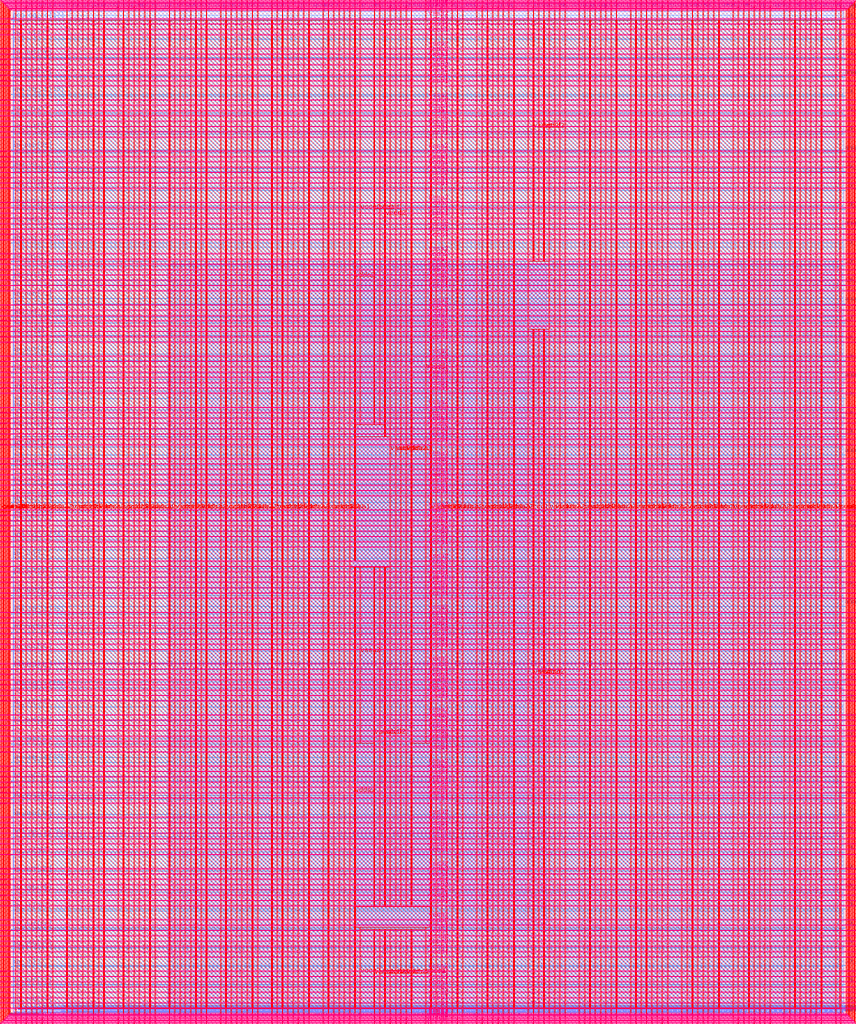
<source format=lef>
VERSION 5.7 ;
  NOWIREEXTENSIONATPIN ON ;
  DIVIDERCHAR "/" ;
  BUSBITCHARS "[]" ;
MACRO user_project_wrapper
  CLASS BLOCK ;
  FOREIGN user_project_wrapper ;
  ORIGIN 0.000 0.000 ;
  SIZE 2920.000 BY 3520.000 ;
  PIN analog_io[0]
    DIRECTION INOUT ;
    USE SIGNAL ;
    PORT
      LAYER met3 ;
        RECT 2917.600 1426.380 2924.800 1427.580 ;
    END
  END analog_io[0]
  PIN analog_io[10]
    DIRECTION INOUT ;
    USE SIGNAL ;
    PORT
      LAYER met2 ;
        RECT 2230.490 3517.600 2231.050 3524.800 ;
    END
  END analog_io[10]
  PIN analog_io[11]
    DIRECTION INOUT ;
    USE SIGNAL ;
    PORT
      LAYER met2 ;
        RECT 1905.730 3517.600 1906.290 3524.800 ;
    END
  END analog_io[11]
  PIN analog_io[12]
    DIRECTION INOUT ;
    USE SIGNAL ;
    PORT
      LAYER met2 ;
        RECT 1581.430 3517.600 1581.990 3524.800 ;
    END
  END analog_io[12]
  PIN analog_io[13]
    DIRECTION INOUT ;
    USE SIGNAL ;
    PORT
      LAYER met2 ;
        RECT 1257.130 3517.600 1257.690 3524.800 ;
    END
  END analog_io[13]
  PIN analog_io[14]
    DIRECTION INOUT ;
    USE SIGNAL ;
    PORT
      LAYER met2 ;
        RECT 932.370 3517.600 932.930 3524.800 ;
    END
  END analog_io[14]
  PIN analog_io[15]
    DIRECTION INOUT ;
    USE SIGNAL ;
    PORT
      LAYER met2 ;
        RECT 608.070 3517.600 608.630 3524.800 ;
    END
  END analog_io[15]
  PIN analog_io[16]
    DIRECTION INOUT ;
    USE SIGNAL ;
    PORT
      LAYER met2 ;
        RECT 283.770 3517.600 284.330 3524.800 ;
    END
  END analog_io[16]
  PIN analog_io[17]
    DIRECTION INOUT ;
    USE SIGNAL ;
    PORT
      LAYER met3 ;
        RECT -4.800 3486.100 2.400 3487.300 ;
    END
  END analog_io[17]
  PIN analog_io[18]
    DIRECTION INOUT ;
    USE SIGNAL ;
    PORT
      LAYER met3 ;
        RECT -4.800 3224.980 2.400 3226.180 ;
    END
  END analog_io[18]
  PIN analog_io[19]
    DIRECTION INOUT ;
    USE SIGNAL ;
    PORT
      LAYER met3 ;
        RECT -4.800 2964.540 2.400 2965.740 ;
    END
  END analog_io[19]
  PIN analog_io[1]
    DIRECTION INOUT ;
    USE SIGNAL ;
    PORT
      LAYER met3 ;
        RECT 2917.600 1692.260 2924.800 1693.460 ;
    END
  END analog_io[1]
  PIN analog_io[20]
    DIRECTION INOUT ;
    USE SIGNAL ;
    PORT
      LAYER met3 ;
        RECT -4.800 2703.420 2.400 2704.620 ;
    END
  END analog_io[20]
  PIN analog_io[21]
    DIRECTION INOUT ;
    USE SIGNAL ;
    PORT
      LAYER met3 ;
        RECT -4.800 2442.980 2.400 2444.180 ;
    END
  END analog_io[21]
  PIN analog_io[22]
    DIRECTION INOUT ;
    USE SIGNAL ;
    PORT
      LAYER met3 ;
        RECT -4.800 2182.540 2.400 2183.740 ;
    END
  END analog_io[22]
  PIN analog_io[23]
    DIRECTION INOUT ;
    USE SIGNAL ;
    PORT
      LAYER met3 ;
        RECT -4.800 1921.420 2.400 1922.620 ;
    END
  END analog_io[23]
  PIN analog_io[24]
    DIRECTION INOUT ;
    USE SIGNAL ;
    PORT
      LAYER met3 ;
        RECT -4.800 1660.980 2.400 1662.180 ;
    END
  END analog_io[24]
  PIN analog_io[25]
    DIRECTION INOUT ;
    USE SIGNAL ;
    PORT
      LAYER met3 ;
        RECT -4.800 1399.860 2.400 1401.060 ;
    END
  END analog_io[25]
  PIN analog_io[26]
    DIRECTION INOUT ;
    USE SIGNAL ;
    PORT
      LAYER met3 ;
        RECT -4.800 1139.420 2.400 1140.620 ;
    END
  END analog_io[26]
  PIN analog_io[27]
    DIRECTION INOUT ;
    USE SIGNAL ;
    PORT
      LAYER met3 ;
        RECT -4.800 878.980 2.400 880.180 ;
    END
  END analog_io[27]
  PIN analog_io[28]
    DIRECTION INOUT ;
    USE SIGNAL ;
    PORT
      LAYER met3 ;
        RECT -4.800 617.860 2.400 619.060 ;
    END
  END analog_io[28]
  PIN analog_io[2]
    DIRECTION INOUT ;
    USE SIGNAL ;
    PORT
      LAYER met3 ;
        RECT 2917.600 1958.140 2924.800 1959.340 ;
    END
  END analog_io[2]
  PIN analog_io[3]
    DIRECTION INOUT ;
    USE SIGNAL ;
    PORT
      LAYER met3 ;
        RECT 2917.600 2223.340 2924.800 2224.540 ;
    END
  END analog_io[3]
  PIN analog_io[4]
    DIRECTION INOUT ;
    USE SIGNAL ;
    PORT
      LAYER met3 ;
        RECT 2917.600 2489.220 2924.800 2490.420 ;
    END
  END analog_io[4]
  PIN analog_io[5]
    DIRECTION INOUT ;
    USE SIGNAL ;
    PORT
      LAYER met3 ;
        RECT 2917.600 2755.100 2924.800 2756.300 ;
    END
  END analog_io[5]
  PIN analog_io[6]
    DIRECTION INOUT ;
    USE SIGNAL ;
    PORT
      LAYER met3 ;
        RECT 2917.600 3020.300 2924.800 3021.500 ;
    END
  END analog_io[6]
  PIN analog_io[7]
    DIRECTION INOUT ;
    USE SIGNAL ;
    PORT
      LAYER met3 ;
        RECT 2917.600 3286.180 2924.800 3287.380 ;
    END
  END analog_io[7]
  PIN analog_io[8]
    DIRECTION INOUT ;
    USE SIGNAL ;
    PORT
      LAYER met2 ;
        RECT 2879.090 3517.600 2879.650 3524.800 ;
    END
  END analog_io[8]
  PIN analog_io[9]
    DIRECTION INOUT ;
    USE SIGNAL ;
    PORT
      LAYER met2 ;
        RECT 2554.790 3517.600 2555.350 3524.800 ;
    END
  END analog_io[9]
  PIN io_in[0]
    DIRECTION INPUT ;
    USE SIGNAL ;
    PORT
      LAYER met3 ;
        RECT 2917.600 32.380 2924.800 33.580 ;
    END
  END io_in[0]
  PIN io_in[10]
    DIRECTION INPUT ;
    USE SIGNAL ;
    PORT
      LAYER met3 ;
        RECT 2917.600 2289.980 2924.800 2291.180 ;
    END
  END io_in[10]
  PIN io_in[11]
    DIRECTION INPUT ;
    USE SIGNAL ;
    PORT
      LAYER met3 ;
        RECT 2917.600 2555.860 2924.800 2557.060 ;
    END
  END io_in[11]
  PIN io_in[12]
    DIRECTION INPUT ;
    USE SIGNAL ;
    PORT
      LAYER met3 ;
        RECT 2917.600 2821.060 2924.800 2822.260 ;
    END
  END io_in[12]
  PIN io_in[13]
    DIRECTION INPUT ;
    USE SIGNAL ;
    PORT
      LAYER met3 ;
        RECT 2917.600 3086.940 2924.800 3088.140 ;
    END
  END io_in[13]
  PIN io_in[14]
    DIRECTION INPUT ;
    USE SIGNAL ;
    PORT
      LAYER met3 ;
        RECT 2917.600 3352.820 2924.800 3354.020 ;
    END
  END io_in[14]
  PIN io_in[15]
    DIRECTION INPUT ;
    USE SIGNAL ;
    PORT
      LAYER met2 ;
        RECT 2798.130 3517.600 2798.690 3524.800 ;
    END
  END io_in[15]
  PIN io_in[16]
    DIRECTION INPUT ;
    USE SIGNAL ;
    PORT
      LAYER met2 ;
        RECT 2473.830 3517.600 2474.390 3524.800 ;
    END
  END io_in[16]
  PIN io_in[17]
    DIRECTION INPUT ;
    USE SIGNAL ;
    PORT
      LAYER met2 ;
        RECT 2149.070 3517.600 2149.630 3524.800 ;
    END
  END io_in[17]
  PIN io_in[18]
    DIRECTION INPUT ;
    USE SIGNAL ;
    PORT
      LAYER met2 ;
        RECT 1824.770 3517.600 1825.330 3524.800 ;
    END
  END io_in[18]
  PIN io_in[19]
    DIRECTION INPUT ;
    USE SIGNAL ;
    PORT
      LAYER met2 ;
        RECT 1500.470 3517.600 1501.030 3524.800 ;
    END
  END io_in[19]
  PIN io_in[1]
    DIRECTION INPUT ;
    USE SIGNAL ;
    PORT
      LAYER met3 ;
        RECT 2917.600 230.940 2924.800 232.140 ;
    END
  END io_in[1]
  PIN io_in[20]
    DIRECTION INPUT ;
    USE SIGNAL ;
    PORT
      LAYER met2 ;
        RECT 1175.710 3517.600 1176.270 3524.800 ;
    END
  END io_in[20]
  PIN io_in[21]
    DIRECTION INPUT ;
    USE SIGNAL ;
    PORT
      LAYER met2 ;
        RECT 851.410 3517.600 851.970 3524.800 ;
    END
  END io_in[21]
  PIN io_in[22]
    DIRECTION INPUT ;
    USE SIGNAL ;
    PORT
      LAYER met2 ;
        RECT 527.110 3517.600 527.670 3524.800 ;
    END
  END io_in[22]
  PIN io_in[23]
    DIRECTION INPUT ;
    USE SIGNAL ;
    PORT
      LAYER met2 ;
        RECT 202.350 3517.600 202.910 3524.800 ;
    END
  END io_in[23]
  PIN io_in[24]
    DIRECTION INPUT ;
    USE SIGNAL ;
    PORT
      LAYER met3 ;
        RECT -4.800 3420.820 2.400 3422.020 ;
    END
  END io_in[24]
  PIN io_in[25]
    DIRECTION INPUT ;
    USE SIGNAL ;
    PORT
      LAYER met3 ;
        RECT -4.800 3159.700 2.400 3160.900 ;
    END
  END io_in[25]
  PIN io_in[26]
    DIRECTION INPUT ;
    USE SIGNAL ;
    PORT
      LAYER met3 ;
        RECT -4.800 2899.260 2.400 2900.460 ;
    END
  END io_in[26]
  PIN io_in[27]
    DIRECTION INPUT ;
    USE SIGNAL ;
    PORT
      LAYER met3 ;
        RECT -4.800 2638.820 2.400 2640.020 ;
    END
  END io_in[27]
  PIN io_in[28]
    DIRECTION INPUT ;
    USE SIGNAL ;
    PORT
      LAYER met3 ;
        RECT -4.800 2377.700 2.400 2378.900 ;
    END
  END io_in[28]
  PIN io_in[29]
    DIRECTION INPUT ;
    USE SIGNAL ;
    PORT
      LAYER met3 ;
        RECT -4.800 2117.260 2.400 2118.460 ;
    END
  END io_in[29]
  PIN io_in[2]
    DIRECTION INPUT ;
    USE SIGNAL ;
    PORT
      LAYER met3 ;
        RECT 2917.600 430.180 2924.800 431.380 ;
    END
  END io_in[2]
  PIN io_in[30]
    DIRECTION INPUT ;
    USE SIGNAL ;
    PORT
      LAYER met3 ;
        RECT -4.800 1856.140 2.400 1857.340 ;
    END
  END io_in[30]
  PIN io_in[31]
    DIRECTION INPUT ;
    USE SIGNAL ;
    PORT
      LAYER met3 ;
        RECT -4.800 1595.700 2.400 1596.900 ;
    END
  END io_in[31]
  PIN io_in[32]
    DIRECTION INPUT ;
    USE SIGNAL ;
    PORT
      LAYER met3 ;
        RECT -4.800 1335.260 2.400 1336.460 ;
    END
  END io_in[32]
  PIN io_in[33]
    DIRECTION INPUT ;
    USE SIGNAL ;
    PORT
      LAYER met3 ;
        RECT -4.800 1074.140 2.400 1075.340 ;
    END
  END io_in[33]
  PIN io_in[34]
    DIRECTION INPUT ;
    USE SIGNAL ;
    PORT
      LAYER met3 ;
        RECT -4.800 813.700 2.400 814.900 ;
    END
  END io_in[34]
  PIN io_in[35]
    DIRECTION INPUT ;
    USE SIGNAL ;
    PORT
      LAYER met3 ;
        RECT -4.800 552.580 2.400 553.780 ;
    END
  END io_in[35]
  PIN io_in[36]
    DIRECTION INPUT ;
    USE SIGNAL ;
    PORT
      LAYER met3 ;
        RECT -4.800 357.420 2.400 358.620 ;
    END
  END io_in[36]
  PIN io_in[37]
    DIRECTION INPUT ;
    USE SIGNAL ;
    PORT
      LAYER met3 ;
        RECT -4.800 161.580 2.400 162.780 ;
    END
  END io_in[37]
  PIN io_in[3]
    DIRECTION INPUT ;
    USE SIGNAL ;
    PORT
      LAYER met3 ;
        RECT 2917.600 629.420 2924.800 630.620 ;
    END
  END io_in[3]
  PIN io_in[4]
    DIRECTION INPUT ;
    USE SIGNAL ;
    PORT
      LAYER met3 ;
        RECT 2917.600 828.660 2924.800 829.860 ;
    END
  END io_in[4]
  PIN io_in[5]
    DIRECTION INPUT ;
    USE SIGNAL ;
    PORT
      LAYER met3 ;
        RECT 2917.600 1027.900 2924.800 1029.100 ;
    END
  END io_in[5]
  PIN io_in[6]
    DIRECTION INPUT ;
    USE SIGNAL ;
    PORT
      LAYER met3 ;
        RECT 2917.600 1227.140 2924.800 1228.340 ;
    END
  END io_in[6]
  PIN io_in[7]
    DIRECTION INPUT ;
    USE SIGNAL ;
    PORT
      LAYER met3 ;
        RECT 2917.600 1493.020 2924.800 1494.220 ;
    END
  END io_in[7]
  PIN io_in[8]
    DIRECTION INPUT ;
    USE SIGNAL ;
    PORT
      LAYER met3 ;
        RECT 2917.600 1758.900 2924.800 1760.100 ;
    END
  END io_in[8]
  PIN io_in[9]
    DIRECTION INPUT ;
    USE SIGNAL ;
    PORT
      LAYER met3 ;
        RECT 2917.600 2024.100 2924.800 2025.300 ;
    END
  END io_in[9]
  PIN io_oeb[0]
    DIRECTION OUTPUT TRISTATE ;
    USE SIGNAL ;
    PORT
      LAYER met3 ;
        RECT 2917.600 164.980 2924.800 166.180 ;
    END
  END io_oeb[0]
  PIN io_oeb[10]
    DIRECTION OUTPUT TRISTATE ;
    USE SIGNAL ;
    PORT
      LAYER met3 ;
        RECT 2917.600 2422.580 2924.800 2423.780 ;
    END
  END io_oeb[10]
  PIN io_oeb[11]
    DIRECTION OUTPUT TRISTATE ;
    USE SIGNAL ;
    PORT
      LAYER met3 ;
        RECT 2917.600 2688.460 2924.800 2689.660 ;
    END
  END io_oeb[11]
  PIN io_oeb[12]
    DIRECTION OUTPUT TRISTATE ;
    USE SIGNAL ;
    PORT
      LAYER met3 ;
        RECT 2917.600 2954.340 2924.800 2955.540 ;
    END
  END io_oeb[12]
  PIN io_oeb[13]
    DIRECTION OUTPUT TRISTATE ;
    USE SIGNAL ;
    PORT
      LAYER met3 ;
        RECT 2917.600 3219.540 2924.800 3220.740 ;
    END
  END io_oeb[13]
  PIN io_oeb[14]
    DIRECTION OUTPUT TRISTATE ;
    USE SIGNAL ;
    PORT
      LAYER met3 ;
        RECT 2917.600 3485.420 2924.800 3486.620 ;
    END
  END io_oeb[14]
  PIN io_oeb[15]
    DIRECTION OUTPUT TRISTATE ;
    USE SIGNAL ;
    PORT
      LAYER met2 ;
        RECT 2635.750 3517.600 2636.310 3524.800 ;
    END
  END io_oeb[15]
  PIN io_oeb[16]
    DIRECTION OUTPUT TRISTATE ;
    USE SIGNAL ;
    PORT
      LAYER met2 ;
        RECT 2311.450 3517.600 2312.010 3524.800 ;
    END
  END io_oeb[16]
  PIN io_oeb[17]
    DIRECTION OUTPUT TRISTATE ;
    USE SIGNAL ;
    PORT
      LAYER met2 ;
        RECT 1987.150 3517.600 1987.710 3524.800 ;
    END
  END io_oeb[17]
  PIN io_oeb[18]
    DIRECTION OUTPUT TRISTATE ;
    USE SIGNAL ;
    PORT
      LAYER met2 ;
        RECT 1662.390 3517.600 1662.950 3524.800 ;
    END
  END io_oeb[18]
  PIN io_oeb[19]
    DIRECTION OUTPUT TRISTATE ;
    USE SIGNAL ;
    PORT
      LAYER met2 ;
        RECT 1338.090 3517.600 1338.650 3524.800 ;
    END
  END io_oeb[19]
  PIN io_oeb[1]
    DIRECTION OUTPUT TRISTATE ;
    USE SIGNAL ;
    PORT
      LAYER met3 ;
        RECT 2917.600 364.220 2924.800 365.420 ;
    END
  END io_oeb[1]
  PIN io_oeb[20]
    DIRECTION OUTPUT TRISTATE ;
    USE SIGNAL ;
    PORT
      LAYER met2 ;
        RECT 1013.790 3517.600 1014.350 3524.800 ;
    END
  END io_oeb[20]
  PIN io_oeb[21]
    DIRECTION OUTPUT TRISTATE ;
    USE SIGNAL ;
    PORT
      LAYER met2 ;
        RECT 689.030 3517.600 689.590 3524.800 ;
    END
  END io_oeb[21]
  PIN io_oeb[22]
    DIRECTION OUTPUT TRISTATE ;
    USE SIGNAL ;
    PORT
      LAYER met2 ;
        RECT 364.730 3517.600 365.290 3524.800 ;
    END
  END io_oeb[22]
  PIN io_oeb[23]
    DIRECTION OUTPUT TRISTATE ;
    USE SIGNAL ;
    PORT
      LAYER met2 ;
        RECT 40.430 3517.600 40.990 3524.800 ;
    END
  END io_oeb[23]
  PIN io_oeb[24]
    DIRECTION OUTPUT TRISTATE ;
    USE SIGNAL ;
    PORT
      LAYER met3 ;
        RECT -4.800 3290.260 2.400 3291.460 ;
    END
  END io_oeb[24]
  PIN io_oeb[25]
    DIRECTION OUTPUT TRISTATE ;
    USE SIGNAL ;
    PORT
      LAYER met3 ;
        RECT -4.800 3029.820 2.400 3031.020 ;
    END
  END io_oeb[25]
  PIN io_oeb[26]
    DIRECTION OUTPUT TRISTATE ;
    USE SIGNAL ;
    PORT
      LAYER met3 ;
        RECT -4.800 2768.700 2.400 2769.900 ;
    END
  END io_oeb[26]
  PIN io_oeb[27]
    DIRECTION OUTPUT TRISTATE ;
    USE SIGNAL ;
    PORT
      LAYER met3 ;
        RECT -4.800 2508.260 2.400 2509.460 ;
    END
  END io_oeb[27]
  PIN io_oeb[28]
    DIRECTION OUTPUT TRISTATE ;
    USE SIGNAL ;
    PORT
      LAYER met3 ;
        RECT -4.800 2247.140 2.400 2248.340 ;
    END
  END io_oeb[28]
  PIN io_oeb[29]
    DIRECTION OUTPUT TRISTATE ;
    USE SIGNAL ;
    PORT
      LAYER met3 ;
        RECT -4.800 1986.700 2.400 1987.900 ;
    END
  END io_oeb[29]
  PIN io_oeb[2]
    DIRECTION OUTPUT TRISTATE ;
    USE SIGNAL ;
    PORT
      LAYER met3 ;
        RECT 2917.600 563.460 2924.800 564.660 ;
    END
  END io_oeb[2]
  PIN io_oeb[30]
    DIRECTION OUTPUT TRISTATE ;
    USE SIGNAL ;
    PORT
      LAYER met3 ;
        RECT -4.800 1726.260 2.400 1727.460 ;
    END
  END io_oeb[30]
  PIN io_oeb[31]
    DIRECTION OUTPUT TRISTATE ;
    USE SIGNAL ;
    PORT
      LAYER met3 ;
        RECT -4.800 1465.140 2.400 1466.340 ;
    END
  END io_oeb[31]
  PIN io_oeb[32]
    DIRECTION OUTPUT TRISTATE ;
    USE SIGNAL ;
    PORT
      LAYER met3 ;
        RECT -4.800 1204.700 2.400 1205.900 ;
    END
  END io_oeb[32]
  PIN io_oeb[33]
    DIRECTION OUTPUT TRISTATE ;
    USE SIGNAL ;
    PORT
      LAYER met3 ;
        RECT -4.800 943.580 2.400 944.780 ;
    END
  END io_oeb[33]
  PIN io_oeb[34]
    DIRECTION OUTPUT TRISTATE ;
    USE SIGNAL ;
    PORT
      LAYER met3 ;
        RECT -4.800 683.140 2.400 684.340 ;
    END
  END io_oeb[34]
  PIN io_oeb[35]
    DIRECTION OUTPUT TRISTATE ;
    USE SIGNAL ;
    PORT
      LAYER met3 ;
        RECT -4.800 422.700 2.400 423.900 ;
    END
  END io_oeb[35]
  PIN io_oeb[36]
    DIRECTION OUTPUT TRISTATE ;
    USE SIGNAL ;
    PORT
      LAYER met3 ;
        RECT -4.800 226.860 2.400 228.060 ;
    END
  END io_oeb[36]
  PIN io_oeb[37]
    DIRECTION OUTPUT TRISTATE ;
    USE SIGNAL ;
    PORT
      LAYER met3 ;
        RECT -4.800 31.700 2.400 32.900 ;
    END
  END io_oeb[37]
  PIN io_oeb[3]
    DIRECTION OUTPUT TRISTATE ;
    USE SIGNAL ;
    PORT
      LAYER met3 ;
        RECT 2917.600 762.700 2924.800 763.900 ;
    END
  END io_oeb[3]
  PIN io_oeb[4]
    DIRECTION OUTPUT TRISTATE ;
    USE SIGNAL ;
    PORT
      LAYER met3 ;
        RECT 2917.600 961.940 2924.800 963.140 ;
    END
  END io_oeb[4]
  PIN io_oeb[5]
    DIRECTION OUTPUT TRISTATE ;
    USE SIGNAL ;
    PORT
      LAYER met3 ;
        RECT 2917.600 1161.180 2924.800 1162.380 ;
    END
  END io_oeb[5]
  PIN io_oeb[6]
    DIRECTION OUTPUT TRISTATE ;
    USE SIGNAL ;
    PORT
      LAYER met3 ;
        RECT 2917.600 1360.420 2924.800 1361.620 ;
    END
  END io_oeb[6]
  PIN io_oeb[7]
    DIRECTION OUTPUT TRISTATE ;
    USE SIGNAL ;
    PORT
      LAYER met3 ;
        RECT 2917.600 1625.620 2924.800 1626.820 ;
    END
  END io_oeb[7]
  PIN io_oeb[8]
    DIRECTION OUTPUT TRISTATE ;
    USE SIGNAL ;
    PORT
      LAYER met3 ;
        RECT 2917.600 1891.500 2924.800 1892.700 ;
    END
  END io_oeb[8]
  PIN io_oeb[9]
    DIRECTION OUTPUT TRISTATE ;
    USE SIGNAL ;
    PORT
      LAYER met3 ;
        RECT 2917.600 2157.380 2924.800 2158.580 ;
    END
  END io_oeb[9]
  PIN io_out[0]
    DIRECTION OUTPUT TRISTATE ;
    USE SIGNAL ;
    PORT
      LAYER met3 ;
        RECT 2917.600 98.340 2924.800 99.540 ;
    END
  END io_out[0]
  PIN io_out[10]
    DIRECTION OUTPUT TRISTATE ;
    USE SIGNAL ;
    PORT
      LAYER met3 ;
        RECT 2917.600 2356.620 2924.800 2357.820 ;
    END
  END io_out[10]
  PIN io_out[11]
    DIRECTION OUTPUT TRISTATE ;
    USE SIGNAL ;
    PORT
      LAYER met3 ;
        RECT 2917.600 2621.820 2924.800 2623.020 ;
    END
  END io_out[11]
  PIN io_out[12]
    DIRECTION OUTPUT TRISTATE ;
    USE SIGNAL ;
    PORT
      LAYER met3 ;
        RECT 2917.600 2887.700 2924.800 2888.900 ;
    END
  END io_out[12]
  PIN io_out[13]
    DIRECTION OUTPUT TRISTATE ;
    USE SIGNAL ;
    PORT
      LAYER met3 ;
        RECT 2917.600 3153.580 2924.800 3154.780 ;
    END
  END io_out[13]
  PIN io_out[14]
    DIRECTION OUTPUT TRISTATE ;
    USE SIGNAL ;
    PORT
      LAYER met3 ;
        RECT 2917.600 3418.780 2924.800 3419.980 ;
    END
  END io_out[14]
  PIN io_out[15]
    DIRECTION OUTPUT TRISTATE ;
    USE SIGNAL ;
    PORT
      LAYER met2 ;
        RECT 2717.170 3517.600 2717.730 3524.800 ;
    END
  END io_out[15]
  PIN io_out[16]
    DIRECTION OUTPUT TRISTATE ;
    USE SIGNAL ;
    PORT
      LAYER met2 ;
        RECT 2392.410 3517.600 2392.970 3524.800 ;
    END
  END io_out[16]
  PIN io_out[17]
    DIRECTION OUTPUT TRISTATE ;
    USE SIGNAL ;
    PORT
      LAYER met2 ;
        RECT 2068.110 3517.600 2068.670 3524.800 ;
    END
  END io_out[17]
  PIN io_out[18]
    DIRECTION OUTPUT TRISTATE ;
    USE SIGNAL ;
    PORT
      LAYER met2 ;
        RECT 1743.810 3517.600 1744.370 3524.800 ;
    END
  END io_out[18]
  PIN io_out[19]
    DIRECTION OUTPUT TRISTATE ;
    USE SIGNAL ;
    PORT
      LAYER met2 ;
        RECT 1419.050 3517.600 1419.610 3524.800 ;
    END
  END io_out[19]
  PIN io_out[1]
    DIRECTION OUTPUT TRISTATE ;
    USE SIGNAL ;
    PORT
      LAYER met3 ;
        RECT 2917.600 297.580 2924.800 298.780 ;
    END
  END io_out[1]
  PIN io_out[20]
    DIRECTION OUTPUT TRISTATE ;
    USE SIGNAL ;
    PORT
      LAYER met2 ;
        RECT 1094.750 3517.600 1095.310 3524.800 ;
    END
  END io_out[20]
  PIN io_out[21]
    DIRECTION OUTPUT TRISTATE ;
    USE SIGNAL ;
    PORT
      LAYER met2 ;
        RECT 770.450 3517.600 771.010 3524.800 ;
    END
  END io_out[21]
  PIN io_out[22]
    DIRECTION OUTPUT TRISTATE ;
    USE SIGNAL ;
    PORT
      LAYER met2 ;
        RECT 445.690 3517.600 446.250 3524.800 ;
    END
  END io_out[22]
  PIN io_out[23]
    DIRECTION OUTPUT TRISTATE ;
    USE SIGNAL ;
    PORT
      LAYER met2 ;
        RECT 121.390 3517.600 121.950 3524.800 ;
    END
  END io_out[23]
  PIN io_out[24]
    DIRECTION OUTPUT TRISTATE ;
    USE SIGNAL ;
    PORT
      LAYER met3 ;
        RECT -4.800 3355.540 2.400 3356.740 ;
    END
  END io_out[24]
  PIN io_out[25]
    DIRECTION OUTPUT TRISTATE ;
    USE SIGNAL ;
    PORT
      LAYER met3 ;
        RECT -4.800 3095.100 2.400 3096.300 ;
    END
  END io_out[25]
  PIN io_out[26]
    DIRECTION OUTPUT TRISTATE ;
    USE SIGNAL ;
    PORT
      LAYER met3 ;
        RECT -4.800 2833.980 2.400 2835.180 ;
    END
  END io_out[26]
  PIN io_out[27]
    DIRECTION OUTPUT TRISTATE ;
    USE SIGNAL ;
    PORT
      LAYER met3 ;
        RECT -4.800 2573.540 2.400 2574.740 ;
    END
  END io_out[27]
  PIN io_out[28]
    DIRECTION OUTPUT TRISTATE ;
    USE SIGNAL ;
    PORT
      LAYER met3 ;
        RECT -4.800 2312.420 2.400 2313.620 ;
    END
  END io_out[28]
  PIN io_out[29]
    DIRECTION OUTPUT TRISTATE ;
    USE SIGNAL ;
    PORT
      LAYER met3 ;
        RECT -4.800 2051.980 2.400 2053.180 ;
    END
  END io_out[29]
  PIN io_out[2]
    DIRECTION OUTPUT TRISTATE ;
    USE SIGNAL ;
    PORT
      LAYER met3 ;
        RECT 2917.600 496.820 2924.800 498.020 ;
    END
  END io_out[2]
  PIN io_out[30]
    DIRECTION OUTPUT TRISTATE ;
    USE SIGNAL ;
    PORT
      LAYER met3 ;
        RECT -4.800 1791.540 2.400 1792.740 ;
    END
  END io_out[30]
  PIN io_out[31]
    DIRECTION OUTPUT TRISTATE ;
    USE SIGNAL ;
    PORT
      LAYER met3 ;
        RECT -4.800 1530.420 2.400 1531.620 ;
    END
  END io_out[31]
  PIN io_out[32]
    DIRECTION OUTPUT TRISTATE ;
    USE SIGNAL ;
    PORT
      LAYER met3 ;
        RECT -4.800 1269.980 2.400 1271.180 ;
    END
  END io_out[32]
  PIN io_out[33]
    DIRECTION OUTPUT TRISTATE ;
    USE SIGNAL ;
    PORT
      LAYER met3 ;
        RECT -4.800 1008.860 2.400 1010.060 ;
    END
  END io_out[33]
  PIN io_out[34]
    DIRECTION OUTPUT TRISTATE ;
    USE SIGNAL ;
    PORT
      LAYER met3 ;
        RECT -4.800 748.420 2.400 749.620 ;
    END
  END io_out[34]
  PIN io_out[35]
    DIRECTION OUTPUT TRISTATE ;
    USE SIGNAL ;
    PORT
      LAYER met3 ;
        RECT -4.800 487.300 2.400 488.500 ;
    END
  END io_out[35]
  PIN io_out[36]
    DIRECTION OUTPUT TRISTATE ;
    USE SIGNAL ;
    PORT
      LAYER met3 ;
        RECT -4.800 292.140 2.400 293.340 ;
    END
  END io_out[36]
  PIN io_out[37]
    DIRECTION OUTPUT TRISTATE ;
    USE SIGNAL ;
    PORT
      LAYER met3 ;
        RECT -4.800 96.300 2.400 97.500 ;
    END
  END io_out[37]
  PIN io_out[3]
    DIRECTION OUTPUT TRISTATE ;
    USE SIGNAL ;
    PORT
      LAYER met3 ;
        RECT 2917.600 696.060 2924.800 697.260 ;
    END
  END io_out[3]
  PIN io_out[4]
    DIRECTION OUTPUT TRISTATE ;
    USE SIGNAL ;
    PORT
      LAYER met3 ;
        RECT 2917.600 895.300 2924.800 896.500 ;
    END
  END io_out[4]
  PIN io_out[5]
    DIRECTION OUTPUT TRISTATE ;
    USE SIGNAL ;
    PORT
      LAYER met3 ;
        RECT 2917.600 1094.540 2924.800 1095.740 ;
    END
  END io_out[5]
  PIN io_out[6]
    DIRECTION OUTPUT TRISTATE ;
    USE SIGNAL ;
    PORT
      LAYER met3 ;
        RECT 2917.600 1293.780 2924.800 1294.980 ;
    END
  END io_out[6]
  PIN io_out[7]
    DIRECTION OUTPUT TRISTATE ;
    USE SIGNAL ;
    PORT
      LAYER met3 ;
        RECT 2917.600 1559.660 2924.800 1560.860 ;
    END
  END io_out[7]
  PIN io_out[8]
    DIRECTION OUTPUT TRISTATE ;
    USE SIGNAL ;
    PORT
      LAYER met3 ;
        RECT 2917.600 1824.860 2924.800 1826.060 ;
    END
  END io_out[8]
  PIN io_out[9]
    DIRECTION OUTPUT TRISTATE ;
    USE SIGNAL ;
    PORT
      LAYER met3 ;
        RECT 2917.600 2090.740 2924.800 2091.940 ;
    END
  END io_out[9]
  PIN la_data_in[0]
    DIRECTION INPUT ;
    USE SIGNAL ;
    PORT
      LAYER met2 ;
        RECT 629.230 -4.800 629.790 2.400 ;
    END
  END la_data_in[0]
  PIN la_data_in[100]
    DIRECTION INPUT ;
    USE SIGNAL ;
    PORT
      LAYER met2 ;
        RECT 2402.530 -4.800 2403.090 2.400 ;
    END
  END la_data_in[100]
  PIN la_data_in[101]
    DIRECTION INPUT ;
    USE SIGNAL ;
    PORT
      LAYER met2 ;
        RECT 2420.010 -4.800 2420.570 2.400 ;
    END
  END la_data_in[101]
  PIN la_data_in[102]
    DIRECTION INPUT ;
    USE SIGNAL ;
    PORT
      LAYER met2 ;
        RECT 2437.950 -4.800 2438.510 2.400 ;
    END
  END la_data_in[102]
  PIN la_data_in[103]
    DIRECTION INPUT ;
    USE SIGNAL ;
    PORT
      LAYER met2 ;
        RECT 2455.430 -4.800 2455.990 2.400 ;
    END
  END la_data_in[103]
  PIN la_data_in[104]
    DIRECTION INPUT ;
    USE SIGNAL ;
    PORT
      LAYER met2 ;
        RECT 2473.370 -4.800 2473.930 2.400 ;
    END
  END la_data_in[104]
  PIN la_data_in[105]
    DIRECTION INPUT ;
    USE SIGNAL ;
    PORT
      LAYER met2 ;
        RECT 2490.850 -4.800 2491.410 2.400 ;
    END
  END la_data_in[105]
  PIN la_data_in[106]
    DIRECTION INPUT ;
    USE SIGNAL ;
    PORT
      LAYER met2 ;
        RECT 2508.790 -4.800 2509.350 2.400 ;
    END
  END la_data_in[106]
  PIN la_data_in[107]
    DIRECTION INPUT ;
    USE SIGNAL ;
    PORT
      LAYER met2 ;
        RECT 2526.730 -4.800 2527.290 2.400 ;
    END
  END la_data_in[107]
  PIN la_data_in[108]
    DIRECTION INPUT ;
    USE SIGNAL ;
    PORT
      LAYER met2 ;
        RECT 2544.210 -4.800 2544.770 2.400 ;
    END
  END la_data_in[108]
  PIN la_data_in[109]
    DIRECTION INPUT ;
    USE SIGNAL ;
    PORT
      LAYER met2 ;
        RECT 2562.150 -4.800 2562.710 2.400 ;
    END
  END la_data_in[109]
  PIN la_data_in[10]
    DIRECTION INPUT ;
    USE SIGNAL ;
    PORT
      LAYER met2 ;
        RECT 806.330 -4.800 806.890 2.400 ;
    END
  END la_data_in[10]
  PIN la_data_in[110]
    DIRECTION INPUT ;
    USE SIGNAL ;
    PORT
      LAYER met2 ;
        RECT 2579.630 -4.800 2580.190 2.400 ;
    END
  END la_data_in[110]
  PIN la_data_in[111]
    DIRECTION INPUT ;
    USE SIGNAL ;
    PORT
      LAYER met2 ;
        RECT 2597.570 -4.800 2598.130 2.400 ;
    END
  END la_data_in[111]
  PIN la_data_in[112]
    DIRECTION INPUT ;
    USE SIGNAL ;
    PORT
      LAYER met2 ;
        RECT 2615.050 -4.800 2615.610 2.400 ;
    END
  END la_data_in[112]
  PIN la_data_in[113]
    DIRECTION INPUT ;
    USE SIGNAL ;
    PORT
      LAYER met2 ;
        RECT 2632.990 -4.800 2633.550 2.400 ;
    END
  END la_data_in[113]
  PIN la_data_in[114]
    DIRECTION INPUT ;
    USE SIGNAL ;
    PORT
      LAYER met2 ;
        RECT 2650.470 -4.800 2651.030 2.400 ;
    END
  END la_data_in[114]
  PIN la_data_in[115]
    DIRECTION INPUT ;
    USE SIGNAL ;
    PORT
      LAYER met2 ;
        RECT 2668.410 -4.800 2668.970 2.400 ;
    END
  END la_data_in[115]
  PIN la_data_in[116]
    DIRECTION INPUT ;
    USE SIGNAL ;
    PORT
      LAYER met2 ;
        RECT 2685.890 -4.800 2686.450 2.400 ;
    END
  END la_data_in[116]
  PIN la_data_in[117]
    DIRECTION INPUT ;
    USE SIGNAL ;
    PORT
      LAYER met2 ;
        RECT 2703.830 -4.800 2704.390 2.400 ;
    END
  END la_data_in[117]
  PIN la_data_in[118]
    DIRECTION INPUT ;
    USE SIGNAL ;
    PORT
      LAYER met2 ;
        RECT 2721.770 -4.800 2722.330 2.400 ;
    END
  END la_data_in[118]
  PIN la_data_in[119]
    DIRECTION INPUT ;
    USE SIGNAL ;
    PORT
      LAYER met2 ;
        RECT 2739.250 -4.800 2739.810 2.400 ;
    END
  END la_data_in[119]
  PIN la_data_in[11]
    DIRECTION INPUT ;
    USE SIGNAL ;
    PORT
      LAYER met2 ;
        RECT 824.270 -4.800 824.830 2.400 ;
    END
  END la_data_in[11]
  PIN la_data_in[120]
    DIRECTION INPUT ;
    USE SIGNAL ;
    PORT
      LAYER met2 ;
        RECT 2757.190 -4.800 2757.750 2.400 ;
    END
  END la_data_in[120]
  PIN la_data_in[121]
    DIRECTION INPUT ;
    USE SIGNAL ;
    PORT
      LAYER met2 ;
        RECT 2774.670 -4.800 2775.230 2.400 ;
    END
  END la_data_in[121]
  PIN la_data_in[122]
    DIRECTION INPUT ;
    USE SIGNAL ;
    PORT
      LAYER met2 ;
        RECT 2792.610 -4.800 2793.170 2.400 ;
    END
  END la_data_in[122]
  PIN la_data_in[123]
    DIRECTION INPUT ;
    USE SIGNAL ;
    PORT
      LAYER met2 ;
        RECT 2810.090 -4.800 2810.650 2.400 ;
    END
  END la_data_in[123]
  PIN la_data_in[124]
    DIRECTION INPUT ;
    USE SIGNAL ;
    PORT
      LAYER met2 ;
        RECT 2828.030 -4.800 2828.590 2.400 ;
    END
  END la_data_in[124]
  PIN la_data_in[125]
    DIRECTION INPUT ;
    USE SIGNAL ;
    PORT
      LAYER met2 ;
        RECT 2845.510 -4.800 2846.070 2.400 ;
    END
  END la_data_in[125]
  PIN la_data_in[126]
    DIRECTION INPUT ;
    USE SIGNAL ;
    PORT
      LAYER met2 ;
        RECT 2863.450 -4.800 2864.010 2.400 ;
    END
  END la_data_in[126]
  PIN la_data_in[127]
    DIRECTION INPUT ;
    USE SIGNAL ;
    PORT
      LAYER met2 ;
        RECT 2881.390 -4.800 2881.950 2.400 ;
    END
  END la_data_in[127]
  PIN la_data_in[12]
    DIRECTION INPUT ;
    USE SIGNAL ;
    PORT
      LAYER met2 ;
        RECT 841.750 -4.800 842.310 2.400 ;
    END
  END la_data_in[12]
  PIN la_data_in[13]
    DIRECTION INPUT ;
    USE SIGNAL ;
    PORT
      LAYER met2 ;
        RECT 859.690 -4.800 860.250 2.400 ;
    END
  END la_data_in[13]
  PIN la_data_in[14]
    DIRECTION INPUT ;
    USE SIGNAL ;
    PORT
      LAYER met2 ;
        RECT 877.170 -4.800 877.730 2.400 ;
    END
  END la_data_in[14]
  PIN la_data_in[15]
    DIRECTION INPUT ;
    USE SIGNAL ;
    PORT
      LAYER met2 ;
        RECT 895.110 -4.800 895.670 2.400 ;
    END
  END la_data_in[15]
  PIN la_data_in[16]
    DIRECTION INPUT ;
    USE SIGNAL ;
    PORT
      LAYER met2 ;
        RECT 912.590 -4.800 913.150 2.400 ;
    END
  END la_data_in[16]
  PIN la_data_in[17]
    DIRECTION INPUT ;
    USE SIGNAL ;
    PORT
      LAYER met2 ;
        RECT 930.530 -4.800 931.090 2.400 ;
    END
  END la_data_in[17]
  PIN la_data_in[18]
    DIRECTION INPUT ;
    USE SIGNAL ;
    PORT
      LAYER met2 ;
        RECT 948.470 -4.800 949.030 2.400 ;
    END
  END la_data_in[18]
  PIN la_data_in[19]
    DIRECTION INPUT ;
    USE SIGNAL ;
    PORT
      LAYER met2 ;
        RECT 965.950 -4.800 966.510 2.400 ;
    END
  END la_data_in[19]
  PIN la_data_in[1]
    DIRECTION INPUT ;
    USE SIGNAL ;
    PORT
      LAYER met2 ;
        RECT 646.710 -4.800 647.270 2.400 ;
    END
  END la_data_in[1]
  PIN la_data_in[20]
    DIRECTION INPUT ;
    USE SIGNAL ;
    PORT
      LAYER met2 ;
        RECT 983.890 -4.800 984.450 2.400 ;
    END
  END la_data_in[20]
  PIN la_data_in[21]
    DIRECTION INPUT ;
    USE SIGNAL ;
    PORT
      LAYER met2 ;
        RECT 1001.370 -4.800 1001.930 2.400 ;
    END
  END la_data_in[21]
  PIN la_data_in[22]
    DIRECTION INPUT ;
    USE SIGNAL ;
    PORT
      LAYER met2 ;
        RECT 1019.310 -4.800 1019.870 2.400 ;
    END
  END la_data_in[22]
  PIN la_data_in[23]
    DIRECTION INPUT ;
    USE SIGNAL ;
    PORT
      LAYER met2 ;
        RECT 1036.790 -4.800 1037.350 2.400 ;
    END
  END la_data_in[23]
  PIN la_data_in[24]
    DIRECTION INPUT ;
    USE SIGNAL ;
    PORT
      LAYER met2 ;
        RECT 1054.730 -4.800 1055.290 2.400 ;
    END
  END la_data_in[24]
  PIN la_data_in[25]
    DIRECTION INPUT ;
    USE SIGNAL ;
    PORT
      LAYER met2 ;
        RECT 1072.210 -4.800 1072.770 2.400 ;
    END
  END la_data_in[25]
  PIN la_data_in[26]
    DIRECTION INPUT ;
    USE SIGNAL ;
    PORT
      LAYER met2 ;
        RECT 1090.150 -4.800 1090.710 2.400 ;
    END
  END la_data_in[26]
  PIN la_data_in[27]
    DIRECTION INPUT ;
    USE SIGNAL ;
    PORT
      LAYER met2 ;
        RECT 1107.630 -4.800 1108.190 2.400 ;
    END
  END la_data_in[27]
  PIN la_data_in[28]
    DIRECTION INPUT ;
    USE SIGNAL ;
    PORT
      LAYER met2 ;
        RECT 1125.570 -4.800 1126.130 2.400 ;
    END
  END la_data_in[28]
  PIN la_data_in[29]
    DIRECTION INPUT ;
    USE SIGNAL ;
    PORT
      LAYER met2 ;
        RECT 1143.510 -4.800 1144.070 2.400 ;
    END
  END la_data_in[29]
  PIN la_data_in[2]
    DIRECTION INPUT ;
    USE SIGNAL ;
    PORT
      LAYER met2 ;
        RECT 664.650 -4.800 665.210 2.400 ;
    END
  END la_data_in[2]
  PIN la_data_in[30]
    DIRECTION INPUT ;
    USE SIGNAL ;
    PORT
      LAYER met2 ;
        RECT 1160.990 -4.800 1161.550 2.400 ;
    END
  END la_data_in[30]
  PIN la_data_in[31]
    DIRECTION INPUT ;
    USE SIGNAL ;
    PORT
      LAYER met2 ;
        RECT 1178.930 -4.800 1179.490 2.400 ;
    END
  END la_data_in[31]
  PIN la_data_in[32]
    DIRECTION INPUT ;
    USE SIGNAL ;
    PORT
      LAYER met2 ;
        RECT 1196.410 -4.800 1196.970 2.400 ;
    END
  END la_data_in[32]
  PIN la_data_in[33]
    DIRECTION INPUT ;
    USE SIGNAL ;
    PORT
      LAYER met2 ;
        RECT 1214.350 -4.800 1214.910 2.400 ;
    END
  END la_data_in[33]
  PIN la_data_in[34]
    DIRECTION INPUT ;
    USE SIGNAL ;
    PORT
      LAYER met2 ;
        RECT 1231.830 -4.800 1232.390 2.400 ;
    END
  END la_data_in[34]
  PIN la_data_in[35]
    DIRECTION INPUT ;
    USE SIGNAL ;
    PORT
      LAYER met2 ;
        RECT 1249.770 -4.800 1250.330 2.400 ;
    END
  END la_data_in[35]
  PIN la_data_in[36]
    DIRECTION INPUT ;
    USE SIGNAL ;
    PORT
      LAYER met2 ;
        RECT 1267.250 -4.800 1267.810 2.400 ;
    END
  END la_data_in[36]
  PIN la_data_in[37]
    DIRECTION INPUT ;
    USE SIGNAL ;
    PORT
      LAYER met2 ;
        RECT 1285.190 -4.800 1285.750 2.400 ;
    END
  END la_data_in[37]
  PIN la_data_in[38]
    DIRECTION INPUT ;
    USE SIGNAL ;
    PORT
      LAYER met2 ;
        RECT 1303.130 -4.800 1303.690 2.400 ;
    END
  END la_data_in[38]
  PIN la_data_in[39]
    DIRECTION INPUT ;
    USE SIGNAL ;
    PORT
      LAYER met2 ;
        RECT 1320.610 -4.800 1321.170 2.400 ;
    END
  END la_data_in[39]
  PIN la_data_in[3]
    DIRECTION INPUT ;
    USE SIGNAL ;
    PORT
      LAYER met2 ;
        RECT 682.130 -4.800 682.690 2.400 ;
    END
  END la_data_in[3]
  PIN la_data_in[40]
    DIRECTION INPUT ;
    USE SIGNAL ;
    PORT
      LAYER met2 ;
        RECT 1338.550 -4.800 1339.110 2.400 ;
    END
  END la_data_in[40]
  PIN la_data_in[41]
    DIRECTION INPUT ;
    USE SIGNAL ;
    PORT
      LAYER met2 ;
        RECT 1356.030 -4.800 1356.590 2.400 ;
    END
  END la_data_in[41]
  PIN la_data_in[42]
    DIRECTION INPUT ;
    USE SIGNAL ;
    PORT
      LAYER met2 ;
        RECT 1373.970 -4.800 1374.530 2.400 ;
    END
  END la_data_in[42]
  PIN la_data_in[43]
    DIRECTION INPUT ;
    USE SIGNAL ;
    PORT
      LAYER met2 ;
        RECT 1391.450 -4.800 1392.010 2.400 ;
    END
  END la_data_in[43]
  PIN la_data_in[44]
    DIRECTION INPUT ;
    USE SIGNAL ;
    PORT
      LAYER met2 ;
        RECT 1409.390 -4.800 1409.950 2.400 ;
    END
  END la_data_in[44]
  PIN la_data_in[45]
    DIRECTION INPUT ;
    USE SIGNAL ;
    PORT
      LAYER met2 ;
        RECT 1426.870 -4.800 1427.430 2.400 ;
    END
  END la_data_in[45]
  PIN la_data_in[46]
    DIRECTION INPUT ;
    USE SIGNAL ;
    PORT
      LAYER met2 ;
        RECT 1444.810 -4.800 1445.370 2.400 ;
    END
  END la_data_in[46]
  PIN la_data_in[47]
    DIRECTION INPUT ;
    USE SIGNAL ;
    PORT
      LAYER met2 ;
        RECT 1462.750 -4.800 1463.310 2.400 ;
    END
  END la_data_in[47]
  PIN la_data_in[48]
    DIRECTION INPUT ;
    USE SIGNAL ;
    PORT
      LAYER met2 ;
        RECT 1480.230 -4.800 1480.790 2.400 ;
    END
  END la_data_in[48]
  PIN la_data_in[49]
    DIRECTION INPUT ;
    USE SIGNAL ;
    PORT
      LAYER met2 ;
        RECT 1498.170 -4.800 1498.730 2.400 ;
    END
  END la_data_in[49]
  PIN la_data_in[4]
    DIRECTION INPUT ;
    USE SIGNAL ;
    PORT
      LAYER met2 ;
        RECT 700.070 -4.800 700.630 2.400 ;
    END
  END la_data_in[4]
  PIN la_data_in[50]
    DIRECTION INPUT ;
    USE SIGNAL ;
    PORT
      LAYER met2 ;
        RECT 1515.650 -4.800 1516.210 2.400 ;
    END
  END la_data_in[50]
  PIN la_data_in[51]
    DIRECTION INPUT ;
    USE SIGNAL ;
    PORT
      LAYER met2 ;
        RECT 1533.590 -4.800 1534.150 2.400 ;
    END
  END la_data_in[51]
  PIN la_data_in[52]
    DIRECTION INPUT ;
    USE SIGNAL ;
    PORT
      LAYER met2 ;
        RECT 1551.070 -4.800 1551.630 2.400 ;
    END
  END la_data_in[52]
  PIN la_data_in[53]
    DIRECTION INPUT ;
    USE SIGNAL ;
    PORT
      LAYER met2 ;
        RECT 1569.010 -4.800 1569.570 2.400 ;
    END
  END la_data_in[53]
  PIN la_data_in[54]
    DIRECTION INPUT ;
    USE SIGNAL ;
    PORT
      LAYER met2 ;
        RECT 1586.490 -4.800 1587.050 2.400 ;
    END
  END la_data_in[54]
  PIN la_data_in[55]
    DIRECTION INPUT ;
    USE SIGNAL ;
    PORT
      LAYER met2 ;
        RECT 1604.430 -4.800 1604.990 2.400 ;
    END
  END la_data_in[55]
  PIN la_data_in[56]
    DIRECTION INPUT ;
    USE SIGNAL ;
    PORT
      LAYER met2 ;
        RECT 1621.910 -4.800 1622.470 2.400 ;
    END
  END la_data_in[56]
  PIN la_data_in[57]
    DIRECTION INPUT ;
    USE SIGNAL ;
    PORT
      LAYER met2 ;
        RECT 1639.850 -4.800 1640.410 2.400 ;
    END
  END la_data_in[57]
  PIN la_data_in[58]
    DIRECTION INPUT ;
    USE SIGNAL ;
    PORT
      LAYER met2 ;
        RECT 1657.790 -4.800 1658.350 2.400 ;
    END
  END la_data_in[58]
  PIN la_data_in[59]
    DIRECTION INPUT ;
    USE SIGNAL ;
    PORT
      LAYER met2 ;
        RECT 1675.270 -4.800 1675.830 2.400 ;
    END
  END la_data_in[59]
  PIN la_data_in[5]
    DIRECTION INPUT ;
    USE SIGNAL ;
    PORT
      LAYER met2 ;
        RECT 717.550 -4.800 718.110 2.400 ;
    END
  END la_data_in[5]
  PIN la_data_in[60]
    DIRECTION INPUT ;
    USE SIGNAL ;
    PORT
      LAYER met2 ;
        RECT 1693.210 -4.800 1693.770 2.400 ;
    END
  END la_data_in[60]
  PIN la_data_in[61]
    DIRECTION INPUT ;
    USE SIGNAL ;
    PORT
      LAYER met2 ;
        RECT 1710.690 -4.800 1711.250 2.400 ;
    END
  END la_data_in[61]
  PIN la_data_in[62]
    DIRECTION INPUT ;
    USE SIGNAL ;
    PORT
      LAYER met2 ;
        RECT 1728.630 -4.800 1729.190 2.400 ;
    END
  END la_data_in[62]
  PIN la_data_in[63]
    DIRECTION INPUT ;
    USE SIGNAL ;
    PORT
      LAYER met2 ;
        RECT 1746.110 -4.800 1746.670 2.400 ;
    END
  END la_data_in[63]
  PIN la_data_in[64]
    DIRECTION INPUT ;
    USE SIGNAL ;
    PORT
      LAYER met2 ;
        RECT 1764.050 -4.800 1764.610 2.400 ;
    END
  END la_data_in[64]
  PIN la_data_in[65]
    DIRECTION INPUT ;
    USE SIGNAL ;
    PORT
      LAYER met2 ;
        RECT 1781.530 -4.800 1782.090 2.400 ;
    END
  END la_data_in[65]
  PIN la_data_in[66]
    DIRECTION INPUT ;
    USE SIGNAL ;
    PORT
      LAYER met2 ;
        RECT 1799.470 -4.800 1800.030 2.400 ;
    END
  END la_data_in[66]
  PIN la_data_in[67]
    DIRECTION INPUT ;
    USE SIGNAL ;
    PORT
      LAYER met2 ;
        RECT 1817.410 -4.800 1817.970 2.400 ;
    END
  END la_data_in[67]
  PIN la_data_in[68]
    DIRECTION INPUT ;
    USE SIGNAL ;
    PORT
      LAYER met2 ;
        RECT 1834.890 -4.800 1835.450 2.400 ;
    END
  END la_data_in[68]
  PIN la_data_in[69]
    DIRECTION INPUT ;
    USE SIGNAL ;
    PORT
      LAYER met2 ;
        RECT 1852.830 -4.800 1853.390 2.400 ;
    END
  END la_data_in[69]
  PIN la_data_in[6]
    DIRECTION INPUT ;
    USE SIGNAL ;
    PORT
      LAYER met2 ;
        RECT 735.490 -4.800 736.050 2.400 ;
    END
  END la_data_in[6]
  PIN la_data_in[70]
    DIRECTION INPUT ;
    USE SIGNAL ;
    PORT
      LAYER met2 ;
        RECT 1870.310 -4.800 1870.870 2.400 ;
    END
  END la_data_in[70]
  PIN la_data_in[71]
    DIRECTION INPUT ;
    USE SIGNAL ;
    PORT
      LAYER met2 ;
        RECT 1888.250 -4.800 1888.810 2.400 ;
    END
  END la_data_in[71]
  PIN la_data_in[72]
    DIRECTION INPUT ;
    USE SIGNAL ;
    PORT
      LAYER met2 ;
        RECT 1905.730 -4.800 1906.290 2.400 ;
    END
  END la_data_in[72]
  PIN la_data_in[73]
    DIRECTION INPUT ;
    USE SIGNAL ;
    PORT
      LAYER met2 ;
        RECT 1923.670 -4.800 1924.230 2.400 ;
    END
  END la_data_in[73]
  PIN la_data_in[74]
    DIRECTION INPUT ;
    USE SIGNAL ;
    PORT
      LAYER met2 ;
        RECT 1941.150 -4.800 1941.710 2.400 ;
    END
  END la_data_in[74]
  PIN la_data_in[75]
    DIRECTION INPUT ;
    USE SIGNAL ;
    PORT
      LAYER met2 ;
        RECT 1959.090 -4.800 1959.650 2.400 ;
    END
  END la_data_in[75]
  PIN la_data_in[76]
    DIRECTION INPUT ;
    USE SIGNAL ;
    PORT
      LAYER met2 ;
        RECT 1976.570 -4.800 1977.130 2.400 ;
    END
  END la_data_in[76]
  PIN la_data_in[77]
    DIRECTION INPUT ;
    USE SIGNAL ;
    PORT
      LAYER met2 ;
        RECT 1994.510 -4.800 1995.070 2.400 ;
    END
  END la_data_in[77]
  PIN la_data_in[78]
    DIRECTION INPUT ;
    USE SIGNAL ;
    PORT
      LAYER met2 ;
        RECT 2012.450 -4.800 2013.010 2.400 ;
    END
  END la_data_in[78]
  PIN la_data_in[79]
    DIRECTION INPUT ;
    USE SIGNAL ;
    PORT
      LAYER met2 ;
        RECT 2029.930 -4.800 2030.490 2.400 ;
    END
  END la_data_in[79]
  PIN la_data_in[7]
    DIRECTION INPUT ;
    USE SIGNAL ;
    PORT
      LAYER met2 ;
        RECT 752.970 -4.800 753.530 2.400 ;
    END
  END la_data_in[7]
  PIN la_data_in[80]
    DIRECTION INPUT ;
    USE SIGNAL ;
    PORT
      LAYER met2 ;
        RECT 2047.870 -4.800 2048.430 2.400 ;
    END
  END la_data_in[80]
  PIN la_data_in[81]
    DIRECTION INPUT ;
    USE SIGNAL ;
    PORT
      LAYER met2 ;
        RECT 2065.350 -4.800 2065.910 2.400 ;
    END
  END la_data_in[81]
  PIN la_data_in[82]
    DIRECTION INPUT ;
    USE SIGNAL ;
    PORT
      LAYER met2 ;
        RECT 2083.290 -4.800 2083.850 2.400 ;
    END
  END la_data_in[82]
  PIN la_data_in[83]
    DIRECTION INPUT ;
    USE SIGNAL ;
    PORT
      LAYER met2 ;
        RECT 2100.770 -4.800 2101.330 2.400 ;
    END
  END la_data_in[83]
  PIN la_data_in[84]
    DIRECTION INPUT ;
    USE SIGNAL ;
    PORT
      LAYER met2 ;
        RECT 2118.710 -4.800 2119.270 2.400 ;
    END
  END la_data_in[84]
  PIN la_data_in[85]
    DIRECTION INPUT ;
    USE SIGNAL ;
    PORT
      LAYER met2 ;
        RECT 2136.190 -4.800 2136.750 2.400 ;
    END
  END la_data_in[85]
  PIN la_data_in[86]
    DIRECTION INPUT ;
    USE SIGNAL ;
    PORT
      LAYER met2 ;
        RECT 2154.130 -4.800 2154.690 2.400 ;
    END
  END la_data_in[86]
  PIN la_data_in[87]
    DIRECTION INPUT ;
    USE SIGNAL ;
    PORT
      LAYER met2 ;
        RECT 2172.070 -4.800 2172.630 2.400 ;
    END
  END la_data_in[87]
  PIN la_data_in[88]
    DIRECTION INPUT ;
    USE SIGNAL ;
    PORT
      LAYER met2 ;
        RECT 2189.550 -4.800 2190.110 2.400 ;
    END
  END la_data_in[88]
  PIN la_data_in[89]
    DIRECTION INPUT ;
    USE SIGNAL ;
    PORT
      LAYER met2 ;
        RECT 2207.490 -4.800 2208.050 2.400 ;
    END
  END la_data_in[89]
  PIN la_data_in[8]
    DIRECTION INPUT ;
    USE SIGNAL ;
    PORT
      LAYER met2 ;
        RECT 770.910 -4.800 771.470 2.400 ;
    END
  END la_data_in[8]
  PIN la_data_in[90]
    DIRECTION INPUT ;
    USE SIGNAL ;
    PORT
      LAYER met2 ;
        RECT 2224.970 -4.800 2225.530 2.400 ;
    END
  END la_data_in[90]
  PIN la_data_in[91]
    DIRECTION INPUT ;
    USE SIGNAL ;
    PORT
      LAYER met2 ;
        RECT 2242.910 -4.800 2243.470 2.400 ;
    END
  END la_data_in[91]
  PIN la_data_in[92]
    DIRECTION INPUT ;
    USE SIGNAL ;
    PORT
      LAYER met2 ;
        RECT 2260.390 -4.800 2260.950 2.400 ;
    END
  END la_data_in[92]
  PIN la_data_in[93]
    DIRECTION INPUT ;
    USE SIGNAL ;
    PORT
      LAYER met2 ;
        RECT 2278.330 -4.800 2278.890 2.400 ;
    END
  END la_data_in[93]
  PIN la_data_in[94]
    DIRECTION INPUT ;
    USE SIGNAL ;
    PORT
      LAYER met2 ;
        RECT 2295.810 -4.800 2296.370 2.400 ;
    END
  END la_data_in[94]
  PIN la_data_in[95]
    DIRECTION INPUT ;
    USE SIGNAL ;
    PORT
      LAYER met2 ;
        RECT 2313.750 -4.800 2314.310 2.400 ;
    END
  END la_data_in[95]
  PIN la_data_in[96]
    DIRECTION INPUT ;
    USE SIGNAL ;
    PORT
      LAYER met2 ;
        RECT 2331.230 -4.800 2331.790 2.400 ;
    END
  END la_data_in[96]
  PIN la_data_in[97]
    DIRECTION INPUT ;
    USE SIGNAL ;
    PORT
      LAYER met2 ;
        RECT 2349.170 -4.800 2349.730 2.400 ;
    END
  END la_data_in[97]
  PIN la_data_in[98]
    DIRECTION INPUT ;
    USE SIGNAL ;
    PORT
      LAYER met2 ;
        RECT 2367.110 -4.800 2367.670 2.400 ;
    END
  END la_data_in[98]
  PIN la_data_in[99]
    DIRECTION INPUT ;
    USE SIGNAL ;
    PORT
      LAYER met2 ;
        RECT 2384.590 -4.800 2385.150 2.400 ;
    END
  END la_data_in[99]
  PIN la_data_in[9]
    DIRECTION INPUT ;
    USE SIGNAL ;
    PORT
      LAYER met2 ;
        RECT 788.850 -4.800 789.410 2.400 ;
    END
  END la_data_in[9]
  PIN la_data_out[0]
    DIRECTION OUTPUT TRISTATE ;
    USE SIGNAL ;
    PORT
      LAYER met2 ;
        RECT 634.750 -4.800 635.310 2.400 ;
    END
  END la_data_out[0]
  PIN la_data_out[100]
    DIRECTION OUTPUT TRISTATE ;
    USE SIGNAL ;
    PORT
      LAYER met2 ;
        RECT 2408.510 -4.800 2409.070 2.400 ;
    END
  END la_data_out[100]
  PIN la_data_out[101]
    DIRECTION OUTPUT TRISTATE ;
    USE SIGNAL ;
    PORT
      LAYER met2 ;
        RECT 2425.990 -4.800 2426.550 2.400 ;
    END
  END la_data_out[101]
  PIN la_data_out[102]
    DIRECTION OUTPUT TRISTATE ;
    USE SIGNAL ;
    PORT
      LAYER met2 ;
        RECT 2443.930 -4.800 2444.490 2.400 ;
    END
  END la_data_out[102]
  PIN la_data_out[103]
    DIRECTION OUTPUT TRISTATE ;
    USE SIGNAL ;
    PORT
      LAYER met2 ;
        RECT 2461.410 -4.800 2461.970 2.400 ;
    END
  END la_data_out[103]
  PIN la_data_out[104]
    DIRECTION OUTPUT TRISTATE ;
    USE SIGNAL ;
    PORT
      LAYER met2 ;
        RECT 2479.350 -4.800 2479.910 2.400 ;
    END
  END la_data_out[104]
  PIN la_data_out[105]
    DIRECTION OUTPUT TRISTATE ;
    USE SIGNAL ;
    PORT
      LAYER met2 ;
        RECT 2496.830 -4.800 2497.390 2.400 ;
    END
  END la_data_out[105]
  PIN la_data_out[106]
    DIRECTION OUTPUT TRISTATE ;
    USE SIGNAL ;
    PORT
      LAYER met2 ;
        RECT 2514.770 -4.800 2515.330 2.400 ;
    END
  END la_data_out[106]
  PIN la_data_out[107]
    DIRECTION OUTPUT TRISTATE ;
    USE SIGNAL ;
    PORT
      LAYER met2 ;
        RECT 2532.250 -4.800 2532.810 2.400 ;
    END
  END la_data_out[107]
  PIN la_data_out[108]
    DIRECTION OUTPUT TRISTATE ;
    USE SIGNAL ;
    PORT
      LAYER met2 ;
        RECT 2550.190 -4.800 2550.750 2.400 ;
    END
  END la_data_out[108]
  PIN la_data_out[109]
    DIRECTION OUTPUT TRISTATE ;
    USE SIGNAL ;
    PORT
      LAYER met2 ;
        RECT 2567.670 -4.800 2568.230 2.400 ;
    END
  END la_data_out[109]
  PIN la_data_out[10]
    DIRECTION OUTPUT TRISTATE ;
    USE SIGNAL ;
    PORT
      LAYER met2 ;
        RECT 812.310 -4.800 812.870 2.400 ;
    END
  END la_data_out[10]
  PIN la_data_out[110]
    DIRECTION OUTPUT TRISTATE ;
    USE SIGNAL ;
    PORT
      LAYER met2 ;
        RECT 2585.610 -4.800 2586.170 2.400 ;
    END
  END la_data_out[110]
  PIN la_data_out[111]
    DIRECTION OUTPUT TRISTATE ;
    USE SIGNAL ;
    PORT
      LAYER met2 ;
        RECT 2603.550 -4.800 2604.110 2.400 ;
    END
  END la_data_out[111]
  PIN la_data_out[112]
    DIRECTION OUTPUT TRISTATE ;
    USE SIGNAL ;
    PORT
      LAYER met2 ;
        RECT 2621.030 -4.800 2621.590 2.400 ;
    END
  END la_data_out[112]
  PIN la_data_out[113]
    DIRECTION OUTPUT TRISTATE ;
    USE SIGNAL ;
    PORT
      LAYER met2 ;
        RECT 2638.970 -4.800 2639.530 2.400 ;
    END
  END la_data_out[113]
  PIN la_data_out[114]
    DIRECTION OUTPUT TRISTATE ;
    USE SIGNAL ;
    PORT
      LAYER met2 ;
        RECT 2656.450 -4.800 2657.010 2.400 ;
    END
  END la_data_out[114]
  PIN la_data_out[115]
    DIRECTION OUTPUT TRISTATE ;
    USE SIGNAL ;
    PORT
      LAYER met2 ;
        RECT 2674.390 -4.800 2674.950 2.400 ;
    END
  END la_data_out[115]
  PIN la_data_out[116]
    DIRECTION OUTPUT TRISTATE ;
    USE SIGNAL ;
    PORT
      LAYER met2 ;
        RECT 2691.870 -4.800 2692.430 2.400 ;
    END
  END la_data_out[116]
  PIN la_data_out[117]
    DIRECTION OUTPUT TRISTATE ;
    USE SIGNAL ;
    PORT
      LAYER met2 ;
        RECT 2709.810 -4.800 2710.370 2.400 ;
    END
  END la_data_out[117]
  PIN la_data_out[118]
    DIRECTION OUTPUT TRISTATE ;
    USE SIGNAL ;
    PORT
      LAYER met2 ;
        RECT 2727.290 -4.800 2727.850 2.400 ;
    END
  END la_data_out[118]
  PIN la_data_out[119]
    DIRECTION OUTPUT TRISTATE ;
    USE SIGNAL ;
    PORT
      LAYER met2 ;
        RECT 2745.230 -4.800 2745.790 2.400 ;
    END
  END la_data_out[119]
  PIN la_data_out[11]
    DIRECTION OUTPUT TRISTATE ;
    USE SIGNAL ;
    PORT
      LAYER met2 ;
        RECT 830.250 -4.800 830.810 2.400 ;
    END
  END la_data_out[11]
  PIN la_data_out[120]
    DIRECTION OUTPUT TRISTATE ;
    USE SIGNAL ;
    PORT
      LAYER met2 ;
        RECT 2763.170 -4.800 2763.730 2.400 ;
    END
  END la_data_out[120]
  PIN la_data_out[121]
    DIRECTION OUTPUT TRISTATE ;
    USE SIGNAL ;
    PORT
      LAYER met2 ;
        RECT 2780.650 -4.800 2781.210 2.400 ;
    END
  END la_data_out[121]
  PIN la_data_out[122]
    DIRECTION OUTPUT TRISTATE ;
    USE SIGNAL ;
    PORT
      LAYER met2 ;
        RECT 2798.590 -4.800 2799.150 2.400 ;
    END
  END la_data_out[122]
  PIN la_data_out[123]
    DIRECTION OUTPUT TRISTATE ;
    USE SIGNAL ;
    PORT
      LAYER met2 ;
        RECT 2816.070 -4.800 2816.630 2.400 ;
    END
  END la_data_out[123]
  PIN la_data_out[124]
    DIRECTION OUTPUT TRISTATE ;
    USE SIGNAL ;
    PORT
      LAYER met2 ;
        RECT 2834.010 -4.800 2834.570 2.400 ;
    END
  END la_data_out[124]
  PIN la_data_out[125]
    DIRECTION OUTPUT TRISTATE ;
    USE SIGNAL ;
    PORT
      LAYER met2 ;
        RECT 2851.490 -4.800 2852.050 2.400 ;
    END
  END la_data_out[125]
  PIN la_data_out[126]
    DIRECTION OUTPUT TRISTATE ;
    USE SIGNAL ;
    PORT
      LAYER met2 ;
        RECT 2869.430 -4.800 2869.990 2.400 ;
    END
  END la_data_out[126]
  PIN la_data_out[127]
    DIRECTION OUTPUT TRISTATE ;
    USE SIGNAL ;
    PORT
      LAYER met2 ;
        RECT 2886.910 -4.800 2887.470 2.400 ;
    END
  END la_data_out[127]
  PIN la_data_out[12]
    DIRECTION OUTPUT TRISTATE ;
    USE SIGNAL ;
    PORT
      LAYER met2 ;
        RECT 847.730 -4.800 848.290 2.400 ;
    END
  END la_data_out[12]
  PIN la_data_out[13]
    DIRECTION OUTPUT TRISTATE ;
    USE SIGNAL ;
    PORT
      LAYER met2 ;
        RECT 865.670 -4.800 866.230 2.400 ;
    END
  END la_data_out[13]
  PIN la_data_out[14]
    DIRECTION OUTPUT TRISTATE ;
    USE SIGNAL ;
    PORT
      LAYER met2 ;
        RECT 883.150 -4.800 883.710 2.400 ;
    END
  END la_data_out[14]
  PIN la_data_out[15]
    DIRECTION OUTPUT TRISTATE ;
    USE SIGNAL ;
    PORT
      LAYER met2 ;
        RECT 901.090 -4.800 901.650 2.400 ;
    END
  END la_data_out[15]
  PIN la_data_out[16]
    DIRECTION OUTPUT TRISTATE ;
    USE SIGNAL ;
    PORT
      LAYER met2 ;
        RECT 918.570 -4.800 919.130 2.400 ;
    END
  END la_data_out[16]
  PIN la_data_out[17]
    DIRECTION OUTPUT TRISTATE ;
    USE SIGNAL ;
    PORT
      LAYER met2 ;
        RECT 936.510 -4.800 937.070 2.400 ;
    END
  END la_data_out[17]
  PIN la_data_out[18]
    DIRECTION OUTPUT TRISTATE ;
    USE SIGNAL ;
    PORT
      LAYER met2 ;
        RECT 953.990 -4.800 954.550 2.400 ;
    END
  END la_data_out[18]
  PIN la_data_out[19]
    DIRECTION OUTPUT TRISTATE ;
    USE SIGNAL ;
    PORT
      LAYER met2 ;
        RECT 971.930 -4.800 972.490 2.400 ;
    END
  END la_data_out[19]
  PIN la_data_out[1]
    DIRECTION OUTPUT TRISTATE ;
    USE SIGNAL ;
    PORT
      LAYER met2 ;
        RECT 652.690 -4.800 653.250 2.400 ;
    END
  END la_data_out[1]
  PIN la_data_out[20]
    DIRECTION OUTPUT TRISTATE ;
    USE SIGNAL ;
    PORT
      LAYER met2 ;
        RECT 989.410 -4.800 989.970 2.400 ;
    END
  END la_data_out[20]
  PIN la_data_out[21]
    DIRECTION OUTPUT TRISTATE ;
    USE SIGNAL ;
    PORT
      LAYER met2 ;
        RECT 1007.350 -4.800 1007.910 2.400 ;
    END
  END la_data_out[21]
  PIN la_data_out[22]
    DIRECTION OUTPUT TRISTATE ;
    USE SIGNAL ;
    PORT
      LAYER met2 ;
        RECT 1025.290 -4.800 1025.850 2.400 ;
    END
  END la_data_out[22]
  PIN la_data_out[23]
    DIRECTION OUTPUT TRISTATE ;
    USE SIGNAL ;
    PORT
      LAYER met2 ;
        RECT 1042.770 -4.800 1043.330 2.400 ;
    END
  END la_data_out[23]
  PIN la_data_out[24]
    DIRECTION OUTPUT TRISTATE ;
    USE SIGNAL ;
    PORT
      LAYER met2 ;
        RECT 1060.710 -4.800 1061.270 2.400 ;
    END
  END la_data_out[24]
  PIN la_data_out[25]
    DIRECTION OUTPUT TRISTATE ;
    USE SIGNAL ;
    PORT
      LAYER met2 ;
        RECT 1078.190 -4.800 1078.750 2.400 ;
    END
  END la_data_out[25]
  PIN la_data_out[26]
    DIRECTION OUTPUT TRISTATE ;
    USE SIGNAL ;
    PORT
      LAYER met2 ;
        RECT 1096.130 -4.800 1096.690 2.400 ;
    END
  END la_data_out[26]
  PIN la_data_out[27]
    DIRECTION OUTPUT TRISTATE ;
    USE SIGNAL ;
    PORT
      LAYER met2 ;
        RECT 1113.610 -4.800 1114.170 2.400 ;
    END
  END la_data_out[27]
  PIN la_data_out[28]
    DIRECTION OUTPUT TRISTATE ;
    USE SIGNAL ;
    PORT
      LAYER met2 ;
        RECT 1131.550 -4.800 1132.110 2.400 ;
    END
  END la_data_out[28]
  PIN la_data_out[29]
    DIRECTION OUTPUT TRISTATE ;
    USE SIGNAL ;
    PORT
      LAYER met2 ;
        RECT 1149.030 -4.800 1149.590 2.400 ;
    END
  END la_data_out[29]
  PIN la_data_out[2]
    DIRECTION OUTPUT TRISTATE ;
    USE SIGNAL ;
    PORT
      LAYER met2 ;
        RECT 670.630 -4.800 671.190 2.400 ;
    END
  END la_data_out[2]
  PIN la_data_out[30]
    DIRECTION OUTPUT TRISTATE ;
    USE SIGNAL ;
    PORT
      LAYER met2 ;
        RECT 1166.970 -4.800 1167.530 2.400 ;
    END
  END la_data_out[30]
  PIN la_data_out[31]
    DIRECTION OUTPUT TRISTATE ;
    USE SIGNAL ;
    PORT
      LAYER met2 ;
        RECT 1184.910 -4.800 1185.470 2.400 ;
    END
  END la_data_out[31]
  PIN la_data_out[32]
    DIRECTION OUTPUT TRISTATE ;
    USE SIGNAL ;
    PORT
      LAYER met2 ;
        RECT 1202.390 -4.800 1202.950 2.400 ;
    END
  END la_data_out[32]
  PIN la_data_out[33]
    DIRECTION OUTPUT TRISTATE ;
    USE SIGNAL ;
    PORT
      LAYER met2 ;
        RECT 1220.330 -4.800 1220.890 2.400 ;
    END
  END la_data_out[33]
  PIN la_data_out[34]
    DIRECTION OUTPUT TRISTATE ;
    USE SIGNAL ;
    PORT
      LAYER met2 ;
        RECT 1237.810 -4.800 1238.370 2.400 ;
    END
  END la_data_out[34]
  PIN la_data_out[35]
    DIRECTION OUTPUT TRISTATE ;
    USE SIGNAL ;
    PORT
      LAYER met2 ;
        RECT 1255.750 -4.800 1256.310 2.400 ;
    END
  END la_data_out[35]
  PIN la_data_out[36]
    DIRECTION OUTPUT TRISTATE ;
    USE SIGNAL ;
    PORT
      LAYER met2 ;
        RECT 1273.230 -4.800 1273.790 2.400 ;
    END
  END la_data_out[36]
  PIN la_data_out[37]
    DIRECTION OUTPUT TRISTATE ;
    USE SIGNAL ;
    PORT
      LAYER met2 ;
        RECT 1291.170 -4.800 1291.730 2.400 ;
    END
  END la_data_out[37]
  PIN la_data_out[38]
    DIRECTION OUTPUT TRISTATE ;
    USE SIGNAL ;
    PORT
      LAYER met2 ;
        RECT 1308.650 -4.800 1309.210 2.400 ;
    END
  END la_data_out[38]
  PIN la_data_out[39]
    DIRECTION OUTPUT TRISTATE ;
    USE SIGNAL ;
    PORT
      LAYER met2 ;
        RECT 1326.590 -4.800 1327.150 2.400 ;
    END
  END la_data_out[39]
  PIN la_data_out[3]
    DIRECTION OUTPUT TRISTATE ;
    USE SIGNAL ;
    PORT
      LAYER met2 ;
        RECT 688.110 -4.800 688.670 2.400 ;
    END
  END la_data_out[3]
  PIN la_data_out[40]
    DIRECTION OUTPUT TRISTATE ;
    USE SIGNAL ;
    PORT
      LAYER met2 ;
        RECT 1344.070 -4.800 1344.630 2.400 ;
    END
  END la_data_out[40]
  PIN la_data_out[41]
    DIRECTION OUTPUT TRISTATE ;
    USE SIGNAL ;
    PORT
      LAYER met2 ;
        RECT 1362.010 -4.800 1362.570 2.400 ;
    END
  END la_data_out[41]
  PIN la_data_out[42]
    DIRECTION OUTPUT TRISTATE ;
    USE SIGNAL ;
    PORT
      LAYER met2 ;
        RECT 1379.950 -4.800 1380.510 2.400 ;
    END
  END la_data_out[42]
  PIN la_data_out[43]
    DIRECTION OUTPUT TRISTATE ;
    USE SIGNAL ;
    PORT
      LAYER met2 ;
        RECT 1397.430 -4.800 1397.990 2.400 ;
    END
  END la_data_out[43]
  PIN la_data_out[44]
    DIRECTION OUTPUT TRISTATE ;
    USE SIGNAL ;
    PORT
      LAYER met2 ;
        RECT 1415.370 -4.800 1415.930 2.400 ;
    END
  END la_data_out[44]
  PIN la_data_out[45]
    DIRECTION OUTPUT TRISTATE ;
    USE SIGNAL ;
    PORT
      LAYER met2 ;
        RECT 1432.850 -4.800 1433.410 2.400 ;
    END
  END la_data_out[45]
  PIN la_data_out[46]
    DIRECTION OUTPUT TRISTATE ;
    USE SIGNAL ;
    PORT
      LAYER met2 ;
        RECT 1450.790 -4.800 1451.350 2.400 ;
    END
  END la_data_out[46]
  PIN la_data_out[47]
    DIRECTION OUTPUT TRISTATE ;
    USE SIGNAL ;
    PORT
      LAYER met2 ;
        RECT 1468.270 -4.800 1468.830 2.400 ;
    END
  END la_data_out[47]
  PIN la_data_out[48]
    DIRECTION OUTPUT TRISTATE ;
    USE SIGNAL ;
    PORT
      LAYER met2 ;
        RECT 1486.210 -4.800 1486.770 2.400 ;
    END
  END la_data_out[48]
  PIN la_data_out[49]
    DIRECTION OUTPUT TRISTATE ;
    USE SIGNAL ;
    PORT
      LAYER met2 ;
        RECT 1503.690 -4.800 1504.250 2.400 ;
    END
  END la_data_out[49]
  PIN la_data_out[4]
    DIRECTION OUTPUT TRISTATE ;
    USE SIGNAL ;
    PORT
      LAYER met2 ;
        RECT 706.050 -4.800 706.610 2.400 ;
    END
  END la_data_out[4]
  PIN la_data_out[50]
    DIRECTION OUTPUT TRISTATE ;
    USE SIGNAL ;
    PORT
      LAYER met2 ;
        RECT 1521.630 -4.800 1522.190 2.400 ;
    END
  END la_data_out[50]
  PIN la_data_out[51]
    DIRECTION OUTPUT TRISTATE ;
    USE SIGNAL ;
    PORT
      LAYER met2 ;
        RECT 1539.570 -4.800 1540.130 2.400 ;
    END
  END la_data_out[51]
  PIN la_data_out[52]
    DIRECTION OUTPUT TRISTATE ;
    USE SIGNAL ;
    PORT
      LAYER met2 ;
        RECT 1557.050 -4.800 1557.610 2.400 ;
    END
  END la_data_out[52]
  PIN la_data_out[53]
    DIRECTION OUTPUT TRISTATE ;
    USE SIGNAL ;
    PORT
      LAYER met2 ;
        RECT 1574.990 -4.800 1575.550 2.400 ;
    END
  END la_data_out[53]
  PIN la_data_out[54]
    DIRECTION OUTPUT TRISTATE ;
    USE SIGNAL ;
    PORT
      LAYER met2 ;
        RECT 1592.470 -4.800 1593.030 2.400 ;
    END
  END la_data_out[54]
  PIN la_data_out[55]
    DIRECTION OUTPUT TRISTATE ;
    USE SIGNAL ;
    PORT
      LAYER met2 ;
        RECT 1610.410 -4.800 1610.970 2.400 ;
    END
  END la_data_out[55]
  PIN la_data_out[56]
    DIRECTION OUTPUT TRISTATE ;
    USE SIGNAL ;
    PORT
      LAYER met2 ;
        RECT 1627.890 -4.800 1628.450 2.400 ;
    END
  END la_data_out[56]
  PIN la_data_out[57]
    DIRECTION OUTPUT TRISTATE ;
    USE SIGNAL ;
    PORT
      LAYER met2 ;
        RECT 1645.830 -4.800 1646.390 2.400 ;
    END
  END la_data_out[57]
  PIN la_data_out[58]
    DIRECTION OUTPUT TRISTATE ;
    USE SIGNAL ;
    PORT
      LAYER met2 ;
        RECT 1663.310 -4.800 1663.870 2.400 ;
    END
  END la_data_out[58]
  PIN la_data_out[59]
    DIRECTION OUTPUT TRISTATE ;
    USE SIGNAL ;
    PORT
      LAYER met2 ;
        RECT 1681.250 -4.800 1681.810 2.400 ;
    END
  END la_data_out[59]
  PIN la_data_out[5]
    DIRECTION OUTPUT TRISTATE ;
    USE SIGNAL ;
    PORT
      LAYER met2 ;
        RECT 723.530 -4.800 724.090 2.400 ;
    END
  END la_data_out[5]
  PIN la_data_out[60]
    DIRECTION OUTPUT TRISTATE ;
    USE SIGNAL ;
    PORT
      LAYER met2 ;
        RECT 1699.190 -4.800 1699.750 2.400 ;
    END
  END la_data_out[60]
  PIN la_data_out[61]
    DIRECTION OUTPUT TRISTATE ;
    USE SIGNAL ;
    PORT
      LAYER met2 ;
        RECT 1716.670 -4.800 1717.230 2.400 ;
    END
  END la_data_out[61]
  PIN la_data_out[62]
    DIRECTION OUTPUT TRISTATE ;
    USE SIGNAL ;
    PORT
      LAYER met2 ;
        RECT 1734.610 -4.800 1735.170 2.400 ;
    END
  END la_data_out[62]
  PIN la_data_out[63]
    DIRECTION OUTPUT TRISTATE ;
    USE SIGNAL ;
    PORT
      LAYER met2 ;
        RECT 1752.090 -4.800 1752.650 2.400 ;
    END
  END la_data_out[63]
  PIN la_data_out[64]
    DIRECTION OUTPUT TRISTATE ;
    USE SIGNAL ;
    PORT
      LAYER met2 ;
        RECT 1770.030 -4.800 1770.590 2.400 ;
    END
  END la_data_out[64]
  PIN la_data_out[65]
    DIRECTION OUTPUT TRISTATE ;
    USE SIGNAL ;
    PORT
      LAYER met2 ;
        RECT 1787.510 -4.800 1788.070 2.400 ;
    END
  END la_data_out[65]
  PIN la_data_out[66]
    DIRECTION OUTPUT TRISTATE ;
    USE SIGNAL ;
    PORT
      LAYER met2 ;
        RECT 1805.450 -4.800 1806.010 2.400 ;
    END
  END la_data_out[66]
  PIN la_data_out[67]
    DIRECTION OUTPUT TRISTATE ;
    USE SIGNAL ;
    PORT
      LAYER met2 ;
        RECT 1822.930 -4.800 1823.490 2.400 ;
    END
  END la_data_out[67]
  PIN la_data_out[68]
    DIRECTION OUTPUT TRISTATE ;
    USE SIGNAL ;
    PORT
      LAYER met2 ;
        RECT 1840.870 -4.800 1841.430 2.400 ;
    END
  END la_data_out[68]
  PIN la_data_out[69]
    DIRECTION OUTPUT TRISTATE ;
    USE SIGNAL ;
    PORT
      LAYER met2 ;
        RECT 1858.350 -4.800 1858.910 2.400 ;
    END
  END la_data_out[69]
  PIN la_data_out[6]
    DIRECTION OUTPUT TRISTATE ;
    USE SIGNAL ;
    PORT
      LAYER met2 ;
        RECT 741.470 -4.800 742.030 2.400 ;
    END
  END la_data_out[6]
  PIN la_data_out[70]
    DIRECTION OUTPUT TRISTATE ;
    USE SIGNAL ;
    PORT
      LAYER met2 ;
        RECT 1876.290 -4.800 1876.850 2.400 ;
    END
  END la_data_out[70]
  PIN la_data_out[71]
    DIRECTION OUTPUT TRISTATE ;
    USE SIGNAL ;
    PORT
      LAYER met2 ;
        RECT 1894.230 -4.800 1894.790 2.400 ;
    END
  END la_data_out[71]
  PIN la_data_out[72]
    DIRECTION OUTPUT TRISTATE ;
    USE SIGNAL ;
    PORT
      LAYER met2 ;
        RECT 1911.710 -4.800 1912.270 2.400 ;
    END
  END la_data_out[72]
  PIN la_data_out[73]
    DIRECTION OUTPUT TRISTATE ;
    USE SIGNAL ;
    PORT
      LAYER met2 ;
        RECT 1929.650 -4.800 1930.210 2.400 ;
    END
  END la_data_out[73]
  PIN la_data_out[74]
    DIRECTION OUTPUT TRISTATE ;
    USE SIGNAL ;
    PORT
      LAYER met2 ;
        RECT 1947.130 -4.800 1947.690 2.400 ;
    END
  END la_data_out[74]
  PIN la_data_out[75]
    DIRECTION OUTPUT TRISTATE ;
    USE SIGNAL ;
    PORT
      LAYER met2 ;
        RECT 1965.070 -4.800 1965.630 2.400 ;
    END
  END la_data_out[75]
  PIN la_data_out[76]
    DIRECTION OUTPUT TRISTATE ;
    USE SIGNAL ;
    PORT
      LAYER met2 ;
        RECT 1982.550 -4.800 1983.110 2.400 ;
    END
  END la_data_out[76]
  PIN la_data_out[77]
    DIRECTION OUTPUT TRISTATE ;
    USE SIGNAL ;
    PORT
      LAYER met2 ;
        RECT 2000.490 -4.800 2001.050 2.400 ;
    END
  END la_data_out[77]
  PIN la_data_out[78]
    DIRECTION OUTPUT TRISTATE ;
    USE SIGNAL ;
    PORT
      LAYER met2 ;
        RECT 2017.970 -4.800 2018.530 2.400 ;
    END
  END la_data_out[78]
  PIN la_data_out[79]
    DIRECTION OUTPUT TRISTATE ;
    USE SIGNAL ;
    PORT
      LAYER met2 ;
        RECT 2035.910 -4.800 2036.470 2.400 ;
    END
  END la_data_out[79]
  PIN la_data_out[7]
    DIRECTION OUTPUT TRISTATE ;
    USE SIGNAL ;
    PORT
      LAYER met2 ;
        RECT 758.950 -4.800 759.510 2.400 ;
    END
  END la_data_out[7]
  PIN la_data_out[80]
    DIRECTION OUTPUT TRISTATE ;
    USE SIGNAL ;
    PORT
      LAYER met2 ;
        RECT 2053.850 -4.800 2054.410 2.400 ;
    END
  END la_data_out[80]
  PIN la_data_out[81]
    DIRECTION OUTPUT TRISTATE ;
    USE SIGNAL ;
    PORT
      LAYER met2 ;
        RECT 2071.330 -4.800 2071.890 2.400 ;
    END
  END la_data_out[81]
  PIN la_data_out[82]
    DIRECTION OUTPUT TRISTATE ;
    USE SIGNAL ;
    PORT
      LAYER met2 ;
        RECT 2089.270 -4.800 2089.830 2.400 ;
    END
  END la_data_out[82]
  PIN la_data_out[83]
    DIRECTION OUTPUT TRISTATE ;
    USE SIGNAL ;
    PORT
      LAYER met2 ;
        RECT 2106.750 -4.800 2107.310 2.400 ;
    END
  END la_data_out[83]
  PIN la_data_out[84]
    DIRECTION OUTPUT TRISTATE ;
    USE SIGNAL ;
    PORT
      LAYER met2 ;
        RECT 2124.690 -4.800 2125.250 2.400 ;
    END
  END la_data_out[84]
  PIN la_data_out[85]
    DIRECTION OUTPUT TRISTATE ;
    USE SIGNAL ;
    PORT
      LAYER met2 ;
        RECT 2142.170 -4.800 2142.730 2.400 ;
    END
  END la_data_out[85]
  PIN la_data_out[86]
    DIRECTION OUTPUT TRISTATE ;
    USE SIGNAL ;
    PORT
      LAYER met2 ;
        RECT 2160.110 -4.800 2160.670 2.400 ;
    END
  END la_data_out[86]
  PIN la_data_out[87]
    DIRECTION OUTPUT TRISTATE ;
    USE SIGNAL ;
    PORT
      LAYER met2 ;
        RECT 2177.590 -4.800 2178.150 2.400 ;
    END
  END la_data_out[87]
  PIN la_data_out[88]
    DIRECTION OUTPUT TRISTATE ;
    USE SIGNAL ;
    PORT
      LAYER met2 ;
        RECT 2195.530 -4.800 2196.090 2.400 ;
    END
  END la_data_out[88]
  PIN la_data_out[89]
    DIRECTION OUTPUT TRISTATE ;
    USE SIGNAL ;
    PORT
      LAYER met2 ;
        RECT 2213.010 -4.800 2213.570 2.400 ;
    END
  END la_data_out[89]
  PIN la_data_out[8]
    DIRECTION OUTPUT TRISTATE ;
    USE SIGNAL ;
    PORT
      LAYER met2 ;
        RECT 776.890 -4.800 777.450 2.400 ;
    END
  END la_data_out[8]
  PIN la_data_out[90]
    DIRECTION OUTPUT TRISTATE ;
    USE SIGNAL ;
    PORT
      LAYER met2 ;
        RECT 2230.950 -4.800 2231.510 2.400 ;
    END
  END la_data_out[90]
  PIN la_data_out[91]
    DIRECTION OUTPUT TRISTATE ;
    USE SIGNAL ;
    PORT
      LAYER met2 ;
        RECT 2248.890 -4.800 2249.450 2.400 ;
    END
  END la_data_out[91]
  PIN la_data_out[92]
    DIRECTION OUTPUT TRISTATE ;
    USE SIGNAL ;
    PORT
      LAYER met2 ;
        RECT 2266.370 -4.800 2266.930 2.400 ;
    END
  END la_data_out[92]
  PIN la_data_out[93]
    DIRECTION OUTPUT TRISTATE ;
    USE SIGNAL ;
    PORT
      LAYER met2 ;
        RECT 2284.310 -4.800 2284.870 2.400 ;
    END
  END la_data_out[93]
  PIN la_data_out[94]
    DIRECTION OUTPUT TRISTATE ;
    USE SIGNAL ;
    PORT
      LAYER met2 ;
        RECT 2301.790 -4.800 2302.350 2.400 ;
    END
  END la_data_out[94]
  PIN la_data_out[95]
    DIRECTION OUTPUT TRISTATE ;
    USE SIGNAL ;
    PORT
      LAYER met2 ;
        RECT 2319.730 -4.800 2320.290 2.400 ;
    END
  END la_data_out[95]
  PIN la_data_out[96]
    DIRECTION OUTPUT TRISTATE ;
    USE SIGNAL ;
    PORT
      LAYER met2 ;
        RECT 2337.210 -4.800 2337.770 2.400 ;
    END
  END la_data_out[96]
  PIN la_data_out[97]
    DIRECTION OUTPUT TRISTATE ;
    USE SIGNAL ;
    PORT
      LAYER met2 ;
        RECT 2355.150 -4.800 2355.710 2.400 ;
    END
  END la_data_out[97]
  PIN la_data_out[98]
    DIRECTION OUTPUT TRISTATE ;
    USE SIGNAL ;
    PORT
      LAYER met2 ;
        RECT 2372.630 -4.800 2373.190 2.400 ;
    END
  END la_data_out[98]
  PIN la_data_out[99]
    DIRECTION OUTPUT TRISTATE ;
    USE SIGNAL ;
    PORT
      LAYER met2 ;
        RECT 2390.570 -4.800 2391.130 2.400 ;
    END
  END la_data_out[99]
  PIN la_data_out[9]
    DIRECTION OUTPUT TRISTATE ;
    USE SIGNAL ;
    PORT
      LAYER met2 ;
        RECT 794.370 -4.800 794.930 2.400 ;
    END
  END la_data_out[9]
  PIN la_oenb[0]
    DIRECTION INPUT ;
    USE SIGNAL ;
    PORT
      LAYER met2 ;
        RECT 640.730 -4.800 641.290 2.400 ;
    END
  END la_oenb[0]
  PIN la_oenb[100]
    DIRECTION INPUT ;
    USE SIGNAL ;
    PORT
      LAYER met2 ;
        RECT 2414.030 -4.800 2414.590 2.400 ;
    END
  END la_oenb[100]
  PIN la_oenb[101]
    DIRECTION INPUT ;
    USE SIGNAL ;
    PORT
      LAYER met2 ;
        RECT 2431.970 -4.800 2432.530 2.400 ;
    END
  END la_oenb[101]
  PIN la_oenb[102]
    DIRECTION INPUT ;
    USE SIGNAL ;
    PORT
      LAYER met2 ;
        RECT 2449.450 -4.800 2450.010 2.400 ;
    END
  END la_oenb[102]
  PIN la_oenb[103]
    DIRECTION INPUT ;
    USE SIGNAL ;
    PORT
      LAYER met2 ;
        RECT 2467.390 -4.800 2467.950 2.400 ;
    END
  END la_oenb[103]
  PIN la_oenb[104]
    DIRECTION INPUT ;
    USE SIGNAL ;
    PORT
      LAYER met2 ;
        RECT 2485.330 -4.800 2485.890 2.400 ;
    END
  END la_oenb[104]
  PIN la_oenb[105]
    DIRECTION INPUT ;
    USE SIGNAL ;
    PORT
      LAYER met2 ;
        RECT 2502.810 -4.800 2503.370 2.400 ;
    END
  END la_oenb[105]
  PIN la_oenb[106]
    DIRECTION INPUT ;
    USE SIGNAL ;
    PORT
      LAYER met2 ;
        RECT 2520.750 -4.800 2521.310 2.400 ;
    END
  END la_oenb[106]
  PIN la_oenb[107]
    DIRECTION INPUT ;
    USE SIGNAL ;
    PORT
      LAYER met2 ;
        RECT 2538.230 -4.800 2538.790 2.400 ;
    END
  END la_oenb[107]
  PIN la_oenb[108]
    DIRECTION INPUT ;
    USE SIGNAL ;
    PORT
      LAYER met2 ;
        RECT 2556.170 -4.800 2556.730 2.400 ;
    END
  END la_oenb[108]
  PIN la_oenb[109]
    DIRECTION INPUT ;
    USE SIGNAL ;
    PORT
      LAYER met2 ;
        RECT 2573.650 -4.800 2574.210 2.400 ;
    END
  END la_oenb[109]
  PIN la_oenb[10]
    DIRECTION INPUT ;
    USE SIGNAL ;
    PORT
      LAYER met2 ;
        RECT 818.290 -4.800 818.850 2.400 ;
    END
  END la_oenb[10]
  PIN la_oenb[110]
    DIRECTION INPUT ;
    USE SIGNAL ;
    PORT
      LAYER met2 ;
        RECT 2591.590 -4.800 2592.150 2.400 ;
    END
  END la_oenb[110]
  PIN la_oenb[111]
    DIRECTION INPUT ;
    USE SIGNAL ;
    PORT
      LAYER met2 ;
        RECT 2609.070 -4.800 2609.630 2.400 ;
    END
  END la_oenb[111]
  PIN la_oenb[112]
    DIRECTION INPUT ;
    USE SIGNAL ;
    PORT
      LAYER met2 ;
        RECT 2627.010 -4.800 2627.570 2.400 ;
    END
  END la_oenb[112]
  PIN la_oenb[113]
    DIRECTION INPUT ;
    USE SIGNAL ;
    PORT
      LAYER met2 ;
        RECT 2644.950 -4.800 2645.510 2.400 ;
    END
  END la_oenb[113]
  PIN la_oenb[114]
    DIRECTION INPUT ;
    USE SIGNAL ;
    PORT
      LAYER met2 ;
        RECT 2662.430 -4.800 2662.990 2.400 ;
    END
  END la_oenb[114]
  PIN la_oenb[115]
    DIRECTION INPUT ;
    USE SIGNAL ;
    PORT
      LAYER met2 ;
        RECT 2680.370 -4.800 2680.930 2.400 ;
    END
  END la_oenb[115]
  PIN la_oenb[116]
    DIRECTION INPUT ;
    USE SIGNAL ;
    PORT
      LAYER met2 ;
        RECT 2697.850 -4.800 2698.410 2.400 ;
    END
  END la_oenb[116]
  PIN la_oenb[117]
    DIRECTION INPUT ;
    USE SIGNAL ;
    PORT
      LAYER met2 ;
        RECT 2715.790 -4.800 2716.350 2.400 ;
    END
  END la_oenb[117]
  PIN la_oenb[118]
    DIRECTION INPUT ;
    USE SIGNAL ;
    PORT
      LAYER met2 ;
        RECT 2733.270 -4.800 2733.830 2.400 ;
    END
  END la_oenb[118]
  PIN la_oenb[119]
    DIRECTION INPUT ;
    USE SIGNAL ;
    PORT
      LAYER met2 ;
        RECT 2751.210 -4.800 2751.770 2.400 ;
    END
  END la_oenb[119]
  PIN la_oenb[11]
    DIRECTION INPUT ;
    USE SIGNAL ;
    PORT
      LAYER met2 ;
        RECT 835.770 -4.800 836.330 2.400 ;
    END
  END la_oenb[11]
  PIN la_oenb[120]
    DIRECTION INPUT ;
    USE SIGNAL ;
    PORT
      LAYER met2 ;
        RECT 2768.690 -4.800 2769.250 2.400 ;
    END
  END la_oenb[120]
  PIN la_oenb[121]
    DIRECTION INPUT ;
    USE SIGNAL ;
    PORT
      LAYER met2 ;
        RECT 2786.630 -4.800 2787.190 2.400 ;
    END
  END la_oenb[121]
  PIN la_oenb[122]
    DIRECTION INPUT ;
    USE SIGNAL ;
    PORT
      LAYER met2 ;
        RECT 2804.110 -4.800 2804.670 2.400 ;
    END
  END la_oenb[122]
  PIN la_oenb[123]
    DIRECTION INPUT ;
    USE SIGNAL ;
    PORT
      LAYER met2 ;
        RECT 2822.050 -4.800 2822.610 2.400 ;
    END
  END la_oenb[123]
  PIN la_oenb[124]
    DIRECTION INPUT ;
    USE SIGNAL ;
    PORT
      LAYER met2 ;
        RECT 2839.990 -4.800 2840.550 2.400 ;
    END
  END la_oenb[124]
  PIN la_oenb[125]
    DIRECTION INPUT ;
    USE SIGNAL ;
    PORT
      LAYER met2 ;
        RECT 2857.470 -4.800 2858.030 2.400 ;
    END
  END la_oenb[125]
  PIN la_oenb[126]
    DIRECTION INPUT ;
    USE SIGNAL ;
    PORT
      LAYER met2 ;
        RECT 2875.410 -4.800 2875.970 2.400 ;
    END
  END la_oenb[126]
  PIN la_oenb[127]
    DIRECTION INPUT ;
    USE SIGNAL ;
    PORT
      LAYER met2 ;
        RECT 2892.890 -4.800 2893.450 2.400 ;
    END
  END la_oenb[127]
  PIN la_oenb[12]
    DIRECTION INPUT ;
    USE SIGNAL ;
    PORT
      LAYER met2 ;
        RECT 853.710 -4.800 854.270 2.400 ;
    END
  END la_oenb[12]
  PIN la_oenb[13]
    DIRECTION INPUT ;
    USE SIGNAL ;
    PORT
      LAYER met2 ;
        RECT 871.190 -4.800 871.750 2.400 ;
    END
  END la_oenb[13]
  PIN la_oenb[14]
    DIRECTION INPUT ;
    USE SIGNAL ;
    PORT
      LAYER met2 ;
        RECT 889.130 -4.800 889.690 2.400 ;
    END
  END la_oenb[14]
  PIN la_oenb[15]
    DIRECTION INPUT ;
    USE SIGNAL ;
    PORT
      LAYER met2 ;
        RECT 907.070 -4.800 907.630 2.400 ;
    END
  END la_oenb[15]
  PIN la_oenb[16]
    DIRECTION INPUT ;
    USE SIGNAL ;
    PORT
      LAYER met2 ;
        RECT 924.550 -4.800 925.110 2.400 ;
    END
  END la_oenb[16]
  PIN la_oenb[17]
    DIRECTION INPUT ;
    USE SIGNAL ;
    PORT
      LAYER met2 ;
        RECT 942.490 -4.800 943.050 2.400 ;
    END
  END la_oenb[17]
  PIN la_oenb[18]
    DIRECTION INPUT ;
    USE SIGNAL ;
    PORT
      LAYER met2 ;
        RECT 959.970 -4.800 960.530 2.400 ;
    END
  END la_oenb[18]
  PIN la_oenb[19]
    DIRECTION INPUT ;
    USE SIGNAL ;
    PORT
      LAYER met2 ;
        RECT 977.910 -4.800 978.470 2.400 ;
    END
  END la_oenb[19]
  PIN la_oenb[1]
    DIRECTION INPUT ;
    USE SIGNAL ;
    PORT
      LAYER met2 ;
        RECT 658.670 -4.800 659.230 2.400 ;
    END
  END la_oenb[1]
  PIN la_oenb[20]
    DIRECTION INPUT ;
    USE SIGNAL ;
    PORT
      LAYER met2 ;
        RECT 995.390 -4.800 995.950 2.400 ;
    END
  END la_oenb[20]
  PIN la_oenb[21]
    DIRECTION INPUT ;
    USE SIGNAL ;
    PORT
      LAYER met2 ;
        RECT 1013.330 -4.800 1013.890 2.400 ;
    END
  END la_oenb[21]
  PIN la_oenb[22]
    DIRECTION INPUT ;
    USE SIGNAL ;
    PORT
      LAYER met2 ;
        RECT 1030.810 -4.800 1031.370 2.400 ;
    END
  END la_oenb[22]
  PIN la_oenb[23]
    DIRECTION INPUT ;
    USE SIGNAL ;
    PORT
      LAYER met2 ;
        RECT 1048.750 -4.800 1049.310 2.400 ;
    END
  END la_oenb[23]
  PIN la_oenb[24]
    DIRECTION INPUT ;
    USE SIGNAL ;
    PORT
      LAYER met2 ;
        RECT 1066.690 -4.800 1067.250 2.400 ;
    END
  END la_oenb[24]
  PIN la_oenb[25]
    DIRECTION INPUT ;
    USE SIGNAL ;
    PORT
      LAYER met2 ;
        RECT 1084.170 -4.800 1084.730 2.400 ;
    END
  END la_oenb[25]
  PIN la_oenb[26]
    DIRECTION INPUT ;
    USE SIGNAL ;
    PORT
      LAYER met2 ;
        RECT 1102.110 -4.800 1102.670 2.400 ;
    END
  END la_oenb[26]
  PIN la_oenb[27]
    DIRECTION INPUT ;
    USE SIGNAL ;
    PORT
      LAYER met2 ;
        RECT 1119.590 -4.800 1120.150 2.400 ;
    END
  END la_oenb[27]
  PIN la_oenb[28]
    DIRECTION INPUT ;
    USE SIGNAL ;
    PORT
      LAYER met2 ;
        RECT 1137.530 -4.800 1138.090 2.400 ;
    END
  END la_oenb[28]
  PIN la_oenb[29]
    DIRECTION INPUT ;
    USE SIGNAL ;
    PORT
      LAYER met2 ;
        RECT 1155.010 -4.800 1155.570 2.400 ;
    END
  END la_oenb[29]
  PIN la_oenb[2]
    DIRECTION INPUT ;
    USE SIGNAL ;
    PORT
      LAYER met2 ;
        RECT 676.150 -4.800 676.710 2.400 ;
    END
  END la_oenb[2]
  PIN la_oenb[30]
    DIRECTION INPUT ;
    USE SIGNAL ;
    PORT
      LAYER met2 ;
        RECT 1172.950 -4.800 1173.510 2.400 ;
    END
  END la_oenb[30]
  PIN la_oenb[31]
    DIRECTION INPUT ;
    USE SIGNAL ;
    PORT
      LAYER met2 ;
        RECT 1190.430 -4.800 1190.990 2.400 ;
    END
  END la_oenb[31]
  PIN la_oenb[32]
    DIRECTION INPUT ;
    USE SIGNAL ;
    PORT
      LAYER met2 ;
        RECT 1208.370 -4.800 1208.930 2.400 ;
    END
  END la_oenb[32]
  PIN la_oenb[33]
    DIRECTION INPUT ;
    USE SIGNAL ;
    PORT
      LAYER met2 ;
        RECT 1225.850 -4.800 1226.410 2.400 ;
    END
  END la_oenb[33]
  PIN la_oenb[34]
    DIRECTION INPUT ;
    USE SIGNAL ;
    PORT
      LAYER met2 ;
        RECT 1243.790 -4.800 1244.350 2.400 ;
    END
  END la_oenb[34]
  PIN la_oenb[35]
    DIRECTION INPUT ;
    USE SIGNAL ;
    PORT
      LAYER met2 ;
        RECT 1261.730 -4.800 1262.290 2.400 ;
    END
  END la_oenb[35]
  PIN la_oenb[36]
    DIRECTION INPUT ;
    USE SIGNAL ;
    PORT
      LAYER met2 ;
        RECT 1279.210 -4.800 1279.770 2.400 ;
    END
  END la_oenb[36]
  PIN la_oenb[37]
    DIRECTION INPUT ;
    USE SIGNAL ;
    PORT
      LAYER met2 ;
        RECT 1297.150 -4.800 1297.710 2.400 ;
    END
  END la_oenb[37]
  PIN la_oenb[38]
    DIRECTION INPUT ;
    USE SIGNAL ;
    PORT
      LAYER met2 ;
        RECT 1314.630 -4.800 1315.190 2.400 ;
    END
  END la_oenb[38]
  PIN la_oenb[39]
    DIRECTION INPUT ;
    USE SIGNAL ;
    PORT
      LAYER met2 ;
        RECT 1332.570 -4.800 1333.130 2.400 ;
    END
  END la_oenb[39]
  PIN la_oenb[3]
    DIRECTION INPUT ;
    USE SIGNAL ;
    PORT
      LAYER met2 ;
        RECT 694.090 -4.800 694.650 2.400 ;
    END
  END la_oenb[3]
  PIN la_oenb[40]
    DIRECTION INPUT ;
    USE SIGNAL ;
    PORT
      LAYER met2 ;
        RECT 1350.050 -4.800 1350.610 2.400 ;
    END
  END la_oenb[40]
  PIN la_oenb[41]
    DIRECTION INPUT ;
    USE SIGNAL ;
    PORT
      LAYER met2 ;
        RECT 1367.990 -4.800 1368.550 2.400 ;
    END
  END la_oenb[41]
  PIN la_oenb[42]
    DIRECTION INPUT ;
    USE SIGNAL ;
    PORT
      LAYER met2 ;
        RECT 1385.470 -4.800 1386.030 2.400 ;
    END
  END la_oenb[42]
  PIN la_oenb[43]
    DIRECTION INPUT ;
    USE SIGNAL ;
    PORT
      LAYER met2 ;
        RECT 1403.410 -4.800 1403.970 2.400 ;
    END
  END la_oenb[43]
  PIN la_oenb[44]
    DIRECTION INPUT ;
    USE SIGNAL ;
    PORT
      LAYER met2 ;
        RECT 1421.350 -4.800 1421.910 2.400 ;
    END
  END la_oenb[44]
  PIN la_oenb[45]
    DIRECTION INPUT ;
    USE SIGNAL ;
    PORT
      LAYER met2 ;
        RECT 1438.830 -4.800 1439.390 2.400 ;
    END
  END la_oenb[45]
  PIN la_oenb[46]
    DIRECTION INPUT ;
    USE SIGNAL ;
    PORT
      LAYER met2 ;
        RECT 1456.770 -4.800 1457.330 2.400 ;
    END
  END la_oenb[46]
  PIN la_oenb[47]
    DIRECTION INPUT ;
    USE SIGNAL ;
    PORT
      LAYER met2 ;
        RECT 1474.250 -4.800 1474.810 2.400 ;
    END
  END la_oenb[47]
  PIN la_oenb[48]
    DIRECTION INPUT ;
    USE SIGNAL ;
    PORT
      LAYER met2 ;
        RECT 1492.190 -4.800 1492.750 2.400 ;
    END
  END la_oenb[48]
  PIN la_oenb[49]
    DIRECTION INPUT ;
    USE SIGNAL ;
    PORT
      LAYER met2 ;
        RECT 1509.670 -4.800 1510.230 2.400 ;
    END
  END la_oenb[49]
  PIN la_oenb[4]
    DIRECTION INPUT ;
    USE SIGNAL ;
    PORT
      LAYER met2 ;
        RECT 712.030 -4.800 712.590 2.400 ;
    END
  END la_oenb[4]
  PIN la_oenb[50]
    DIRECTION INPUT ;
    USE SIGNAL ;
    PORT
      LAYER met2 ;
        RECT 1527.610 -4.800 1528.170 2.400 ;
    END
  END la_oenb[50]
  PIN la_oenb[51]
    DIRECTION INPUT ;
    USE SIGNAL ;
    PORT
      LAYER met2 ;
        RECT 1545.090 -4.800 1545.650 2.400 ;
    END
  END la_oenb[51]
  PIN la_oenb[52]
    DIRECTION INPUT ;
    USE SIGNAL ;
    PORT
      LAYER met2 ;
        RECT 1563.030 -4.800 1563.590 2.400 ;
    END
  END la_oenb[52]
  PIN la_oenb[53]
    DIRECTION INPUT ;
    USE SIGNAL ;
    PORT
      LAYER met2 ;
        RECT 1580.970 -4.800 1581.530 2.400 ;
    END
  END la_oenb[53]
  PIN la_oenb[54]
    DIRECTION INPUT ;
    USE SIGNAL ;
    PORT
      LAYER met2 ;
        RECT 1598.450 -4.800 1599.010 2.400 ;
    END
  END la_oenb[54]
  PIN la_oenb[55]
    DIRECTION INPUT ;
    USE SIGNAL ;
    PORT
      LAYER met2 ;
        RECT 1616.390 -4.800 1616.950 2.400 ;
    END
  END la_oenb[55]
  PIN la_oenb[56]
    DIRECTION INPUT ;
    USE SIGNAL ;
    PORT
      LAYER met2 ;
        RECT 1633.870 -4.800 1634.430 2.400 ;
    END
  END la_oenb[56]
  PIN la_oenb[57]
    DIRECTION INPUT ;
    USE SIGNAL ;
    PORT
      LAYER met2 ;
        RECT 1651.810 -4.800 1652.370 2.400 ;
    END
  END la_oenb[57]
  PIN la_oenb[58]
    DIRECTION INPUT ;
    USE SIGNAL ;
    PORT
      LAYER met2 ;
        RECT 1669.290 -4.800 1669.850 2.400 ;
    END
  END la_oenb[58]
  PIN la_oenb[59]
    DIRECTION INPUT ;
    USE SIGNAL ;
    PORT
      LAYER met2 ;
        RECT 1687.230 -4.800 1687.790 2.400 ;
    END
  END la_oenb[59]
  PIN la_oenb[5]
    DIRECTION INPUT ;
    USE SIGNAL ;
    PORT
      LAYER met2 ;
        RECT 729.510 -4.800 730.070 2.400 ;
    END
  END la_oenb[5]
  PIN la_oenb[60]
    DIRECTION INPUT ;
    USE SIGNAL ;
    PORT
      LAYER met2 ;
        RECT 1704.710 -4.800 1705.270 2.400 ;
    END
  END la_oenb[60]
  PIN la_oenb[61]
    DIRECTION INPUT ;
    USE SIGNAL ;
    PORT
      LAYER met2 ;
        RECT 1722.650 -4.800 1723.210 2.400 ;
    END
  END la_oenb[61]
  PIN la_oenb[62]
    DIRECTION INPUT ;
    USE SIGNAL ;
    PORT
      LAYER met2 ;
        RECT 1740.130 -4.800 1740.690 2.400 ;
    END
  END la_oenb[62]
  PIN la_oenb[63]
    DIRECTION INPUT ;
    USE SIGNAL ;
    PORT
      LAYER met2 ;
        RECT 1758.070 -4.800 1758.630 2.400 ;
    END
  END la_oenb[63]
  PIN la_oenb[64]
    DIRECTION INPUT ;
    USE SIGNAL ;
    PORT
      LAYER met2 ;
        RECT 1776.010 -4.800 1776.570 2.400 ;
    END
  END la_oenb[64]
  PIN la_oenb[65]
    DIRECTION INPUT ;
    USE SIGNAL ;
    PORT
      LAYER met2 ;
        RECT 1793.490 -4.800 1794.050 2.400 ;
    END
  END la_oenb[65]
  PIN la_oenb[66]
    DIRECTION INPUT ;
    USE SIGNAL ;
    PORT
      LAYER met2 ;
        RECT 1811.430 -4.800 1811.990 2.400 ;
    END
  END la_oenb[66]
  PIN la_oenb[67]
    DIRECTION INPUT ;
    USE SIGNAL ;
    PORT
      LAYER met2 ;
        RECT 1828.910 -4.800 1829.470 2.400 ;
    END
  END la_oenb[67]
  PIN la_oenb[68]
    DIRECTION INPUT ;
    USE SIGNAL ;
    PORT
      LAYER met2 ;
        RECT 1846.850 -4.800 1847.410 2.400 ;
    END
  END la_oenb[68]
  PIN la_oenb[69]
    DIRECTION INPUT ;
    USE SIGNAL ;
    PORT
      LAYER met2 ;
        RECT 1864.330 -4.800 1864.890 2.400 ;
    END
  END la_oenb[69]
  PIN la_oenb[6]
    DIRECTION INPUT ;
    USE SIGNAL ;
    PORT
      LAYER met2 ;
        RECT 747.450 -4.800 748.010 2.400 ;
    END
  END la_oenb[6]
  PIN la_oenb[70]
    DIRECTION INPUT ;
    USE SIGNAL ;
    PORT
      LAYER met2 ;
        RECT 1882.270 -4.800 1882.830 2.400 ;
    END
  END la_oenb[70]
  PIN la_oenb[71]
    DIRECTION INPUT ;
    USE SIGNAL ;
    PORT
      LAYER met2 ;
        RECT 1899.750 -4.800 1900.310 2.400 ;
    END
  END la_oenb[71]
  PIN la_oenb[72]
    DIRECTION INPUT ;
    USE SIGNAL ;
    PORT
      LAYER met2 ;
        RECT 1917.690 -4.800 1918.250 2.400 ;
    END
  END la_oenb[72]
  PIN la_oenb[73]
    DIRECTION INPUT ;
    USE SIGNAL ;
    PORT
      LAYER met2 ;
        RECT 1935.630 -4.800 1936.190 2.400 ;
    END
  END la_oenb[73]
  PIN la_oenb[74]
    DIRECTION INPUT ;
    USE SIGNAL ;
    PORT
      LAYER met2 ;
        RECT 1953.110 -4.800 1953.670 2.400 ;
    END
  END la_oenb[74]
  PIN la_oenb[75]
    DIRECTION INPUT ;
    USE SIGNAL ;
    PORT
      LAYER met2 ;
        RECT 1971.050 -4.800 1971.610 2.400 ;
    END
  END la_oenb[75]
  PIN la_oenb[76]
    DIRECTION INPUT ;
    USE SIGNAL ;
    PORT
      LAYER met2 ;
        RECT 1988.530 -4.800 1989.090 2.400 ;
    END
  END la_oenb[76]
  PIN la_oenb[77]
    DIRECTION INPUT ;
    USE SIGNAL ;
    PORT
      LAYER met2 ;
        RECT 2006.470 -4.800 2007.030 2.400 ;
    END
  END la_oenb[77]
  PIN la_oenb[78]
    DIRECTION INPUT ;
    USE SIGNAL ;
    PORT
      LAYER met2 ;
        RECT 2023.950 -4.800 2024.510 2.400 ;
    END
  END la_oenb[78]
  PIN la_oenb[79]
    DIRECTION INPUT ;
    USE SIGNAL ;
    PORT
      LAYER met2 ;
        RECT 2041.890 -4.800 2042.450 2.400 ;
    END
  END la_oenb[79]
  PIN la_oenb[7]
    DIRECTION INPUT ;
    USE SIGNAL ;
    PORT
      LAYER met2 ;
        RECT 764.930 -4.800 765.490 2.400 ;
    END
  END la_oenb[7]
  PIN la_oenb[80]
    DIRECTION INPUT ;
    USE SIGNAL ;
    PORT
      LAYER met2 ;
        RECT 2059.370 -4.800 2059.930 2.400 ;
    END
  END la_oenb[80]
  PIN la_oenb[81]
    DIRECTION INPUT ;
    USE SIGNAL ;
    PORT
      LAYER met2 ;
        RECT 2077.310 -4.800 2077.870 2.400 ;
    END
  END la_oenb[81]
  PIN la_oenb[82]
    DIRECTION INPUT ;
    USE SIGNAL ;
    PORT
      LAYER met2 ;
        RECT 2094.790 -4.800 2095.350 2.400 ;
    END
  END la_oenb[82]
  PIN la_oenb[83]
    DIRECTION INPUT ;
    USE SIGNAL ;
    PORT
      LAYER met2 ;
        RECT 2112.730 -4.800 2113.290 2.400 ;
    END
  END la_oenb[83]
  PIN la_oenb[84]
    DIRECTION INPUT ;
    USE SIGNAL ;
    PORT
      LAYER met2 ;
        RECT 2130.670 -4.800 2131.230 2.400 ;
    END
  END la_oenb[84]
  PIN la_oenb[85]
    DIRECTION INPUT ;
    USE SIGNAL ;
    PORT
      LAYER met2 ;
        RECT 2148.150 -4.800 2148.710 2.400 ;
    END
  END la_oenb[85]
  PIN la_oenb[86]
    DIRECTION INPUT ;
    USE SIGNAL ;
    PORT
      LAYER met2 ;
        RECT 2166.090 -4.800 2166.650 2.400 ;
    END
  END la_oenb[86]
  PIN la_oenb[87]
    DIRECTION INPUT ;
    USE SIGNAL ;
    PORT
      LAYER met2 ;
        RECT 2183.570 -4.800 2184.130 2.400 ;
    END
  END la_oenb[87]
  PIN la_oenb[88]
    DIRECTION INPUT ;
    USE SIGNAL ;
    PORT
      LAYER met2 ;
        RECT 2201.510 -4.800 2202.070 2.400 ;
    END
  END la_oenb[88]
  PIN la_oenb[89]
    DIRECTION INPUT ;
    USE SIGNAL ;
    PORT
      LAYER met2 ;
        RECT 2218.990 -4.800 2219.550 2.400 ;
    END
  END la_oenb[89]
  PIN la_oenb[8]
    DIRECTION INPUT ;
    USE SIGNAL ;
    PORT
      LAYER met2 ;
        RECT 782.870 -4.800 783.430 2.400 ;
    END
  END la_oenb[8]
  PIN la_oenb[90]
    DIRECTION INPUT ;
    USE SIGNAL ;
    PORT
      LAYER met2 ;
        RECT 2236.930 -4.800 2237.490 2.400 ;
    END
  END la_oenb[90]
  PIN la_oenb[91]
    DIRECTION INPUT ;
    USE SIGNAL ;
    PORT
      LAYER met2 ;
        RECT 2254.410 -4.800 2254.970 2.400 ;
    END
  END la_oenb[91]
  PIN la_oenb[92]
    DIRECTION INPUT ;
    USE SIGNAL ;
    PORT
      LAYER met2 ;
        RECT 2272.350 -4.800 2272.910 2.400 ;
    END
  END la_oenb[92]
  PIN la_oenb[93]
    DIRECTION INPUT ;
    USE SIGNAL ;
    PORT
      LAYER met2 ;
        RECT 2290.290 -4.800 2290.850 2.400 ;
    END
  END la_oenb[93]
  PIN la_oenb[94]
    DIRECTION INPUT ;
    USE SIGNAL ;
    PORT
      LAYER met2 ;
        RECT 2307.770 -4.800 2308.330 2.400 ;
    END
  END la_oenb[94]
  PIN la_oenb[95]
    DIRECTION INPUT ;
    USE SIGNAL ;
    PORT
      LAYER met2 ;
        RECT 2325.710 -4.800 2326.270 2.400 ;
    END
  END la_oenb[95]
  PIN la_oenb[96]
    DIRECTION INPUT ;
    USE SIGNAL ;
    PORT
      LAYER met2 ;
        RECT 2343.190 -4.800 2343.750 2.400 ;
    END
  END la_oenb[96]
  PIN la_oenb[97]
    DIRECTION INPUT ;
    USE SIGNAL ;
    PORT
      LAYER met2 ;
        RECT 2361.130 -4.800 2361.690 2.400 ;
    END
  END la_oenb[97]
  PIN la_oenb[98]
    DIRECTION INPUT ;
    USE SIGNAL ;
    PORT
      LAYER met2 ;
        RECT 2378.610 -4.800 2379.170 2.400 ;
    END
  END la_oenb[98]
  PIN la_oenb[99]
    DIRECTION INPUT ;
    USE SIGNAL ;
    PORT
      LAYER met2 ;
        RECT 2396.550 -4.800 2397.110 2.400 ;
    END
  END la_oenb[99]
  PIN la_oenb[9]
    DIRECTION INPUT ;
    USE SIGNAL ;
    PORT
      LAYER met2 ;
        RECT 800.350 -4.800 800.910 2.400 ;
    END
  END la_oenb[9]
  PIN user_clock2
    DIRECTION INPUT ;
    USE SIGNAL ;
    PORT
      LAYER met2 ;
        RECT 2898.870 -4.800 2899.430 2.400 ;
    END
  END user_clock2
  PIN user_irq[0]
    DIRECTION OUTPUT TRISTATE ;
    USE SIGNAL ;
    PORT
      LAYER met2 ;
        RECT 2904.850 -4.800 2905.410 2.400 ;
    END
  END user_irq[0]
  PIN user_irq[1]
    DIRECTION OUTPUT TRISTATE ;
    USE SIGNAL ;
    PORT
      LAYER met2 ;
        RECT 2910.830 -4.800 2911.390 2.400 ;
    END
  END user_irq[1]
  PIN user_irq[2]
    DIRECTION OUTPUT TRISTATE ;
    USE SIGNAL ;
    PORT
      LAYER met2 ;
        RECT 2916.810 -4.800 2917.370 2.400 ;
    END
  END user_irq[2]
  PIN vccd1
    DIRECTION INOUT ;
    USE POWER ;
    PORT
      LAYER met4 ;
        RECT -10.030 -4.670 -6.930 3524.350 ;
    END
    PORT
      LAYER met5 ;
        RECT -10.030 -4.670 2929.650 -1.570 ;
    END
    PORT
      LAYER met5 ;
        RECT -10.030 3521.250 2929.650 3524.350 ;
    END
    PORT
      LAYER met4 ;
        RECT 2926.550 -4.670 2929.650 3524.350 ;
    END
    PORT
      LAYER met4 ;
        RECT 8.970 -38.270 12.070 3557.950 ;
    END
    PORT
      LAYER met4 ;
        RECT 188.970 -38.270 192.070 3557.950 ;
    END
    PORT
      LAYER met4 ;
        RECT 368.970 -38.270 372.070 3557.950 ;
    END
    PORT
      LAYER met4 ;
        RECT 548.970 -38.270 552.070 3557.950 ;
    END
    PORT
      LAYER met4 ;
        RECT 728.970 -38.270 732.070 3557.950 ;
    END
    PORT
      LAYER met4 ;
        RECT 908.970 -38.270 912.070 3557.950 ;
    END
    PORT
      LAYER met4 ;
        RECT 1088.970 -38.270 1092.070 3557.950 ;
    END
    PORT
      LAYER met4 ;
        RECT 1268.970 -38.270 1272.070 292.875 ;
    END
    PORT
      LAYER met4 ;
        RECT 1268.970 373.085 1272.070 1565.300 ;
    END
    PORT
      LAYER met4 ;
        RECT 1268.970 2065.700 1272.070 3557.950 ;
    END
    PORT
      LAYER met4 ;
        RECT 1448.970 -38.270 1452.070 299.940 ;
    END
    PORT
      LAYER met4 ;
        RECT 1448.970 947.420 1452.070 3557.950 ;
    END
    PORT
      LAYER met4 ;
        RECT 1628.970 -38.270 1632.070 3557.950 ;
    END
    PORT
      LAYER met4 ;
        RECT 1808.970 -38.270 1812.070 3557.950 ;
    END
    PORT
      LAYER met4 ;
        RECT 1988.970 -38.270 1992.070 3557.950 ;
    END
    PORT
      LAYER met4 ;
        RECT 2168.970 -38.270 2172.070 3557.950 ;
    END
    PORT
      LAYER met4 ;
        RECT 2348.970 -38.270 2352.070 3557.950 ;
    END
    PORT
      LAYER met4 ;
        RECT 2528.970 -38.270 2532.070 3557.950 ;
    END
    PORT
      LAYER met4 ;
        RECT 2708.970 -38.270 2712.070 3557.950 ;
    END
    PORT
      LAYER met4 ;
        RECT 2888.970 -38.270 2892.070 3557.950 ;
    END
    PORT
      LAYER met5 ;
        RECT -43.630 14.330 2963.250 17.430 ;
    END
    PORT
      LAYER met5 ;
        RECT -43.630 194.330 2963.250 197.430 ;
    END
    PORT
      LAYER met5 ;
        RECT -43.630 374.330 2963.250 377.430 ;
    END
    PORT
      LAYER met5 ;
        RECT -43.630 554.330 2963.250 557.430 ;
    END
    PORT
      LAYER met5 ;
        RECT -43.630 734.330 2963.250 737.430 ;
    END
    PORT
      LAYER met5 ;
        RECT -43.630 914.330 2963.250 917.430 ;
    END
    PORT
      LAYER met5 ;
        RECT -43.630 1094.330 2963.250 1097.430 ;
    END
    PORT
      LAYER met5 ;
        RECT -43.630 1274.330 2963.250 1277.430 ;
    END
    PORT
      LAYER met5 ;
        RECT -43.630 1454.330 2963.250 1457.430 ;
    END
    PORT
      LAYER met5 ;
        RECT -43.630 1634.330 2963.250 1637.430 ;
    END
    PORT
      LAYER met5 ;
        RECT -43.630 1814.330 2963.250 1817.430 ;
    END
    PORT
      LAYER met5 ;
        RECT -43.630 1994.330 2963.250 1997.430 ;
    END
    PORT
      LAYER met5 ;
        RECT -43.630 2174.330 2963.250 2177.430 ;
    END
    PORT
      LAYER met5 ;
        RECT -43.630 2354.330 2963.250 2357.430 ;
    END
    PORT
      LAYER met5 ;
        RECT -43.630 2534.330 2963.250 2537.430 ;
    END
    PORT
      LAYER met5 ;
        RECT -43.630 2714.330 2963.250 2717.430 ;
    END
    PORT
      LAYER met5 ;
        RECT -43.630 2894.330 2963.250 2897.430 ;
    END
    PORT
      LAYER met5 ;
        RECT -43.630 3074.330 2963.250 3077.430 ;
    END
    PORT
      LAYER met5 ;
        RECT -43.630 3254.330 2963.250 3257.430 ;
    END
    PORT
      LAYER met5 ;
        RECT -43.630 3434.330 2963.250 3437.430 ;
    END
  END vccd1
  PIN vccd2
    DIRECTION INOUT ;
    USE POWER ;
    PORT
      LAYER met4 ;
        RECT -19.630 -14.270 -16.530 3533.950 ;
    END
    PORT
      LAYER met5 ;
        RECT -19.630 -14.270 2939.250 -11.170 ;
    END
    PORT
      LAYER met5 ;
        RECT -19.630 3530.850 2939.250 3533.950 ;
    END
    PORT
      LAYER met4 ;
        RECT 2936.150 -14.270 2939.250 3533.950 ;
    END
    PORT
      LAYER met4 ;
        RECT 46.170 -38.270 49.270 3557.950 ;
    END
    PORT
      LAYER met4 ;
        RECT 226.170 -38.270 229.270 3557.950 ;
    END
    PORT
      LAYER met4 ;
        RECT 406.170 -38.270 409.270 3557.950 ;
    END
    PORT
      LAYER met4 ;
        RECT 586.170 -38.270 589.270 3557.950 ;
    END
    PORT
      LAYER met4 ;
        RECT 766.170 -38.270 769.270 3557.950 ;
    END
    PORT
      LAYER met4 ;
        RECT 946.170 -38.270 949.270 3557.950 ;
    END
    PORT
      LAYER met4 ;
        RECT 1126.170 -38.270 1129.270 3557.950 ;
    END
    PORT
      LAYER met4 ;
        RECT 1306.170 -38.270 1309.270 292.875 ;
    END
    PORT
      LAYER met4 ;
        RECT 1306.170 373.085 1309.270 1565.300 ;
    END
    PORT
      LAYER met4 ;
        RECT 1306.170 2024.300 1309.270 3557.950 ;
    END
    PORT
      LAYER met4 ;
        RECT 1486.170 -38.270 1489.270 3557.950 ;
    END
    PORT
      LAYER met4 ;
        RECT 1666.170 -38.270 1669.270 3557.950 ;
    END
    PORT
      LAYER met4 ;
        RECT 1846.170 -38.270 1849.270 2399.940 ;
    END
    PORT
      LAYER met4 ;
        RECT 1846.170 2639.420 1849.270 3557.950 ;
    END
    PORT
      LAYER met4 ;
        RECT 2026.170 -38.270 2029.270 3557.950 ;
    END
    PORT
      LAYER met4 ;
        RECT 2206.170 -38.270 2209.270 3557.950 ;
    END
    PORT
      LAYER met4 ;
        RECT 2386.170 -38.270 2389.270 3557.950 ;
    END
    PORT
      LAYER met4 ;
        RECT 2566.170 -38.270 2569.270 3557.950 ;
    END
    PORT
      LAYER met4 ;
        RECT 2746.170 -38.270 2749.270 3557.950 ;
    END
    PORT
      LAYER met5 ;
        RECT -43.630 51.530 2963.250 54.630 ;
    END
    PORT
      LAYER met5 ;
        RECT -43.630 231.530 2963.250 234.630 ;
    END
    PORT
      LAYER met5 ;
        RECT -43.630 411.530 2963.250 414.630 ;
    END
    PORT
      LAYER met5 ;
        RECT -43.630 591.530 2963.250 594.630 ;
    END
    PORT
      LAYER met5 ;
        RECT -43.630 771.530 2963.250 774.630 ;
    END
    PORT
      LAYER met5 ;
        RECT -43.630 951.530 2963.250 954.630 ;
    END
    PORT
      LAYER met5 ;
        RECT -43.630 1131.530 2963.250 1134.630 ;
    END
    PORT
      LAYER met5 ;
        RECT -43.630 1311.530 2963.250 1314.630 ;
    END
    PORT
      LAYER met5 ;
        RECT -43.630 1491.530 2963.250 1494.630 ;
    END
    PORT
      LAYER met5 ;
        RECT -43.630 1671.530 2963.250 1674.630 ;
    END
    PORT
      LAYER met5 ;
        RECT -43.630 1851.530 2963.250 1854.630 ;
    END
    PORT
      LAYER met5 ;
        RECT -43.630 2031.530 2963.250 2034.630 ;
    END
    PORT
      LAYER met5 ;
        RECT -43.630 2211.530 2963.250 2214.630 ;
    END
    PORT
      LAYER met5 ;
        RECT -43.630 2391.530 2963.250 2394.630 ;
    END
    PORT
      LAYER met5 ;
        RECT -43.630 2571.530 2963.250 2574.630 ;
    END
    PORT
      LAYER met5 ;
        RECT -43.630 2751.530 2963.250 2754.630 ;
    END
    PORT
      LAYER met5 ;
        RECT -43.630 2931.530 2963.250 2934.630 ;
    END
    PORT
      LAYER met5 ;
        RECT -43.630 3111.530 2963.250 3114.630 ;
    END
    PORT
      LAYER met5 ;
        RECT -43.630 3291.530 2963.250 3294.630 ;
    END
    PORT
      LAYER met5 ;
        RECT -43.630 3471.530 2963.250 3474.630 ;
    END
  END vccd2
  PIN vdda1
    DIRECTION INOUT ;
    USE POWER ;
    PORT
      LAYER met4 ;
        RECT -29.230 -23.870 -26.130 3543.550 ;
    END
    PORT
      LAYER met5 ;
        RECT -29.230 -23.870 2948.850 -20.770 ;
    END
    PORT
      LAYER met5 ;
        RECT -29.230 3540.450 2948.850 3543.550 ;
    END
    PORT
      LAYER met4 ;
        RECT 2945.750 -23.870 2948.850 3543.550 ;
    END
    PORT
      LAYER met4 ;
        RECT 83.370 -38.270 86.470 3557.950 ;
    END
    PORT
      LAYER met4 ;
        RECT 263.370 -38.270 266.470 3557.950 ;
    END
    PORT
      LAYER met4 ;
        RECT 443.370 -38.270 446.470 3557.950 ;
    END
    PORT
      LAYER met4 ;
        RECT 623.370 -38.270 626.470 3557.950 ;
    END
    PORT
      LAYER met4 ;
        RECT 803.370 -38.270 806.470 3557.950 ;
    END
    PORT
      LAYER met4 ;
        RECT 983.370 -38.270 986.470 3557.950 ;
    END
    PORT
      LAYER met4 ;
        RECT 1163.370 -38.270 1166.470 3557.950 ;
    END
    PORT
      LAYER met4 ;
        RECT 1343.370 -38.270 1346.470 292.875 ;
    END
    PORT
      LAYER met4 ;
        RECT 1343.370 373.085 1346.470 3557.950 ;
    END
    PORT
      LAYER met4 ;
        RECT 1523.370 -38.270 1526.470 3557.950 ;
    END
    PORT
      LAYER met4 ;
        RECT 1703.370 -38.270 1706.470 3557.950 ;
    END
    PORT
      LAYER met4 ;
        RECT 1883.370 -38.270 1886.470 3557.950 ;
    END
    PORT
      LAYER met4 ;
        RECT 2063.370 -38.270 2066.470 3557.950 ;
    END
    PORT
      LAYER met4 ;
        RECT 2243.370 -38.270 2246.470 3557.950 ;
    END
    PORT
      LAYER met4 ;
        RECT 2423.370 -38.270 2426.470 3557.950 ;
    END
    PORT
      LAYER met4 ;
        RECT 2603.370 -38.270 2606.470 3557.950 ;
    END
    PORT
      LAYER met4 ;
        RECT 2783.370 -38.270 2786.470 3557.950 ;
    END
    PORT
      LAYER met5 ;
        RECT -43.630 88.730 2963.250 91.830 ;
    END
    PORT
      LAYER met5 ;
        RECT -43.630 268.730 2963.250 271.830 ;
    END
    PORT
      LAYER met5 ;
        RECT -43.630 448.730 2963.250 451.830 ;
    END
    PORT
      LAYER met5 ;
        RECT -43.630 628.730 2963.250 631.830 ;
    END
    PORT
      LAYER met5 ;
        RECT -43.630 808.730 2963.250 811.830 ;
    END
    PORT
      LAYER met5 ;
        RECT -43.630 988.730 2963.250 991.830 ;
    END
    PORT
      LAYER met5 ;
        RECT -43.630 1168.730 2963.250 1171.830 ;
    END
    PORT
      LAYER met5 ;
        RECT -43.630 1348.730 2963.250 1351.830 ;
    END
    PORT
      LAYER met5 ;
        RECT -43.630 1528.730 2963.250 1531.830 ;
    END
    PORT
      LAYER met5 ;
        RECT -43.630 1708.730 2963.250 1711.830 ;
    END
    PORT
      LAYER met5 ;
        RECT -43.630 1888.730 2963.250 1891.830 ;
    END
    PORT
      LAYER met5 ;
        RECT -43.630 2068.730 2963.250 2071.830 ;
    END
    PORT
      LAYER met5 ;
        RECT -43.630 2248.730 2963.250 2251.830 ;
    END
    PORT
      LAYER met5 ;
        RECT -43.630 2428.730 2963.250 2431.830 ;
    END
    PORT
      LAYER met5 ;
        RECT -43.630 2608.730 2963.250 2611.830 ;
    END
    PORT
      LAYER met5 ;
        RECT -43.630 2788.730 2963.250 2791.830 ;
    END
    PORT
      LAYER met5 ;
        RECT -43.630 2968.730 2963.250 2971.830 ;
    END
    PORT
      LAYER met5 ;
        RECT -43.630 3148.730 2963.250 3151.830 ;
    END
    PORT
      LAYER met5 ;
        RECT -43.630 3328.730 2963.250 3331.830 ;
    END
  END vdda1
  PIN vdda2
    DIRECTION INOUT ;
    USE POWER ;
    PORT
      LAYER met4 ;
        RECT -38.830 -33.470 -35.730 3553.150 ;
    END
    PORT
      LAYER met5 ;
        RECT -38.830 -33.470 2958.450 -30.370 ;
    END
    PORT
      LAYER met5 ;
        RECT -38.830 3550.050 2958.450 3553.150 ;
    END
    PORT
      LAYER met4 ;
        RECT 2955.350 -33.470 2958.450 3553.150 ;
    END
    PORT
      LAYER met4 ;
        RECT 120.570 -38.270 123.670 3557.950 ;
    END
    PORT
      LAYER met4 ;
        RECT 300.570 -38.270 303.670 3557.950 ;
    END
    PORT
      LAYER met4 ;
        RECT 480.570 -38.270 483.670 3557.950 ;
    END
    PORT
      LAYER met4 ;
        RECT 660.570 -38.270 663.670 3557.950 ;
    END
    PORT
      LAYER met4 ;
        RECT 840.570 -38.270 843.670 3557.950 ;
    END
    PORT
      LAYER met4 ;
        RECT 1020.570 -38.270 1023.670 3557.950 ;
    END
    PORT
      LAYER met4 ;
        RECT 1200.570 -38.270 1203.670 1565.300 ;
    END
    PORT
      LAYER met4 ;
        RECT 1200.570 1588.300 1203.670 3557.950 ;
    END
    PORT
      LAYER met4 ;
        RECT 1380.570 -38.270 1383.670 292.875 ;
    END
    PORT
      LAYER met4 ;
        RECT 1380.570 373.085 1383.670 3557.950 ;
    END
    PORT
      LAYER met4 ;
        RECT 1560.570 -38.270 1563.670 3557.950 ;
    END
    PORT
      LAYER met4 ;
        RECT 1740.570 -38.270 1743.670 3557.950 ;
    END
    PORT
      LAYER met4 ;
        RECT 1920.570 -38.270 1923.670 3557.950 ;
    END
    PORT
      LAYER met4 ;
        RECT 2100.570 -38.270 2103.670 3557.950 ;
    END
    PORT
      LAYER met4 ;
        RECT 2280.570 -38.270 2283.670 3557.950 ;
    END
    PORT
      LAYER met4 ;
        RECT 2460.570 -38.270 2463.670 3557.950 ;
    END
    PORT
      LAYER met4 ;
        RECT 2640.570 -38.270 2643.670 3557.950 ;
    END
    PORT
      LAYER met4 ;
        RECT 2820.570 -38.270 2823.670 3557.950 ;
    END
    PORT
      LAYER met5 ;
        RECT -43.630 125.930 2963.250 129.030 ;
    END
    PORT
      LAYER met5 ;
        RECT -43.630 305.930 2963.250 309.030 ;
    END
    PORT
      LAYER met5 ;
        RECT -43.630 485.930 2963.250 489.030 ;
    END
    PORT
      LAYER met5 ;
        RECT -43.630 665.930 2963.250 669.030 ;
    END
    PORT
      LAYER met5 ;
        RECT -43.630 845.930 2963.250 849.030 ;
    END
    PORT
      LAYER met5 ;
        RECT -43.630 1025.930 2963.250 1029.030 ;
    END
    PORT
      LAYER met5 ;
        RECT -43.630 1205.930 2963.250 1209.030 ;
    END
    PORT
      LAYER met5 ;
        RECT -43.630 1385.930 2963.250 1389.030 ;
    END
    PORT
      LAYER met5 ;
        RECT -43.630 1565.930 2963.250 1569.030 ;
    END
    PORT
      LAYER met5 ;
        RECT -43.630 1745.930 2963.250 1749.030 ;
    END
    PORT
      LAYER met5 ;
        RECT -43.630 1925.930 2963.250 1929.030 ;
    END
    PORT
      LAYER met5 ;
        RECT -43.630 2105.930 2963.250 2109.030 ;
    END
    PORT
      LAYER met5 ;
        RECT -43.630 2285.930 2963.250 2289.030 ;
    END
    PORT
      LAYER met5 ;
        RECT -43.630 2465.930 2963.250 2469.030 ;
    END
    PORT
      LAYER met5 ;
        RECT -43.630 2645.930 2963.250 2649.030 ;
    END
    PORT
      LAYER met5 ;
        RECT -43.630 2825.930 2963.250 2829.030 ;
    END
    PORT
      LAYER met5 ;
        RECT -43.630 3005.930 2963.250 3009.030 ;
    END
    PORT
      LAYER met5 ;
        RECT -43.630 3185.930 2963.250 3189.030 ;
    END
    PORT
      LAYER met5 ;
        RECT -43.630 3365.930 2963.250 3369.030 ;
    END
  END vdda2
  PIN vssa1
    DIRECTION INOUT ;
    USE GROUND ;
    PORT
      LAYER met4 ;
        RECT -34.030 -28.670 -30.930 3548.350 ;
    END
    PORT
      LAYER met5 ;
        RECT -34.030 -28.670 2953.650 -25.570 ;
    END
    PORT
      LAYER met5 ;
        RECT -34.030 3545.250 2953.650 3548.350 ;
    END
    PORT
      LAYER met4 ;
        RECT 2950.550 -28.670 2953.650 3548.350 ;
    END
    PORT
      LAYER met4 ;
        RECT 101.970 -38.270 105.070 3557.950 ;
    END
    PORT
      LAYER met4 ;
        RECT 281.970 -38.270 285.070 3557.950 ;
    END
    PORT
      LAYER met4 ;
        RECT 461.970 -38.270 465.070 3557.950 ;
    END
    PORT
      LAYER met4 ;
        RECT 641.970 -38.270 645.070 3557.950 ;
    END
    PORT
      LAYER met4 ;
        RECT 821.970 -38.270 825.070 3557.950 ;
    END
    PORT
      LAYER met4 ;
        RECT 1001.970 -38.270 1005.070 3557.950 ;
    END
    PORT
      LAYER met4 ;
        RECT 1181.970 -38.270 1185.070 3557.950 ;
    END
    PORT
      LAYER met4 ;
        RECT 1361.970 -38.270 1365.070 292.875 ;
    END
    PORT
      LAYER met4 ;
        RECT 1361.970 373.085 1365.070 3557.950 ;
    END
    PORT
      LAYER met4 ;
        RECT 1541.970 -38.270 1545.070 3557.950 ;
    END
    PORT
      LAYER met4 ;
        RECT 1721.970 -38.270 1725.070 3557.950 ;
    END
    PORT
      LAYER met4 ;
        RECT 1901.970 -38.270 1905.070 3557.950 ;
    END
    PORT
      LAYER met4 ;
        RECT 2081.970 -38.270 2085.070 3557.950 ;
    END
    PORT
      LAYER met4 ;
        RECT 2261.970 -38.270 2265.070 3557.950 ;
    END
    PORT
      LAYER met4 ;
        RECT 2441.970 -38.270 2445.070 3557.950 ;
    END
    PORT
      LAYER met4 ;
        RECT 2621.970 -38.270 2625.070 3557.950 ;
    END
    PORT
      LAYER met4 ;
        RECT 2801.970 -38.270 2805.070 3557.950 ;
    END
    PORT
      LAYER met5 ;
        RECT -43.630 107.330 2963.250 110.430 ;
    END
    PORT
      LAYER met5 ;
        RECT -43.630 287.330 2963.250 290.430 ;
    END
    PORT
      LAYER met5 ;
        RECT -43.630 467.330 2963.250 470.430 ;
    END
    PORT
      LAYER met5 ;
        RECT -43.630 647.330 2963.250 650.430 ;
    END
    PORT
      LAYER met5 ;
        RECT -43.630 827.330 2963.250 830.430 ;
    END
    PORT
      LAYER met5 ;
        RECT -43.630 1007.330 2963.250 1010.430 ;
    END
    PORT
      LAYER met5 ;
        RECT -43.630 1187.330 2963.250 1190.430 ;
    END
    PORT
      LAYER met5 ;
        RECT -43.630 1367.330 2963.250 1370.430 ;
    END
    PORT
      LAYER met5 ;
        RECT -43.630 1547.330 2963.250 1550.430 ;
    END
    PORT
      LAYER met5 ;
        RECT -43.630 1727.330 2963.250 1730.430 ;
    END
    PORT
      LAYER met5 ;
        RECT -43.630 1907.330 2963.250 1910.430 ;
    END
    PORT
      LAYER met5 ;
        RECT -43.630 2087.330 2963.250 2090.430 ;
    END
    PORT
      LAYER met5 ;
        RECT -43.630 2267.330 2963.250 2270.430 ;
    END
    PORT
      LAYER met5 ;
        RECT -43.630 2447.330 2963.250 2450.430 ;
    END
    PORT
      LAYER met5 ;
        RECT -43.630 2627.330 2963.250 2630.430 ;
    END
    PORT
      LAYER met5 ;
        RECT -43.630 2807.330 2963.250 2810.430 ;
    END
    PORT
      LAYER met5 ;
        RECT -43.630 2987.330 2963.250 2990.430 ;
    END
    PORT
      LAYER met5 ;
        RECT -43.630 3167.330 2963.250 3170.430 ;
    END
    PORT
      LAYER met5 ;
        RECT -43.630 3347.330 2963.250 3350.430 ;
    END
  END vssa1
  PIN vssa2
    DIRECTION INOUT ;
    USE GROUND ;
    PORT
      LAYER met4 ;
        RECT -43.630 -38.270 -40.530 3557.950 ;
    END
    PORT
      LAYER met5 ;
        RECT -43.630 -38.270 2963.250 -35.170 ;
    END
    PORT
      LAYER met5 ;
        RECT -43.630 3554.850 2963.250 3557.950 ;
    END
    PORT
      LAYER met4 ;
        RECT 2960.150 -38.270 2963.250 3557.950 ;
    END
    PORT
      LAYER met4 ;
        RECT 139.170 -38.270 142.270 3557.950 ;
    END
    PORT
      LAYER met4 ;
        RECT 319.170 -38.270 322.270 3557.950 ;
    END
    PORT
      LAYER met4 ;
        RECT 499.170 -38.270 502.270 3557.950 ;
    END
    PORT
      LAYER met4 ;
        RECT 679.170 -38.270 682.270 3557.950 ;
    END
    PORT
      LAYER met4 ;
        RECT 859.170 -38.270 862.270 3557.950 ;
    END
    PORT
      LAYER met4 ;
        RECT 1039.170 -38.270 1042.270 3557.950 ;
    END
    PORT
      LAYER met4 ;
        RECT 1219.170 -38.270 1222.270 299.940 ;
    END
    PORT
      LAYER met4 ;
        RECT 1219.170 947.420 1222.270 1565.300 ;
    END
    PORT
      LAYER met4 ;
        RECT 1219.170 2065.800 1222.270 3557.950 ;
    END
    PORT
      LAYER met4 ;
        RECT 1399.170 -38.270 1402.270 292.875 ;
    END
    PORT
      LAYER met4 ;
        RECT 1399.170 373.085 1402.270 3557.950 ;
    END
    PORT
      LAYER met4 ;
        RECT 1579.170 -38.270 1582.270 3557.950 ;
    END
    PORT
      LAYER met4 ;
        RECT 1759.170 -38.270 1762.270 3557.950 ;
    END
    PORT
      LAYER met4 ;
        RECT 1939.170 -38.270 1942.270 3557.950 ;
    END
    PORT
      LAYER met4 ;
        RECT 2119.170 -38.270 2122.270 3557.950 ;
    END
    PORT
      LAYER met4 ;
        RECT 2299.170 -38.270 2302.270 3557.950 ;
    END
    PORT
      LAYER met4 ;
        RECT 2479.170 -38.270 2482.270 3557.950 ;
    END
    PORT
      LAYER met4 ;
        RECT 2659.170 -38.270 2662.270 3557.950 ;
    END
    PORT
      LAYER met4 ;
        RECT 2839.170 -38.270 2842.270 3557.950 ;
    END
    PORT
      LAYER met5 ;
        RECT -43.630 144.530 2963.250 147.630 ;
    END
    PORT
      LAYER met5 ;
        RECT -43.630 324.530 2963.250 327.630 ;
    END
    PORT
      LAYER met5 ;
        RECT -43.630 504.530 2963.250 507.630 ;
    END
    PORT
      LAYER met5 ;
        RECT -43.630 684.530 2963.250 687.630 ;
    END
    PORT
      LAYER met5 ;
        RECT -43.630 864.530 2963.250 867.630 ;
    END
    PORT
      LAYER met5 ;
        RECT -43.630 1044.530 2963.250 1047.630 ;
    END
    PORT
      LAYER met5 ;
        RECT -43.630 1224.530 2963.250 1227.630 ;
    END
    PORT
      LAYER met5 ;
        RECT -43.630 1404.530 2963.250 1407.630 ;
    END
    PORT
      LAYER met5 ;
        RECT -43.630 1584.530 2963.250 1587.630 ;
    END
    PORT
      LAYER met5 ;
        RECT -43.630 1764.530 2963.250 1767.630 ;
    END
    PORT
      LAYER met5 ;
        RECT -43.630 1944.530 2963.250 1947.630 ;
    END
    PORT
      LAYER met5 ;
        RECT -43.630 2124.530 2963.250 2127.630 ;
    END
    PORT
      LAYER met5 ;
        RECT -43.630 2304.530 2963.250 2307.630 ;
    END
    PORT
      LAYER met5 ;
        RECT -43.630 2484.530 2963.250 2487.630 ;
    END
    PORT
      LAYER met5 ;
        RECT -43.630 2664.530 2963.250 2667.630 ;
    END
    PORT
      LAYER met5 ;
        RECT -43.630 2844.530 2963.250 2847.630 ;
    END
    PORT
      LAYER met5 ;
        RECT -43.630 3024.530 2963.250 3027.630 ;
    END
    PORT
      LAYER met5 ;
        RECT -43.630 3204.530 2963.250 3207.630 ;
    END
    PORT
      LAYER met5 ;
        RECT -43.630 3384.530 2963.250 3387.630 ;
    END
  END vssa2
  PIN vssd1
    DIRECTION INOUT ;
    USE GROUND ;
    PORT
      LAYER met4 ;
        RECT -14.830 -9.470 -11.730 3529.150 ;
    END
    PORT
      LAYER met5 ;
        RECT -14.830 -9.470 2934.450 -6.370 ;
    END
    PORT
      LAYER met5 ;
        RECT -14.830 3526.050 2934.450 3529.150 ;
    END
    PORT
      LAYER met4 ;
        RECT 2931.350 -9.470 2934.450 3529.150 ;
    END
    PORT
      LAYER met4 ;
        RECT 27.570 -38.270 30.670 3557.950 ;
    END
    PORT
      LAYER met4 ;
        RECT 207.570 -38.270 210.670 3557.950 ;
    END
    PORT
      LAYER met4 ;
        RECT 387.570 -38.270 390.670 3557.950 ;
    END
    PORT
      LAYER met4 ;
        RECT 567.570 -38.270 570.670 3557.950 ;
    END
    PORT
      LAYER met4 ;
        RECT 747.570 -38.270 750.670 3557.950 ;
    END
    PORT
      LAYER met4 ;
        RECT 927.570 -38.270 930.670 3557.950 ;
    END
    PORT
      LAYER met4 ;
        RECT 1107.570 -38.270 1110.670 3557.950 ;
    END
    PORT
      LAYER met4 ;
        RECT 1287.570 -38.270 1290.670 292.875 ;
    END
    PORT
      LAYER met4 ;
        RECT 1287.570 373.085 1290.670 1565.300 ;
    END
    PORT
      LAYER met4 ;
        RECT 1287.570 2065.800 1290.670 3557.950 ;
    END
    PORT
      LAYER met4 ;
        RECT 1467.570 -38.270 1470.670 3557.950 ;
    END
    PORT
      LAYER met4 ;
        RECT 1647.570 -38.270 1650.670 3557.950 ;
    END
    PORT
      LAYER met4 ;
        RECT 1827.570 -38.270 1830.670 2399.940 ;
    END
    PORT
      LAYER met4 ;
        RECT 1827.570 2639.420 1830.670 3557.950 ;
    END
    PORT
      LAYER met4 ;
        RECT 2007.570 -38.270 2010.670 3557.950 ;
    END
    PORT
      LAYER met4 ;
        RECT 2187.570 -38.270 2190.670 3557.950 ;
    END
    PORT
      LAYER met4 ;
        RECT 2367.570 -38.270 2370.670 3557.950 ;
    END
    PORT
      LAYER met4 ;
        RECT 2547.570 -38.270 2550.670 3557.950 ;
    END
    PORT
      LAYER met4 ;
        RECT 2727.570 -38.270 2730.670 3557.950 ;
    END
    PORT
      LAYER met4 ;
        RECT 2907.570 -38.270 2910.670 3557.950 ;
    END
    PORT
      LAYER met5 ;
        RECT -43.630 32.930 2963.250 36.030 ;
    END
    PORT
      LAYER met5 ;
        RECT -43.630 212.930 2963.250 216.030 ;
    END
    PORT
      LAYER met5 ;
        RECT -43.630 392.930 2963.250 396.030 ;
    END
    PORT
      LAYER met5 ;
        RECT -43.630 572.930 2963.250 576.030 ;
    END
    PORT
      LAYER met5 ;
        RECT -43.630 752.930 2963.250 756.030 ;
    END
    PORT
      LAYER met5 ;
        RECT -43.630 932.930 2963.250 936.030 ;
    END
    PORT
      LAYER met5 ;
        RECT -43.630 1112.930 2963.250 1116.030 ;
    END
    PORT
      LAYER met5 ;
        RECT -43.630 1292.930 2963.250 1296.030 ;
    END
    PORT
      LAYER met5 ;
        RECT -43.630 1472.930 2963.250 1476.030 ;
    END
    PORT
      LAYER met5 ;
        RECT -43.630 1652.930 2963.250 1656.030 ;
    END
    PORT
      LAYER met5 ;
        RECT -43.630 1832.930 2963.250 1836.030 ;
    END
    PORT
      LAYER met5 ;
        RECT -43.630 2012.930 2963.250 2016.030 ;
    END
    PORT
      LAYER met5 ;
        RECT -43.630 2192.930 2963.250 2196.030 ;
    END
    PORT
      LAYER met5 ;
        RECT -43.630 2372.930 2963.250 2376.030 ;
    END
    PORT
      LAYER met5 ;
        RECT -43.630 2552.930 2963.250 2556.030 ;
    END
    PORT
      LAYER met5 ;
        RECT -43.630 2732.930 2963.250 2736.030 ;
    END
    PORT
      LAYER met5 ;
        RECT -43.630 2912.930 2963.250 2916.030 ;
    END
    PORT
      LAYER met5 ;
        RECT -43.630 3092.930 2963.250 3096.030 ;
    END
    PORT
      LAYER met5 ;
        RECT -43.630 3272.930 2963.250 3276.030 ;
    END
    PORT
      LAYER met5 ;
        RECT -43.630 3452.930 2963.250 3456.030 ;
    END
  END vssd1
  PIN vssd2
    DIRECTION INOUT ;
    USE GROUND ;
    PORT
      LAYER met4 ;
        RECT -24.430 -19.070 -21.330 3538.750 ;
    END
    PORT
      LAYER met5 ;
        RECT -24.430 -19.070 2944.050 -15.970 ;
    END
    PORT
      LAYER met5 ;
        RECT -24.430 3535.650 2944.050 3538.750 ;
    END
    PORT
      LAYER met4 ;
        RECT 2940.950 -19.070 2944.050 3538.750 ;
    END
    PORT
      LAYER met4 ;
        RECT 64.770 -38.270 67.870 3557.950 ;
    END
    PORT
      LAYER met4 ;
        RECT 244.770 -38.270 247.870 3557.950 ;
    END
    PORT
      LAYER met4 ;
        RECT 424.770 -38.270 427.870 3557.950 ;
    END
    PORT
      LAYER met4 ;
        RECT 604.770 -38.270 607.870 3557.950 ;
    END
    PORT
      LAYER met4 ;
        RECT 784.770 -38.270 787.870 3557.950 ;
    END
    PORT
      LAYER met4 ;
        RECT 964.770 -38.270 967.870 3557.950 ;
    END
    PORT
      LAYER met4 ;
        RECT 1144.770 -38.270 1147.870 3557.950 ;
    END
    PORT
      LAYER met4 ;
        RECT 1324.770 -38.270 1327.870 292.875 ;
    END
    PORT
      LAYER met4 ;
        RECT 1324.770 373.085 1327.870 3557.950 ;
    END
    PORT
      LAYER met4 ;
        RECT 1504.770 -38.270 1507.870 3557.950 ;
    END
    PORT
      LAYER met4 ;
        RECT 1684.770 -38.270 1687.870 3557.950 ;
    END
    PORT
      LAYER met4 ;
        RECT 1864.770 -38.270 1867.870 2399.940 ;
    END
    PORT
      LAYER met4 ;
        RECT 1864.770 2639.420 1867.870 3557.950 ;
    END
    PORT
      LAYER met4 ;
        RECT 2044.770 -38.270 2047.870 3557.950 ;
    END
    PORT
      LAYER met4 ;
        RECT 2224.770 -38.270 2227.870 3557.950 ;
    END
    PORT
      LAYER met4 ;
        RECT 2404.770 -38.270 2407.870 3557.950 ;
    END
    PORT
      LAYER met4 ;
        RECT 2584.770 -38.270 2587.870 3557.950 ;
    END
    PORT
      LAYER met4 ;
        RECT 2764.770 -38.270 2767.870 3557.950 ;
    END
    PORT
      LAYER met5 ;
        RECT -43.630 70.130 2963.250 73.230 ;
    END
    PORT
      LAYER met5 ;
        RECT -43.630 250.130 2963.250 253.230 ;
    END
    PORT
      LAYER met5 ;
        RECT -43.630 430.130 2963.250 433.230 ;
    END
    PORT
      LAYER met5 ;
        RECT -43.630 610.130 2963.250 613.230 ;
    END
    PORT
      LAYER met5 ;
        RECT -43.630 790.130 2963.250 793.230 ;
    END
    PORT
      LAYER met5 ;
        RECT -43.630 970.130 2963.250 973.230 ;
    END
    PORT
      LAYER met5 ;
        RECT -43.630 1150.130 2963.250 1153.230 ;
    END
    PORT
      LAYER met5 ;
        RECT -43.630 1330.130 2963.250 1333.230 ;
    END
    PORT
      LAYER met5 ;
        RECT -43.630 1510.130 2963.250 1513.230 ;
    END
    PORT
      LAYER met5 ;
        RECT -43.630 1690.130 2963.250 1693.230 ;
    END
    PORT
      LAYER met5 ;
        RECT -43.630 1870.130 2963.250 1873.230 ;
    END
    PORT
      LAYER met5 ;
        RECT -43.630 2050.130 2963.250 2053.230 ;
    END
    PORT
      LAYER met5 ;
        RECT -43.630 2230.130 2963.250 2233.230 ;
    END
    PORT
      LAYER met5 ;
        RECT -43.630 2410.130 2963.250 2413.230 ;
    END
    PORT
      LAYER met5 ;
        RECT -43.630 2590.130 2963.250 2593.230 ;
    END
    PORT
      LAYER met5 ;
        RECT -43.630 2770.130 2963.250 2773.230 ;
    END
    PORT
      LAYER met5 ;
        RECT -43.630 2950.130 2963.250 2953.230 ;
    END
    PORT
      LAYER met5 ;
        RECT -43.630 3130.130 2963.250 3133.230 ;
    END
    PORT
      LAYER met5 ;
        RECT -43.630 3310.130 2963.250 3313.230 ;
    END
    PORT
      LAYER met5 ;
        RECT -43.630 3490.130 2963.250 3493.230 ;
    END
  END vssd2
  PIN wb_clk_i
    DIRECTION INPUT ;
    USE SIGNAL ;
    PORT
      LAYER met2 ;
        RECT 2.710 -4.800 3.270 2.400 ;
    END
  END wb_clk_i
  PIN wb_rst_i
    DIRECTION INPUT ;
    USE SIGNAL ;
    PORT
      LAYER met2 ;
        RECT 8.230 -4.800 8.790 2.400 ;
    END
  END wb_rst_i
  PIN wbs_ack_o
    DIRECTION OUTPUT TRISTATE ;
    USE SIGNAL ;
    PORT
      LAYER met2 ;
        RECT 14.210 -4.800 14.770 2.400 ;
    END
  END wbs_ack_o
  PIN wbs_adr_i[0]
    DIRECTION INPUT ;
    USE SIGNAL ;
    PORT
      LAYER met2 ;
        RECT 38.130 -4.800 38.690 2.400 ;
    END
  END wbs_adr_i[0]
  PIN wbs_adr_i[10]
    DIRECTION INPUT ;
    USE SIGNAL ;
    PORT
      LAYER met2 ;
        RECT 239.150 -4.800 239.710 2.400 ;
    END
  END wbs_adr_i[10]
  PIN wbs_adr_i[11]
    DIRECTION INPUT ;
    USE SIGNAL ;
    PORT
      LAYER met2 ;
        RECT 256.630 -4.800 257.190 2.400 ;
    END
  END wbs_adr_i[11]
  PIN wbs_adr_i[12]
    DIRECTION INPUT ;
    USE SIGNAL ;
    PORT
      LAYER met2 ;
        RECT 274.570 -4.800 275.130 2.400 ;
    END
  END wbs_adr_i[12]
  PIN wbs_adr_i[13]
    DIRECTION INPUT ;
    USE SIGNAL ;
    PORT
      LAYER met2 ;
        RECT 292.050 -4.800 292.610 2.400 ;
    END
  END wbs_adr_i[13]
  PIN wbs_adr_i[14]
    DIRECTION INPUT ;
    USE SIGNAL ;
    PORT
      LAYER met2 ;
        RECT 309.990 -4.800 310.550 2.400 ;
    END
  END wbs_adr_i[14]
  PIN wbs_adr_i[15]
    DIRECTION INPUT ;
    USE SIGNAL ;
    PORT
      LAYER met2 ;
        RECT 327.470 -4.800 328.030 2.400 ;
    END
  END wbs_adr_i[15]
  PIN wbs_adr_i[16]
    DIRECTION INPUT ;
    USE SIGNAL ;
    PORT
      LAYER met2 ;
        RECT 345.410 -4.800 345.970 2.400 ;
    END
  END wbs_adr_i[16]
  PIN wbs_adr_i[17]
    DIRECTION INPUT ;
    USE SIGNAL ;
    PORT
      LAYER met2 ;
        RECT 362.890 -4.800 363.450 2.400 ;
    END
  END wbs_adr_i[17]
  PIN wbs_adr_i[18]
    DIRECTION INPUT ;
    USE SIGNAL ;
    PORT
      LAYER met2 ;
        RECT 380.830 -4.800 381.390 2.400 ;
    END
  END wbs_adr_i[18]
  PIN wbs_adr_i[19]
    DIRECTION INPUT ;
    USE SIGNAL ;
    PORT
      LAYER met2 ;
        RECT 398.310 -4.800 398.870 2.400 ;
    END
  END wbs_adr_i[19]
  PIN wbs_adr_i[1]
    DIRECTION INPUT ;
    USE SIGNAL ;
    PORT
      LAYER met2 ;
        RECT 61.590 -4.800 62.150 2.400 ;
    END
  END wbs_adr_i[1]
  PIN wbs_adr_i[20]
    DIRECTION INPUT ;
    USE SIGNAL ;
    PORT
      LAYER met2 ;
        RECT 416.250 -4.800 416.810 2.400 ;
    END
  END wbs_adr_i[20]
  PIN wbs_adr_i[21]
    DIRECTION INPUT ;
    USE SIGNAL ;
    PORT
      LAYER met2 ;
        RECT 434.190 -4.800 434.750 2.400 ;
    END
  END wbs_adr_i[21]
  PIN wbs_adr_i[22]
    DIRECTION INPUT ;
    USE SIGNAL ;
    PORT
      LAYER met2 ;
        RECT 451.670 -4.800 452.230 2.400 ;
    END
  END wbs_adr_i[22]
  PIN wbs_adr_i[23]
    DIRECTION INPUT ;
    USE SIGNAL ;
    PORT
      LAYER met2 ;
        RECT 469.610 -4.800 470.170 2.400 ;
    END
  END wbs_adr_i[23]
  PIN wbs_adr_i[24]
    DIRECTION INPUT ;
    USE SIGNAL ;
    PORT
      LAYER met2 ;
        RECT 487.090 -4.800 487.650 2.400 ;
    END
  END wbs_adr_i[24]
  PIN wbs_adr_i[25]
    DIRECTION INPUT ;
    USE SIGNAL ;
    PORT
      LAYER met2 ;
        RECT 505.030 -4.800 505.590 2.400 ;
    END
  END wbs_adr_i[25]
  PIN wbs_adr_i[26]
    DIRECTION INPUT ;
    USE SIGNAL ;
    PORT
      LAYER met2 ;
        RECT 522.510 -4.800 523.070 2.400 ;
    END
  END wbs_adr_i[26]
  PIN wbs_adr_i[27]
    DIRECTION INPUT ;
    USE SIGNAL ;
    PORT
      LAYER met2 ;
        RECT 540.450 -4.800 541.010 2.400 ;
    END
  END wbs_adr_i[27]
  PIN wbs_adr_i[28]
    DIRECTION INPUT ;
    USE SIGNAL ;
    PORT
      LAYER met2 ;
        RECT 557.930 -4.800 558.490 2.400 ;
    END
  END wbs_adr_i[28]
  PIN wbs_adr_i[29]
    DIRECTION INPUT ;
    USE SIGNAL ;
    PORT
      LAYER met2 ;
        RECT 575.870 -4.800 576.430 2.400 ;
    END
  END wbs_adr_i[29]
  PIN wbs_adr_i[2]
    DIRECTION INPUT ;
    USE SIGNAL ;
    PORT
      LAYER met2 ;
        RECT 85.050 -4.800 85.610 2.400 ;
    END
  END wbs_adr_i[2]
  PIN wbs_adr_i[30]
    DIRECTION INPUT ;
    USE SIGNAL ;
    PORT
      LAYER met2 ;
        RECT 593.810 -4.800 594.370 2.400 ;
    END
  END wbs_adr_i[30]
  PIN wbs_adr_i[31]
    DIRECTION INPUT ;
    USE SIGNAL ;
    PORT
      LAYER met2 ;
        RECT 611.290 -4.800 611.850 2.400 ;
    END
  END wbs_adr_i[31]
  PIN wbs_adr_i[3]
    DIRECTION INPUT ;
    USE SIGNAL ;
    PORT
      LAYER met2 ;
        RECT 108.970 -4.800 109.530 2.400 ;
    END
  END wbs_adr_i[3]
  PIN wbs_adr_i[4]
    DIRECTION INPUT ;
    USE SIGNAL ;
    PORT
      LAYER met2 ;
        RECT 132.430 -4.800 132.990 2.400 ;
    END
  END wbs_adr_i[4]
  PIN wbs_adr_i[5]
    DIRECTION INPUT ;
    USE SIGNAL ;
    PORT
      LAYER met2 ;
        RECT 150.370 -4.800 150.930 2.400 ;
    END
  END wbs_adr_i[5]
  PIN wbs_adr_i[6]
    DIRECTION INPUT ;
    USE SIGNAL ;
    PORT
      LAYER met2 ;
        RECT 167.850 -4.800 168.410 2.400 ;
    END
  END wbs_adr_i[6]
  PIN wbs_adr_i[7]
    DIRECTION INPUT ;
    USE SIGNAL ;
    PORT
      LAYER met2 ;
        RECT 185.790 -4.800 186.350 2.400 ;
    END
  END wbs_adr_i[7]
  PIN wbs_adr_i[8]
    DIRECTION INPUT ;
    USE SIGNAL ;
    PORT
      LAYER met2 ;
        RECT 203.270 -4.800 203.830 2.400 ;
    END
  END wbs_adr_i[8]
  PIN wbs_adr_i[9]
    DIRECTION INPUT ;
    USE SIGNAL ;
    PORT
      LAYER met2 ;
        RECT 221.210 -4.800 221.770 2.400 ;
    END
  END wbs_adr_i[9]
  PIN wbs_cyc_i
    DIRECTION INPUT ;
    USE SIGNAL ;
    PORT
      LAYER met2 ;
        RECT 20.190 -4.800 20.750 2.400 ;
    END
  END wbs_cyc_i
  PIN wbs_dat_i[0]
    DIRECTION INPUT ;
    USE SIGNAL ;
    PORT
      LAYER met2 ;
        RECT 43.650 -4.800 44.210 2.400 ;
    END
  END wbs_dat_i[0]
  PIN wbs_dat_i[10]
    DIRECTION INPUT ;
    USE SIGNAL ;
    PORT
      LAYER met2 ;
        RECT 244.670 -4.800 245.230 2.400 ;
    END
  END wbs_dat_i[10]
  PIN wbs_dat_i[11]
    DIRECTION INPUT ;
    USE SIGNAL ;
    PORT
      LAYER met2 ;
        RECT 262.610 -4.800 263.170 2.400 ;
    END
  END wbs_dat_i[11]
  PIN wbs_dat_i[12]
    DIRECTION INPUT ;
    USE SIGNAL ;
    PORT
      LAYER met2 ;
        RECT 280.090 -4.800 280.650 2.400 ;
    END
  END wbs_dat_i[12]
  PIN wbs_dat_i[13]
    DIRECTION INPUT ;
    USE SIGNAL ;
    PORT
      LAYER met2 ;
        RECT 298.030 -4.800 298.590 2.400 ;
    END
  END wbs_dat_i[13]
  PIN wbs_dat_i[14]
    DIRECTION INPUT ;
    USE SIGNAL ;
    PORT
      LAYER met2 ;
        RECT 315.970 -4.800 316.530 2.400 ;
    END
  END wbs_dat_i[14]
  PIN wbs_dat_i[15]
    DIRECTION INPUT ;
    USE SIGNAL ;
    PORT
      LAYER met2 ;
        RECT 333.450 -4.800 334.010 2.400 ;
    END
  END wbs_dat_i[15]
  PIN wbs_dat_i[16]
    DIRECTION INPUT ;
    USE SIGNAL ;
    PORT
      LAYER met2 ;
        RECT 351.390 -4.800 351.950 2.400 ;
    END
  END wbs_dat_i[16]
  PIN wbs_dat_i[17]
    DIRECTION INPUT ;
    USE SIGNAL ;
    PORT
      LAYER met2 ;
        RECT 368.870 -4.800 369.430 2.400 ;
    END
  END wbs_dat_i[17]
  PIN wbs_dat_i[18]
    DIRECTION INPUT ;
    USE SIGNAL ;
    PORT
      LAYER met2 ;
        RECT 386.810 -4.800 387.370 2.400 ;
    END
  END wbs_dat_i[18]
  PIN wbs_dat_i[19]
    DIRECTION INPUT ;
    USE SIGNAL ;
    PORT
      LAYER met2 ;
        RECT 404.290 -4.800 404.850 2.400 ;
    END
  END wbs_dat_i[19]
  PIN wbs_dat_i[1]
    DIRECTION INPUT ;
    USE SIGNAL ;
    PORT
      LAYER met2 ;
        RECT 67.570 -4.800 68.130 2.400 ;
    END
  END wbs_dat_i[1]
  PIN wbs_dat_i[20]
    DIRECTION INPUT ;
    USE SIGNAL ;
    PORT
      LAYER met2 ;
        RECT 422.230 -4.800 422.790 2.400 ;
    END
  END wbs_dat_i[20]
  PIN wbs_dat_i[21]
    DIRECTION INPUT ;
    USE SIGNAL ;
    PORT
      LAYER met2 ;
        RECT 439.710 -4.800 440.270 2.400 ;
    END
  END wbs_dat_i[21]
  PIN wbs_dat_i[22]
    DIRECTION INPUT ;
    USE SIGNAL ;
    PORT
      LAYER met2 ;
        RECT 457.650 -4.800 458.210 2.400 ;
    END
  END wbs_dat_i[22]
  PIN wbs_dat_i[23]
    DIRECTION INPUT ;
    USE SIGNAL ;
    PORT
      LAYER met2 ;
        RECT 475.590 -4.800 476.150 2.400 ;
    END
  END wbs_dat_i[23]
  PIN wbs_dat_i[24]
    DIRECTION INPUT ;
    USE SIGNAL ;
    PORT
      LAYER met2 ;
        RECT 493.070 -4.800 493.630 2.400 ;
    END
  END wbs_dat_i[24]
  PIN wbs_dat_i[25]
    DIRECTION INPUT ;
    USE SIGNAL ;
    PORT
      LAYER met2 ;
        RECT 511.010 -4.800 511.570 2.400 ;
    END
  END wbs_dat_i[25]
  PIN wbs_dat_i[26]
    DIRECTION INPUT ;
    USE SIGNAL ;
    PORT
      LAYER met2 ;
        RECT 528.490 -4.800 529.050 2.400 ;
    END
  END wbs_dat_i[26]
  PIN wbs_dat_i[27]
    DIRECTION INPUT ;
    USE SIGNAL ;
    PORT
      LAYER met2 ;
        RECT 546.430 -4.800 546.990 2.400 ;
    END
  END wbs_dat_i[27]
  PIN wbs_dat_i[28]
    DIRECTION INPUT ;
    USE SIGNAL ;
    PORT
      LAYER met2 ;
        RECT 563.910 -4.800 564.470 2.400 ;
    END
  END wbs_dat_i[28]
  PIN wbs_dat_i[29]
    DIRECTION INPUT ;
    USE SIGNAL ;
    PORT
      LAYER met2 ;
        RECT 581.850 -4.800 582.410 2.400 ;
    END
  END wbs_dat_i[29]
  PIN wbs_dat_i[2]
    DIRECTION INPUT ;
    USE SIGNAL ;
    PORT
      LAYER met2 ;
        RECT 91.030 -4.800 91.590 2.400 ;
    END
  END wbs_dat_i[2]
  PIN wbs_dat_i[30]
    DIRECTION INPUT ;
    USE SIGNAL ;
    PORT
      LAYER met2 ;
        RECT 599.330 -4.800 599.890 2.400 ;
    END
  END wbs_dat_i[30]
  PIN wbs_dat_i[31]
    DIRECTION INPUT ;
    USE SIGNAL ;
    PORT
      LAYER met2 ;
        RECT 617.270 -4.800 617.830 2.400 ;
    END
  END wbs_dat_i[31]
  PIN wbs_dat_i[3]
    DIRECTION INPUT ;
    USE SIGNAL ;
    PORT
      LAYER met2 ;
        RECT 114.950 -4.800 115.510 2.400 ;
    END
  END wbs_dat_i[3]
  PIN wbs_dat_i[4]
    DIRECTION INPUT ;
    USE SIGNAL ;
    PORT
      LAYER met2 ;
        RECT 138.410 -4.800 138.970 2.400 ;
    END
  END wbs_dat_i[4]
  PIN wbs_dat_i[5]
    DIRECTION INPUT ;
    USE SIGNAL ;
    PORT
      LAYER met2 ;
        RECT 156.350 -4.800 156.910 2.400 ;
    END
  END wbs_dat_i[5]
  PIN wbs_dat_i[6]
    DIRECTION INPUT ;
    USE SIGNAL ;
    PORT
      LAYER met2 ;
        RECT 173.830 -4.800 174.390 2.400 ;
    END
  END wbs_dat_i[6]
  PIN wbs_dat_i[7]
    DIRECTION INPUT ;
    USE SIGNAL ;
    PORT
      LAYER met2 ;
        RECT 191.770 -4.800 192.330 2.400 ;
    END
  END wbs_dat_i[7]
  PIN wbs_dat_i[8]
    DIRECTION INPUT ;
    USE SIGNAL ;
    PORT
      LAYER met2 ;
        RECT 209.250 -4.800 209.810 2.400 ;
    END
  END wbs_dat_i[8]
  PIN wbs_dat_i[9]
    DIRECTION INPUT ;
    USE SIGNAL ;
    PORT
      LAYER met2 ;
        RECT 227.190 -4.800 227.750 2.400 ;
    END
  END wbs_dat_i[9]
  PIN wbs_dat_o[0]
    DIRECTION OUTPUT TRISTATE ;
    USE SIGNAL ;
    PORT
      LAYER met2 ;
        RECT 49.630 -4.800 50.190 2.400 ;
    END
  END wbs_dat_o[0]
  PIN wbs_dat_o[10]
    DIRECTION OUTPUT TRISTATE ;
    USE SIGNAL ;
    PORT
      LAYER met2 ;
        RECT 250.650 -4.800 251.210 2.400 ;
    END
  END wbs_dat_o[10]
  PIN wbs_dat_o[11]
    DIRECTION OUTPUT TRISTATE ;
    USE SIGNAL ;
    PORT
      LAYER met2 ;
        RECT 268.590 -4.800 269.150 2.400 ;
    END
  END wbs_dat_o[11]
  PIN wbs_dat_o[12]
    DIRECTION OUTPUT TRISTATE ;
    USE SIGNAL ;
    PORT
      LAYER met2 ;
        RECT 286.070 -4.800 286.630 2.400 ;
    END
  END wbs_dat_o[12]
  PIN wbs_dat_o[13]
    DIRECTION OUTPUT TRISTATE ;
    USE SIGNAL ;
    PORT
      LAYER met2 ;
        RECT 304.010 -4.800 304.570 2.400 ;
    END
  END wbs_dat_o[13]
  PIN wbs_dat_o[14]
    DIRECTION OUTPUT TRISTATE ;
    USE SIGNAL ;
    PORT
      LAYER met2 ;
        RECT 321.490 -4.800 322.050 2.400 ;
    END
  END wbs_dat_o[14]
  PIN wbs_dat_o[15]
    DIRECTION OUTPUT TRISTATE ;
    USE SIGNAL ;
    PORT
      LAYER met2 ;
        RECT 339.430 -4.800 339.990 2.400 ;
    END
  END wbs_dat_o[15]
  PIN wbs_dat_o[16]
    DIRECTION OUTPUT TRISTATE ;
    USE SIGNAL ;
    PORT
      LAYER met2 ;
        RECT 357.370 -4.800 357.930 2.400 ;
    END
  END wbs_dat_o[16]
  PIN wbs_dat_o[17]
    DIRECTION OUTPUT TRISTATE ;
    USE SIGNAL ;
    PORT
      LAYER met2 ;
        RECT 374.850 -4.800 375.410 2.400 ;
    END
  END wbs_dat_o[17]
  PIN wbs_dat_o[18]
    DIRECTION OUTPUT TRISTATE ;
    USE SIGNAL ;
    PORT
      LAYER met2 ;
        RECT 392.790 -4.800 393.350 2.400 ;
    END
  END wbs_dat_o[18]
  PIN wbs_dat_o[19]
    DIRECTION OUTPUT TRISTATE ;
    USE SIGNAL ;
    PORT
      LAYER met2 ;
        RECT 410.270 -4.800 410.830 2.400 ;
    END
  END wbs_dat_o[19]
  PIN wbs_dat_o[1]
    DIRECTION OUTPUT TRISTATE ;
    USE SIGNAL ;
    PORT
      LAYER met2 ;
        RECT 73.550 -4.800 74.110 2.400 ;
    END
  END wbs_dat_o[1]
  PIN wbs_dat_o[20]
    DIRECTION OUTPUT TRISTATE ;
    USE SIGNAL ;
    PORT
      LAYER met2 ;
        RECT 428.210 -4.800 428.770 2.400 ;
    END
  END wbs_dat_o[20]
  PIN wbs_dat_o[21]
    DIRECTION OUTPUT TRISTATE ;
    USE SIGNAL ;
    PORT
      LAYER met2 ;
        RECT 445.690 -4.800 446.250 2.400 ;
    END
  END wbs_dat_o[21]
  PIN wbs_dat_o[22]
    DIRECTION OUTPUT TRISTATE ;
    USE SIGNAL ;
    PORT
      LAYER met2 ;
        RECT 463.630 -4.800 464.190 2.400 ;
    END
  END wbs_dat_o[22]
  PIN wbs_dat_o[23]
    DIRECTION OUTPUT TRISTATE ;
    USE SIGNAL ;
    PORT
      LAYER met2 ;
        RECT 481.110 -4.800 481.670 2.400 ;
    END
  END wbs_dat_o[23]
  PIN wbs_dat_o[24]
    DIRECTION OUTPUT TRISTATE ;
    USE SIGNAL ;
    PORT
      LAYER met2 ;
        RECT 499.050 -4.800 499.610 2.400 ;
    END
  END wbs_dat_o[24]
  PIN wbs_dat_o[25]
    DIRECTION OUTPUT TRISTATE ;
    USE SIGNAL ;
    PORT
      LAYER met2 ;
        RECT 516.530 -4.800 517.090 2.400 ;
    END
  END wbs_dat_o[25]
  PIN wbs_dat_o[26]
    DIRECTION OUTPUT TRISTATE ;
    USE SIGNAL ;
    PORT
      LAYER met2 ;
        RECT 534.470 -4.800 535.030 2.400 ;
    END
  END wbs_dat_o[26]
  PIN wbs_dat_o[27]
    DIRECTION OUTPUT TRISTATE ;
    USE SIGNAL ;
    PORT
      LAYER met2 ;
        RECT 552.410 -4.800 552.970 2.400 ;
    END
  END wbs_dat_o[27]
  PIN wbs_dat_o[28]
    DIRECTION OUTPUT TRISTATE ;
    USE SIGNAL ;
    PORT
      LAYER met2 ;
        RECT 569.890 -4.800 570.450 2.400 ;
    END
  END wbs_dat_o[28]
  PIN wbs_dat_o[29]
    DIRECTION OUTPUT TRISTATE ;
    USE SIGNAL ;
    PORT
      LAYER met2 ;
        RECT 587.830 -4.800 588.390 2.400 ;
    END
  END wbs_dat_o[29]
  PIN wbs_dat_o[2]
    DIRECTION OUTPUT TRISTATE ;
    USE SIGNAL ;
    PORT
      LAYER met2 ;
        RECT 97.010 -4.800 97.570 2.400 ;
    END
  END wbs_dat_o[2]
  PIN wbs_dat_o[30]
    DIRECTION OUTPUT TRISTATE ;
    USE SIGNAL ;
    PORT
      LAYER met2 ;
        RECT 605.310 -4.800 605.870 2.400 ;
    END
  END wbs_dat_o[30]
  PIN wbs_dat_o[31]
    DIRECTION OUTPUT TRISTATE ;
    USE SIGNAL ;
    PORT
      LAYER met2 ;
        RECT 623.250 -4.800 623.810 2.400 ;
    END
  END wbs_dat_o[31]
  PIN wbs_dat_o[3]
    DIRECTION OUTPUT TRISTATE ;
    USE SIGNAL ;
    PORT
      LAYER met2 ;
        RECT 120.930 -4.800 121.490 2.400 ;
    END
  END wbs_dat_o[3]
  PIN wbs_dat_o[4]
    DIRECTION OUTPUT TRISTATE ;
    USE SIGNAL ;
    PORT
      LAYER met2 ;
        RECT 144.390 -4.800 144.950 2.400 ;
    END
  END wbs_dat_o[4]
  PIN wbs_dat_o[5]
    DIRECTION OUTPUT TRISTATE ;
    USE SIGNAL ;
    PORT
      LAYER met2 ;
        RECT 161.870 -4.800 162.430 2.400 ;
    END
  END wbs_dat_o[5]
  PIN wbs_dat_o[6]
    DIRECTION OUTPUT TRISTATE ;
    USE SIGNAL ;
    PORT
      LAYER met2 ;
        RECT 179.810 -4.800 180.370 2.400 ;
    END
  END wbs_dat_o[6]
  PIN wbs_dat_o[7]
    DIRECTION OUTPUT TRISTATE ;
    USE SIGNAL ;
    PORT
      LAYER met2 ;
        RECT 197.750 -4.800 198.310 2.400 ;
    END
  END wbs_dat_o[7]
  PIN wbs_dat_o[8]
    DIRECTION OUTPUT TRISTATE ;
    USE SIGNAL ;
    PORT
      LAYER met2 ;
        RECT 215.230 -4.800 215.790 2.400 ;
    END
  END wbs_dat_o[8]
  PIN wbs_dat_o[9]
    DIRECTION OUTPUT TRISTATE ;
    USE SIGNAL ;
    PORT
      LAYER met2 ;
        RECT 233.170 -4.800 233.730 2.400 ;
    END
  END wbs_dat_o[9]
  PIN wbs_sel_i[0]
    DIRECTION INPUT ;
    USE SIGNAL ;
    PORT
      LAYER met2 ;
        RECT 55.610 -4.800 56.170 2.400 ;
    END
  END wbs_sel_i[0]
  PIN wbs_sel_i[1]
    DIRECTION INPUT ;
    USE SIGNAL ;
    PORT
      LAYER met2 ;
        RECT 79.530 -4.800 80.090 2.400 ;
    END
  END wbs_sel_i[1]
  PIN wbs_sel_i[2]
    DIRECTION INPUT ;
    USE SIGNAL ;
    PORT
      LAYER met2 ;
        RECT 102.990 -4.800 103.550 2.400 ;
    END
  END wbs_sel_i[2]
  PIN wbs_sel_i[3]
    DIRECTION INPUT ;
    USE SIGNAL ;
    PORT
      LAYER met2 ;
        RECT 126.450 -4.800 127.010 2.400 ;
    END
  END wbs_sel_i[3]
  PIN wbs_stb_i
    DIRECTION INPUT ;
    USE SIGNAL ;
    PORT
      LAYER met2 ;
        RECT 26.170 -4.800 26.730 2.400 ;
    END
  END wbs_stb_i
  PIN wbs_we_i
    DIRECTION INPUT ;
    USE SIGNAL ;
    PORT
      LAYER met2 ;
        RECT 32.150 -4.800 32.710 2.400 ;
    END
  END wbs_we_i
  OBS
      LAYER li1 ;
        RECT 1205.520 310.795 1874.060 2628.565 ;
      LAYER met1 ;
        RECT 545.170 17.040 2911.270 2628.720 ;
      LAYER met2 ;
        RECT 2.850 3517.320 40.150 3517.600 ;
        RECT 41.270 3517.320 121.110 3517.600 ;
        RECT 122.230 3517.320 202.070 3517.600 ;
        RECT 203.190 3517.320 283.490 3517.600 ;
        RECT 284.610 3517.320 364.450 3517.600 ;
        RECT 365.570 3517.320 445.410 3517.600 ;
        RECT 446.530 3517.320 526.830 3517.600 ;
        RECT 527.950 3517.320 607.790 3517.600 ;
        RECT 608.910 3517.320 688.750 3517.600 ;
        RECT 689.870 3517.320 770.170 3517.600 ;
        RECT 771.290 3517.320 851.130 3517.600 ;
        RECT 852.250 3517.320 932.090 3517.600 ;
        RECT 933.210 3517.320 1013.510 3517.600 ;
        RECT 1014.630 3517.320 1094.470 3517.600 ;
        RECT 1095.590 3517.320 1175.430 3517.600 ;
        RECT 1176.550 3517.320 1256.850 3517.600 ;
        RECT 1257.970 3517.320 1337.810 3517.600 ;
        RECT 1338.930 3517.320 1418.770 3517.600 ;
        RECT 1419.890 3517.320 1500.190 3517.600 ;
        RECT 1501.310 3517.320 1581.150 3517.600 ;
        RECT 1582.270 3517.320 1662.110 3517.600 ;
        RECT 1663.230 3517.320 1743.530 3517.600 ;
        RECT 1744.650 3517.320 1824.490 3517.600 ;
        RECT 1825.610 3517.320 1905.450 3517.600 ;
        RECT 1906.570 3517.320 1986.870 3517.600 ;
        RECT 1987.990 3517.320 2067.830 3517.600 ;
        RECT 2068.950 3517.320 2148.790 3517.600 ;
        RECT 2149.910 3517.320 2230.210 3517.600 ;
        RECT 2231.330 3517.320 2311.170 3517.600 ;
        RECT 2312.290 3517.320 2392.130 3517.600 ;
        RECT 2393.250 3517.320 2473.550 3517.600 ;
        RECT 2474.670 3517.320 2554.510 3517.600 ;
        RECT 2555.630 3517.320 2635.470 3517.600 ;
        RECT 2636.590 3517.320 2716.890 3517.600 ;
        RECT 2718.010 3517.320 2797.850 3517.600 ;
        RECT 2798.970 3517.320 2878.810 3517.600 ;
        RECT 2879.930 3517.320 2917.230 3517.600 ;
        RECT 2.850 2.680 2917.230 3517.320 ;
        RECT 3.550 2.400 7.950 2.680 ;
        RECT 9.070 2.400 13.930 2.680 ;
        RECT 15.050 2.400 19.910 2.680 ;
        RECT 21.030 2.400 25.890 2.680 ;
        RECT 27.010 2.400 31.870 2.680 ;
        RECT 32.990 2.400 37.850 2.680 ;
        RECT 38.970 2.400 43.370 2.680 ;
        RECT 44.490 2.400 49.350 2.680 ;
        RECT 50.470 2.400 55.330 2.680 ;
        RECT 56.450 2.400 61.310 2.680 ;
        RECT 62.430 2.400 67.290 2.680 ;
        RECT 68.410 2.400 73.270 2.680 ;
        RECT 74.390 2.400 79.250 2.680 ;
        RECT 80.370 2.400 84.770 2.680 ;
        RECT 85.890 2.400 90.750 2.680 ;
        RECT 91.870 2.400 96.730 2.680 ;
        RECT 97.850 2.400 102.710 2.680 ;
        RECT 103.830 2.400 108.690 2.680 ;
        RECT 109.810 2.400 114.670 2.680 ;
        RECT 115.790 2.400 120.650 2.680 ;
        RECT 121.770 2.400 126.170 2.680 ;
        RECT 127.290 2.400 132.150 2.680 ;
        RECT 133.270 2.400 138.130 2.680 ;
        RECT 139.250 2.400 144.110 2.680 ;
        RECT 145.230 2.400 150.090 2.680 ;
        RECT 151.210 2.400 156.070 2.680 ;
        RECT 157.190 2.400 161.590 2.680 ;
        RECT 162.710 2.400 167.570 2.680 ;
        RECT 168.690 2.400 173.550 2.680 ;
        RECT 174.670 2.400 179.530 2.680 ;
        RECT 180.650 2.400 185.510 2.680 ;
        RECT 186.630 2.400 191.490 2.680 ;
        RECT 192.610 2.400 197.470 2.680 ;
        RECT 198.590 2.400 202.990 2.680 ;
        RECT 204.110 2.400 208.970 2.680 ;
        RECT 210.090 2.400 214.950 2.680 ;
        RECT 216.070 2.400 220.930 2.680 ;
        RECT 222.050 2.400 226.910 2.680 ;
        RECT 228.030 2.400 232.890 2.680 ;
        RECT 234.010 2.400 238.870 2.680 ;
        RECT 239.990 2.400 244.390 2.680 ;
        RECT 245.510 2.400 250.370 2.680 ;
        RECT 251.490 2.400 256.350 2.680 ;
        RECT 257.470 2.400 262.330 2.680 ;
        RECT 263.450 2.400 268.310 2.680 ;
        RECT 269.430 2.400 274.290 2.680 ;
        RECT 275.410 2.400 279.810 2.680 ;
        RECT 280.930 2.400 285.790 2.680 ;
        RECT 286.910 2.400 291.770 2.680 ;
        RECT 292.890 2.400 297.750 2.680 ;
        RECT 298.870 2.400 303.730 2.680 ;
        RECT 304.850 2.400 309.710 2.680 ;
        RECT 310.830 2.400 315.690 2.680 ;
        RECT 316.810 2.400 321.210 2.680 ;
        RECT 322.330 2.400 327.190 2.680 ;
        RECT 328.310 2.400 333.170 2.680 ;
        RECT 334.290 2.400 339.150 2.680 ;
        RECT 340.270 2.400 345.130 2.680 ;
        RECT 346.250 2.400 351.110 2.680 ;
        RECT 352.230 2.400 357.090 2.680 ;
        RECT 358.210 2.400 362.610 2.680 ;
        RECT 363.730 2.400 368.590 2.680 ;
        RECT 369.710 2.400 374.570 2.680 ;
        RECT 375.690 2.400 380.550 2.680 ;
        RECT 381.670 2.400 386.530 2.680 ;
        RECT 387.650 2.400 392.510 2.680 ;
        RECT 393.630 2.400 398.030 2.680 ;
        RECT 399.150 2.400 404.010 2.680 ;
        RECT 405.130 2.400 409.990 2.680 ;
        RECT 411.110 2.400 415.970 2.680 ;
        RECT 417.090 2.400 421.950 2.680 ;
        RECT 423.070 2.400 427.930 2.680 ;
        RECT 429.050 2.400 433.910 2.680 ;
        RECT 435.030 2.400 439.430 2.680 ;
        RECT 440.550 2.400 445.410 2.680 ;
        RECT 446.530 2.400 451.390 2.680 ;
        RECT 452.510 2.400 457.370 2.680 ;
        RECT 458.490 2.400 463.350 2.680 ;
        RECT 464.470 2.400 469.330 2.680 ;
        RECT 470.450 2.400 475.310 2.680 ;
        RECT 476.430 2.400 480.830 2.680 ;
        RECT 481.950 2.400 486.810 2.680 ;
        RECT 487.930 2.400 492.790 2.680 ;
        RECT 493.910 2.400 498.770 2.680 ;
        RECT 499.890 2.400 504.750 2.680 ;
        RECT 505.870 2.400 510.730 2.680 ;
        RECT 511.850 2.400 516.250 2.680 ;
        RECT 517.370 2.400 522.230 2.680 ;
        RECT 523.350 2.400 528.210 2.680 ;
        RECT 529.330 2.400 534.190 2.680 ;
        RECT 535.310 2.400 540.170 2.680 ;
        RECT 541.290 2.400 546.150 2.680 ;
        RECT 547.270 2.400 552.130 2.680 ;
        RECT 553.250 2.400 557.650 2.680 ;
        RECT 558.770 2.400 563.630 2.680 ;
        RECT 564.750 2.400 569.610 2.680 ;
        RECT 570.730 2.400 575.590 2.680 ;
        RECT 576.710 2.400 581.570 2.680 ;
        RECT 582.690 2.400 587.550 2.680 ;
        RECT 588.670 2.400 593.530 2.680 ;
        RECT 594.650 2.400 599.050 2.680 ;
        RECT 600.170 2.400 605.030 2.680 ;
        RECT 606.150 2.400 611.010 2.680 ;
        RECT 612.130 2.400 616.990 2.680 ;
        RECT 618.110 2.400 622.970 2.680 ;
        RECT 624.090 2.400 628.950 2.680 ;
        RECT 630.070 2.400 634.470 2.680 ;
        RECT 635.590 2.400 640.450 2.680 ;
        RECT 641.570 2.400 646.430 2.680 ;
        RECT 647.550 2.400 652.410 2.680 ;
        RECT 653.530 2.400 658.390 2.680 ;
        RECT 659.510 2.400 664.370 2.680 ;
        RECT 665.490 2.400 670.350 2.680 ;
        RECT 671.470 2.400 675.870 2.680 ;
        RECT 676.990 2.400 681.850 2.680 ;
        RECT 682.970 2.400 687.830 2.680 ;
        RECT 688.950 2.400 693.810 2.680 ;
        RECT 694.930 2.400 699.790 2.680 ;
        RECT 700.910 2.400 705.770 2.680 ;
        RECT 706.890 2.400 711.750 2.680 ;
        RECT 712.870 2.400 717.270 2.680 ;
        RECT 718.390 2.400 723.250 2.680 ;
        RECT 724.370 2.400 729.230 2.680 ;
        RECT 730.350 2.400 735.210 2.680 ;
        RECT 736.330 2.400 741.190 2.680 ;
        RECT 742.310 2.400 747.170 2.680 ;
        RECT 748.290 2.400 752.690 2.680 ;
        RECT 753.810 2.400 758.670 2.680 ;
        RECT 759.790 2.400 764.650 2.680 ;
        RECT 765.770 2.400 770.630 2.680 ;
        RECT 771.750 2.400 776.610 2.680 ;
        RECT 777.730 2.400 782.590 2.680 ;
        RECT 783.710 2.400 788.570 2.680 ;
        RECT 789.690 2.400 794.090 2.680 ;
        RECT 795.210 2.400 800.070 2.680 ;
        RECT 801.190 2.400 806.050 2.680 ;
        RECT 807.170 2.400 812.030 2.680 ;
        RECT 813.150 2.400 818.010 2.680 ;
        RECT 819.130 2.400 823.990 2.680 ;
        RECT 825.110 2.400 829.970 2.680 ;
        RECT 831.090 2.400 835.490 2.680 ;
        RECT 836.610 2.400 841.470 2.680 ;
        RECT 842.590 2.400 847.450 2.680 ;
        RECT 848.570 2.400 853.430 2.680 ;
        RECT 854.550 2.400 859.410 2.680 ;
        RECT 860.530 2.400 865.390 2.680 ;
        RECT 866.510 2.400 870.910 2.680 ;
        RECT 872.030 2.400 876.890 2.680 ;
        RECT 878.010 2.400 882.870 2.680 ;
        RECT 883.990 2.400 888.850 2.680 ;
        RECT 889.970 2.400 894.830 2.680 ;
        RECT 895.950 2.400 900.810 2.680 ;
        RECT 901.930 2.400 906.790 2.680 ;
        RECT 907.910 2.400 912.310 2.680 ;
        RECT 913.430 2.400 918.290 2.680 ;
        RECT 919.410 2.400 924.270 2.680 ;
        RECT 925.390 2.400 930.250 2.680 ;
        RECT 931.370 2.400 936.230 2.680 ;
        RECT 937.350 2.400 942.210 2.680 ;
        RECT 943.330 2.400 948.190 2.680 ;
        RECT 949.310 2.400 953.710 2.680 ;
        RECT 954.830 2.400 959.690 2.680 ;
        RECT 960.810 2.400 965.670 2.680 ;
        RECT 966.790 2.400 971.650 2.680 ;
        RECT 972.770 2.400 977.630 2.680 ;
        RECT 978.750 2.400 983.610 2.680 ;
        RECT 984.730 2.400 989.130 2.680 ;
        RECT 990.250 2.400 995.110 2.680 ;
        RECT 996.230 2.400 1001.090 2.680 ;
        RECT 1002.210 2.400 1007.070 2.680 ;
        RECT 1008.190 2.400 1013.050 2.680 ;
        RECT 1014.170 2.400 1019.030 2.680 ;
        RECT 1020.150 2.400 1025.010 2.680 ;
        RECT 1026.130 2.400 1030.530 2.680 ;
        RECT 1031.650 2.400 1036.510 2.680 ;
        RECT 1037.630 2.400 1042.490 2.680 ;
        RECT 1043.610 2.400 1048.470 2.680 ;
        RECT 1049.590 2.400 1054.450 2.680 ;
        RECT 1055.570 2.400 1060.430 2.680 ;
        RECT 1061.550 2.400 1066.410 2.680 ;
        RECT 1067.530 2.400 1071.930 2.680 ;
        RECT 1073.050 2.400 1077.910 2.680 ;
        RECT 1079.030 2.400 1083.890 2.680 ;
        RECT 1085.010 2.400 1089.870 2.680 ;
        RECT 1090.990 2.400 1095.850 2.680 ;
        RECT 1096.970 2.400 1101.830 2.680 ;
        RECT 1102.950 2.400 1107.350 2.680 ;
        RECT 1108.470 2.400 1113.330 2.680 ;
        RECT 1114.450 2.400 1119.310 2.680 ;
        RECT 1120.430 2.400 1125.290 2.680 ;
        RECT 1126.410 2.400 1131.270 2.680 ;
        RECT 1132.390 2.400 1137.250 2.680 ;
        RECT 1138.370 2.400 1143.230 2.680 ;
        RECT 1144.350 2.400 1148.750 2.680 ;
        RECT 1149.870 2.400 1154.730 2.680 ;
        RECT 1155.850 2.400 1160.710 2.680 ;
        RECT 1161.830 2.400 1166.690 2.680 ;
        RECT 1167.810 2.400 1172.670 2.680 ;
        RECT 1173.790 2.400 1178.650 2.680 ;
        RECT 1179.770 2.400 1184.630 2.680 ;
        RECT 1185.750 2.400 1190.150 2.680 ;
        RECT 1191.270 2.400 1196.130 2.680 ;
        RECT 1197.250 2.400 1202.110 2.680 ;
        RECT 1203.230 2.400 1208.090 2.680 ;
        RECT 1209.210 2.400 1214.070 2.680 ;
        RECT 1215.190 2.400 1220.050 2.680 ;
        RECT 1221.170 2.400 1225.570 2.680 ;
        RECT 1226.690 2.400 1231.550 2.680 ;
        RECT 1232.670 2.400 1237.530 2.680 ;
        RECT 1238.650 2.400 1243.510 2.680 ;
        RECT 1244.630 2.400 1249.490 2.680 ;
        RECT 1250.610 2.400 1255.470 2.680 ;
        RECT 1256.590 2.400 1261.450 2.680 ;
        RECT 1262.570 2.400 1266.970 2.680 ;
        RECT 1268.090 2.400 1272.950 2.680 ;
        RECT 1274.070 2.400 1278.930 2.680 ;
        RECT 1280.050 2.400 1284.910 2.680 ;
        RECT 1286.030 2.400 1290.890 2.680 ;
        RECT 1292.010 2.400 1296.870 2.680 ;
        RECT 1297.990 2.400 1302.850 2.680 ;
        RECT 1303.970 2.400 1308.370 2.680 ;
        RECT 1309.490 2.400 1314.350 2.680 ;
        RECT 1315.470 2.400 1320.330 2.680 ;
        RECT 1321.450 2.400 1326.310 2.680 ;
        RECT 1327.430 2.400 1332.290 2.680 ;
        RECT 1333.410 2.400 1338.270 2.680 ;
        RECT 1339.390 2.400 1343.790 2.680 ;
        RECT 1344.910 2.400 1349.770 2.680 ;
        RECT 1350.890 2.400 1355.750 2.680 ;
        RECT 1356.870 2.400 1361.730 2.680 ;
        RECT 1362.850 2.400 1367.710 2.680 ;
        RECT 1368.830 2.400 1373.690 2.680 ;
        RECT 1374.810 2.400 1379.670 2.680 ;
        RECT 1380.790 2.400 1385.190 2.680 ;
        RECT 1386.310 2.400 1391.170 2.680 ;
        RECT 1392.290 2.400 1397.150 2.680 ;
        RECT 1398.270 2.400 1403.130 2.680 ;
        RECT 1404.250 2.400 1409.110 2.680 ;
        RECT 1410.230 2.400 1415.090 2.680 ;
        RECT 1416.210 2.400 1421.070 2.680 ;
        RECT 1422.190 2.400 1426.590 2.680 ;
        RECT 1427.710 2.400 1432.570 2.680 ;
        RECT 1433.690 2.400 1438.550 2.680 ;
        RECT 1439.670 2.400 1444.530 2.680 ;
        RECT 1445.650 2.400 1450.510 2.680 ;
        RECT 1451.630 2.400 1456.490 2.680 ;
        RECT 1457.610 2.400 1462.470 2.680 ;
        RECT 1463.590 2.400 1467.990 2.680 ;
        RECT 1469.110 2.400 1473.970 2.680 ;
        RECT 1475.090 2.400 1479.950 2.680 ;
        RECT 1481.070 2.400 1485.930 2.680 ;
        RECT 1487.050 2.400 1491.910 2.680 ;
        RECT 1493.030 2.400 1497.890 2.680 ;
        RECT 1499.010 2.400 1503.410 2.680 ;
        RECT 1504.530 2.400 1509.390 2.680 ;
        RECT 1510.510 2.400 1515.370 2.680 ;
        RECT 1516.490 2.400 1521.350 2.680 ;
        RECT 1522.470 2.400 1527.330 2.680 ;
        RECT 1528.450 2.400 1533.310 2.680 ;
        RECT 1534.430 2.400 1539.290 2.680 ;
        RECT 1540.410 2.400 1544.810 2.680 ;
        RECT 1545.930 2.400 1550.790 2.680 ;
        RECT 1551.910 2.400 1556.770 2.680 ;
        RECT 1557.890 2.400 1562.750 2.680 ;
        RECT 1563.870 2.400 1568.730 2.680 ;
        RECT 1569.850 2.400 1574.710 2.680 ;
        RECT 1575.830 2.400 1580.690 2.680 ;
        RECT 1581.810 2.400 1586.210 2.680 ;
        RECT 1587.330 2.400 1592.190 2.680 ;
        RECT 1593.310 2.400 1598.170 2.680 ;
        RECT 1599.290 2.400 1604.150 2.680 ;
        RECT 1605.270 2.400 1610.130 2.680 ;
        RECT 1611.250 2.400 1616.110 2.680 ;
        RECT 1617.230 2.400 1621.630 2.680 ;
        RECT 1622.750 2.400 1627.610 2.680 ;
        RECT 1628.730 2.400 1633.590 2.680 ;
        RECT 1634.710 2.400 1639.570 2.680 ;
        RECT 1640.690 2.400 1645.550 2.680 ;
        RECT 1646.670 2.400 1651.530 2.680 ;
        RECT 1652.650 2.400 1657.510 2.680 ;
        RECT 1658.630 2.400 1663.030 2.680 ;
        RECT 1664.150 2.400 1669.010 2.680 ;
        RECT 1670.130 2.400 1674.990 2.680 ;
        RECT 1676.110 2.400 1680.970 2.680 ;
        RECT 1682.090 2.400 1686.950 2.680 ;
        RECT 1688.070 2.400 1692.930 2.680 ;
        RECT 1694.050 2.400 1698.910 2.680 ;
        RECT 1700.030 2.400 1704.430 2.680 ;
        RECT 1705.550 2.400 1710.410 2.680 ;
        RECT 1711.530 2.400 1716.390 2.680 ;
        RECT 1717.510 2.400 1722.370 2.680 ;
        RECT 1723.490 2.400 1728.350 2.680 ;
        RECT 1729.470 2.400 1734.330 2.680 ;
        RECT 1735.450 2.400 1739.850 2.680 ;
        RECT 1740.970 2.400 1745.830 2.680 ;
        RECT 1746.950 2.400 1751.810 2.680 ;
        RECT 1752.930 2.400 1757.790 2.680 ;
        RECT 1758.910 2.400 1763.770 2.680 ;
        RECT 1764.890 2.400 1769.750 2.680 ;
        RECT 1770.870 2.400 1775.730 2.680 ;
        RECT 1776.850 2.400 1781.250 2.680 ;
        RECT 1782.370 2.400 1787.230 2.680 ;
        RECT 1788.350 2.400 1793.210 2.680 ;
        RECT 1794.330 2.400 1799.190 2.680 ;
        RECT 1800.310 2.400 1805.170 2.680 ;
        RECT 1806.290 2.400 1811.150 2.680 ;
        RECT 1812.270 2.400 1817.130 2.680 ;
        RECT 1818.250 2.400 1822.650 2.680 ;
        RECT 1823.770 2.400 1828.630 2.680 ;
        RECT 1829.750 2.400 1834.610 2.680 ;
        RECT 1835.730 2.400 1840.590 2.680 ;
        RECT 1841.710 2.400 1846.570 2.680 ;
        RECT 1847.690 2.400 1852.550 2.680 ;
        RECT 1853.670 2.400 1858.070 2.680 ;
        RECT 1859.190 2.400 1864.050 2.680 ;
        RECT 1865.170 2.400 1870.030 2.680 ;
        RECT 1871.150 2.400 1876.010 2.680 ;
        RECT 1877.130 2.400 1881.990 2.680 ;
        RECT 1883.110 2.400 1887.970 2.680 ;
        RECT 1889.090 2.400 1893.950 2.680 ;
        RECT 1895.070 2.400 1899.470 2.680 ;
        RECT 1900.590 2.400 1905.450 2.680 ;
        RECT 1906.570 2.400 1911.430 2.680 ;
        RECT 1912.550 2.400 1917.410 2.680 ;
        RECT 1918.530 2.400 1923.390 2.680 ;
        RECT 1924.510 2.400 1929.370 2.680 ;
        RECT 1930.490 2.400 1935.350 2.680 ;
        RECT 1936.470 2.400 1940.870 2.680 ;
        RECT 1941.990 2.400 1946.850 2.680 ;
        RECT 1947.970 2.400 1952.830 2.680 ;
        RECT 1953.950 2.400 1958.810 2.680 ;
        RECT 1959.930 2.400 1964.790 2.680 ;
        RECT 1965.910 2.400 1970.770 2.680 ;
        RECT 1971.890 2.400 1976.290 2.680 ;
        RECT 1977.410 2.400 1982.270 2.680 ;
        RECT 1983.390 2.400 1988.250 2.680 ;
        RECT 1989.370 2.400 1994.230 2.680 ;
        RECT 1995.350 2.400 2000.210 2.680 ;
        RECT 2001.330 2.400 2006.190 2.680 ;
        RECT 2007.310 2.400 2012.170 2.680 ;
        RECT 2013.290 2.400 2017.690 2.680 ;
        RECT 2018.810 2.400 2023.670 2.680 ;
        RECT 2024.790 2.400 2029.650 2.680 ;
        RECT 2030.770 2.400 2035.630 2.680 ;
        RECT 2036.750 2.400 2041.610 2.680 ;
        RECT 2042.730 2.400 2047.590 2.680 ;
        RECT 2048.710 2.400 2053.570 2.680 ;
        RECT 2054.690 2.400 2059.090 2.680 ;
        RECT 2060.210 2.400 2065.070 2.680 ;
        RECT 2066.190 2.400 2071.050 2.680 ;
        RECT 2072.170 2.400 2077.030 2.680 ;
        RECT 2078.150 2.400 2083.010 2.680 ;
        RECT 2084.130 2.400 2088.990 2.680 ;
        RECT 2090.110 2.400 2094.510 2.680 ;
        RECT 2095.630 2.400 2100.490 2.680 ;
        RECT 2101.610 2.400 2106.470 2.680 ;
        RECT 2107.590 2.400 2112.450 2.680 ;
        RECT 2113.570 2.400 2118.430 2.680 ;
        RECT 2119.550 2.400 2124.410 2.680 ;
        RECT 2125.530 2.400 2130.390 2.680 ;
        RECT 2131.510 2.400 2135.910 2.680 ;
        RECT 2137.030 2.400 2141.890 2.680 ;
        RECT 2143.010 2.400 2147.870 2.680 ;
        RECT 2148.990 2.400 2153.850 2.680 ;
        RECT 2154.970 2.400 2159.830 2.680 ;
        RECT 2160.950 2.400 2165.810 2.680 ;
        RECT 2166.930 2.400 2171.790 2.680 ;
        RECT 2172.910 2.400 2177.310 2.680 ;
        RECT 2178.430 2.400 2183.290 2.680 ;
        RECT 2184.410 2.400 2189.270 2.680 ;
        RECT 2190.390 2.400 2195.250 2.680 ;
        RECT 2196.370 2.400 2201.230 2.680 ;
        RECT 2202.350 2.400 2207.210 2.680 ;
        RECT 2208.330 2.400 2212.730 2.680 ;
        RECT 2213.850 2.400 2218.710 2.680 ;
        RECT 2219.830 2.400 2224.690 2.680 ;
        RECT 2225.810 2.400 2230.670 2.680 ;
        RECT 2231.790 2.400 2236.650 2.680 ;
        RECT 2237.770 2.400 2242.630 2.680 ;
        RECT 2243.750 2.400 2248.610 2.680 ;
        RECT 2249.730 2.400 2254.130 2.680 ;
        RECT 2255.250 2.400 2260.110 2.680 ;
        RECT 2261.230 2.400 2266.090 2.680 ;
        RECT 2267.210 2.400 2272.070 2.680 ;
        RECT 2273.190 2.400 2278.050 2.680 ;
        RECT 2279.170 2.400 2284.030 2.680 ;
        RECT 2285.150 2.400 2290.010 2.680 ;
        RECT 2291.130 2.400 2295.530 2.680 ;
        RECT 2296.650 2.400 2301.510 2.680 ;
        RECT 2302.630 2.400 2307.490 2.680 ;
        RECT 2308.610 2.400 2313.470 2.680 ;
        RECT 2314.590 2.400 2319.450 2.680 ;
        RECT 2320.570 2.400 2325.430 2.680 ;
        RECT 2326.550 2.400 2330.950 2.680 ;
        RECT 2332.070 2.400 2336.930 2.680 ;
        RECT 2338.050 2.400 2342.910 2.680 ;
        RECT 2344.030 2.400 2348.890 2.680 ;
        RECT 2350.010 2.400 2354.870 2.680 ;
        RECT 2355.990 2.400 2360.850 2.680 ;
        RECT 2361.970 2.400 2366.830 2.680 ;
        RECT 2367.950 2.400 2372.350 2.680 ;
        RECT 2373.470 2.400 2378.330 2.680 ;
        RECT 2379.450 2.400 2384.310 2.680 ;
        RECT 2385.430 2.400 2390.290 2.680 ;
        RECT 2391.410 2.400 2396.270 2.680 ;
        RECT 2397.390 2.400 2402.250 2.680 ;
        RECT 2403.370 2.400 2408.230 2.680 ;
        RECT 2409.350 2.400 2413.750 2.680 ;
        RECT 2414.870 2.400 2419.730 2.680 ;
        RECT 2420.850 2.400 2425.710 2.680 ;
        RECT 2426.830 2.400 2431.690 2.680 ;
        RECT 2432.810 2.400 2437.670 2.680 ;
        RECT 2438.790 2.400 2443.650 2.680 ;
        RECT 2444.770 2.400 2449.170 2.680 ;
        RECT 2450.290 2.400 2455.150 2.680 ;
        RECT 2456.270 2.400 2461.130 2.680 ;
        RECT 2462.250 2.400 2467.110 2.680 ;
        RECT 2468.230 2.400 2473.090 2.680 ;
        RECT 2474.210 2.400 2479.070 2.680 ;
        RECT 2480.190 2.400 2485.050 2.680 ;
        RECT 2486.170 2.400 2490.570 2.680 ;
        RECT 2491.690 2.400 2496.550 2.680 ;
        RECT 2497.670 2.400 2502.530 2.680 ;
        RECT 2503.650 2.400 2508.510 2.680 ;
        RECT 2509.630 2.400 2514.490 2.680 ;
        RECT 2515.610 2.400 2520.470 2.680 ;
        RECT 2521.590 2.400 2526.450 2.680 ;
        RECT 2527.570 2.400 2531.970 2.680 ;
        RECT 2533.090 2.400 2537.950 2.680 ;
        RECT 2539.070 2.400 2543.930 2.680 ;
        RECT 2545.050 2.400 2549.910 2.680 ;
        RECT 2551.030 2.400 2555.890 2.680 ;
        RECT 2557.010 2.400 2561.870 2.680 ;
        RECT 2562.990 2.400 2567.390 2.680 ;
        RECT 2568.510 2.400 2573.370 2.680 ;
        RECT 2574.490 2.400 2579.350 2.680 ;
        RECT 2580.470 2.400 2585.330 2.680 ;
        RECT 2586.450 2.400 2591.310 2.680 ;
        RECT 2592.430 2.400 2597.290 2.680 ;
        RECT 2598.410 2.400 2603.270 2.680 ;
        RECT 2604.390 2.400 2608.790 2.680 ;
        RECT 2609.910 2.400 2614.770 2.680 ;
        RECT 2615.890 2.400 2620.750 2.680 ;
        RECT 2621.870 2.400 2626.730 2.680 ;
        RECT 2627.850 2.400 2632.710 2.680 ;
        RECT 2633.830 2.400 2638.690 2.680 ;
        RECT 2639.810 2.400 2644.670 2.680 ;
        RECT 2645.790 2.400 2650.190 2.680 ;
        RECT 2651.310 2.400 2656.170 2.680 ;
        RECT 2657.290 2.400 2662.150 2.680 ;
        RECT 2663.270 2.400 2668.130 2.680 ;
        RECT 2669.250 2.400 2674.110 2.680 ;
        RECT 2675.230 2.400 2680.090 2.680 ;
        RECT 2681.210 2.400 2685.610 2.680 ;
        RECT 2686.730 2.400 2691.590 2.680 ;
        RECT 2692.710 2.400 2697.570 2.680 ;
        RECT 2698.690 2.400 2703.550 2.680 ;
        RECT 2704.670 2.400 2709.530 2.680 ;
        RECT 2710.650 2.400 2715.510 2.680 ;
        RECT 2716.630 2.400 2721.490 2.680 ;
        RECT 2722.610 2.400 2727.010 2.680 ;
        RECT 2728.130 2.400 2732.990 2.680 ;
        RECT 2734.110 2.400 2738.970 2.680 ;
        RECT 2740.090 2.400 2744.950 2.680 ;
        RECT 2746.070 2.400 2750.930 2.680 ;
        RECT 2752.050 2.400 2756.910 2.680 ;
        RECT 2758.030 2.400 2762.890 2.680 ;
        RECT 2764.010 2.400 2768.410 2.680 ;
        RECT 2769.530 2.400 2774.390 2.680 ;
        RECT 2775.510 2.400 2780.370 2.680 ;
        RECT 2781.490 2.400 2786.350 2.680 ;
        RECT 2787.470 2.400 2792.330 2.680 ;
        RECT 2793.450 2.400 2798.310 2.680 ;
        RECT 2799.430 2.400 2803.830 2.680 ;
        RECT 2804.950 2.400 2809.810 2.680 ;
        RECT 2810.930 2.400 2815.790 2.680 ;
        RECT 2816.910 2.400 2821.770 2.680 ;
        RECT 2822.890 2.400 2827.750 2.680 ;
        RECT 2828.870 2.400 2833.730 2.680 ;
        RECT 2834.850 2.400 2839.710 2.680 ;
        RECT 2840.830 2.400 2845.230 2.680 ;
        RECT 2846.350 2.400 2851.210 2.680 ;
        RECT 2852.330 2.400 2857.190 2.680 ;
        RECT 2858.310 2.400 2863.170 2.680 ;
        RECT 2864.290 2.400 2869.150 2.680 ;
        RECT 2870.270 2.400 2875.130 2.680 ;
        RECT 2876.250 2.400 2881.110 2.680 ;
        RECT 2882.230 2.400 2886.630 2.680 ;
        RECT 2887.750 2.400 2892.610 2.680 ;
        RECT 2893.730 2.400 2898.590 2.680 ;
        RECT 2899.710 2.400 2904.570 2.680 ;
        RECT 2905.690 2.400 2910.550 2.680 ;
        RECT 2911.670 2.400 2916.530 2.680 ;
      LAYER met3 ;
        RECT 2.400 3487.700 2917.600 3504.545 ;
        RECT 2.800 3487.020 2917.600 3487.700 ;
        RECT 2.800 3485.700 2917.200 3487.020 ;
        RECT 2.400 3485.020 2917.200 3485.700 ;
        RECT 2.400 3422.420 2917.600 3485.020 ;
        RECT 2.800 3420.420 2917.600 3422.420 ;
        RECT 2.400 3420.380 2917.600 3420.420 ;
        RECT 2.400 3418.380 2917.200 3420.380 ;
        RECT 2.400 3357.140 2917.600 3418.380 ;
        RECT 2.800 3355.140 2917.600 3357.140 ;
        RECT 2.400 3354.420 2917.600 3355.140 ;
        RECT 2.400 3352.420 2917.200 3354.420 ;
        RECT 2.400 3291.860 2917.600 3352.420 ;
        RECT 2.800 3289.860 2917.600 3291.860 ;
        RECT 2.400 3287.780 2917.600 3289.860 ;
        RECT 2.400 3285.780 2917.200 3287.780 ;
        RECT 2.400 3226.580 2917.600 3285.780 ;
        RECT 2.800 3224.580 2917.600 3226.580 ;
        RECT 2.400 3221.140 2917.600 3224.580 ;
        RECT 2.400 3219.140 2917.200 3221.140 ;
        RECT 2.400 3161.300 2917.600 3219.140 ;
        RECT 2.800 3159.300 2917.600 3161.300 ;
        RECT 2.400 3155.180 2917.600 3159.300 ;
        RECT 2.400 3153.180 2917.200 3155.180 ;
        RECT 2.400 3096.700 2917.600 3153.180 ;
        RECT 2.800 3094.700 2917.600 3096.700 ;
        RECT 2.400 3088.540 2917.600 3094.700 ;
        RECT 2.400 3086.540 2917.200 3088.540 ;
        RECT 2.400 3031.420 2917.600 3086.540 ;
        RECT 2.800 3029.420 2917.600 3031.420 ;
        RECT 2.400 3021.900 2917.600 3029.420 ;
        RECT 2.400 3019.900 2917.200 3021.900 ;
        RECT 2.400 2966.140 2917.600 3019.900 ;
        RECT 2.800 2964.140 2917.600 2966.140 ;
        RECT 2.400 2955.940 2917.600 2964.140 ;
        RECT 2.400 2953.940 2917.200 2955.940 ;
        RECT 2.400 2900.860 2917.600 2953.940 ;
        RECT 2.800 2898.860 2917.600 2900.860 ;
        RECT 2.400 2889.300 2917.600 2898.860 ;
        RECT 2.400 2887.300 2917.200 2889.300 ;
        RECT 2.400 2835.580 2917.600 2887.300 ;
        RECT 2.800 2833.580 2917.600 2835.580 ;
        RECT 2.400 2822.660 2917.600 2833.580 ;
        RECT 2.400 2820.660 2917.200 2822.660 ;
        RECT 2.400 2770.300 2917.600 2820.660 ;
        RECT 2.800 2768.300 2917.600 2770.300 ;
        RECT 2.400 2756.700 2917.600 2768.300 ;
        RECT 2.400 2754.700 2917.200 2756.700 ;
        RECT 2.400 2705.020 2917.600 2754.700 ;
        RECT 2.800 2703.020 2917.600 2705.020 ;
        RECT 2.400 2690.060 2917.600 2703.020 ;
        RECT 2.400 2688.060 2917.200 2690.060 ;
        RECT 2.400 2640.420 2917.600 2688.060 ;
        RECT 2.800 2638.420 2917.600 2640.420 ;
        RECT 2.400 2623.420 2917.600 2638.420 ;
        RECT 2.400 2621.420 2917.200 2623.420 ;
        RECT 2.400 2575.140 2917.600 2621.420 ;
        RECT 2.800 2573.140 2917.600 2575.140 ;
        RECT 2.400 2557.460 2917.600 2573.140 ;
        RECT 2.400 2555.460 2917.200 2557.460 ;
        RECT 2.400 2509.860 2917.600 2555.460 ;
        RECT 2.800 2507.860 2917.600 2509.860 ;
        RECT 2.400 2490.820 2917.600 2507.860 ;
        RECT 2.400 2488.820 2917.200 2490.820 ;
        RECT 2.400 2444.580 2917.600 2488.820 ;
        RECT 2.800 2442.580 2917.600 2444.580 ;
        RECT 2.400 2424.180 2917.600 2442.580 ;
        RECT 2.400 2422.180 2917.200 2424.180 ;
        RECT 2.400 2379.300 2917.600 2422.180 ;
        RECT 2.800 2377.300 2917.600 2379.300 ;
        RECT 2.400 2358.220 2917.600 2377.300 ;
        RECT 2.400 2356.220 2917.200 2358.220 ;
        RECT 2.400 2314.020 2917.600 2356.220 ;
        RECT 2.800 2312.020 2917.600 2314.020 ;
        RECT 2.400 2291.580 2917.600 2312.020 ;
        RECT 2.400 2289.580 2917.200 2291.580 ;
        RECT 2.400 2248.740 2917.600 2289.580 ;
        RECT 2.800 2246.740 2917.600 2248.740 ;
        RECT 2.400 2224.940 2917.600 2246.740 ;
        RECT 2.400 2222.940 2917.200 2224.940 ;
        RECT 2.400 2184.140 2917.600 2222.940 ;
        RECT 2.800 2182.140 2917.600 2184.140 ;
        RECT 2.400 2158.980 2917.600 2182.140 ;
        RECT 2.400 2156.980 2917.200 2158.980 ;
        RECT 2.400 2118.860 2917.600 2156.980 ;
        RECT 2.800 2116.860 2917.600 2118.860 ;
        RECT 2.400 2092.340 2917.600 2116.860 ;
        RECT 2.400 2090.340 2917.200 2092.340 ;
        RECT 2.400 2053.580 2917.600 2090.340 ;
        RECT 2.800 2051.580 2917.600 2053.580 ;
        RECT 2.400 2025.700 2917.600 2051.580 ;
        RECT 2.400 2023.700 2917.200 2025.700 ;
        RECT 2.400 1988.300 2917.600 2023.700 ;
        RECT 2.800 1986.300 2917.600 1988.300 ;
        RECT 2.400 1959.740 2917.600 1986.300 ;
        RECT 2.400 1957.740 2917.200 1959.740 ;
        RECT 2.400 1923.020 2917.600 1957.740 ;
        RECT 2.800 1921.020 2917.600 1923.020 ;
        RECT 2.400 1893.100 2917.600 1921.020 ;
        RECT 2.400 1891.100 2917.200 1893.100 ;
        RECT 2.400 1857.740 2917.600 1891.100 ;
        RECT 2.800 1855.740 2917.600 1857.740 ;
        RECT 2.400 1826.460 2917.600 1855.740 ;
        RECT 2.400 1824.460 2917.200 1826.460 ;
        RECT 2.400 1793.140 2917.600 1824.460 ;
        RECT 2.800 1791.140 2917.600 1793.140 ;
        RECT 2.400 1760.500 2917.600 1791.140 ;
        RECT 2.400 1758.500 2917.200 1760.500 ;
        RECT 2.400 1727.860 2917.600 1758.500 ;
        RECT 2.800 1725.860 2917.600 1727.860 ;
        RECT 2.400 1693.860 2917.600 1725.860 ;
        RECT 2.400 1691.860 2917.200 1693.860 ;
        RECT 2.400 1662.580 2917.600 1691.860 ;
        RECT 2.800 1660.580 2917.600 1662.580 ;
        RECT 2.400 1627.220 2917.600 1660.580 ;
        RECT 2.400 1625.220 2917.200 1627.220 ;
        RECT 2.400 1597.300 2917.600 1625.220 ;
        RECT 2.800 1595.300 2917.600 1597.300 ;
        RECT 2.400 1561.260 2917.600 1595.300 ;
        RECT 2.400 1559.260 2917.200 1561.260 ;
        RECT 2.400 1532.020 2917.600 1559.260 ;
        RECT 2.800 1530.020 2917.600 1532.020 ;
        RECT 2.400 1494.620 2917.600 1530.020 ;
        RECT 2.400 1492.620 2917.200 1494.620 ;
        RECT 2.400 1466.740 2917.600 1492.620 ;
        RECT 2.800 1464.740 2917.600 1466.740 ;
        RECT 2.400 1427.980 2917.600 1464.740 ;
        RECT 2.400 1425.980 2917.200 1427.980 ;
        RECT 2.400 1401.460 2917.600 1425.980 ;
        RECT 2.800 1399.460 2917.600 1401.460 ;
        RECT 2.400 1362.020 2917.600 1399.460 ;
        RECT 2.400 1360.020 2917.200 1362.020 ;
        RECT 2.400 1336.860 2917.600 1360.020 ;
        RECT 2.800 1334.860 2917.600 1336.860 ;
        RECT 2.400 1295.380 2917.600 1334.860 ;
        RECT 2.400 1293.380 2917.200 1295.380 ;
        RECT 2.400 1271.580 2917.600 1293.380 ;
        RECT 2.800 1269.580 2917.600 1271.580 ;
        RECT 2.400 1228.740 2917.600 1269.580 ;
        RECT 2.400 1226.740 2917.200 1228.740 ;
        RECT 2.400 1206.300 2917.600 1226.740 ;
        RECT 2.800 1204.300 2917.600 1206.300 ;
        RECT 2.400 1162.780 2917.600 1204.300 ;
        RECT 2.400 1160.780 2917.200 1162.780 ;
        RECT 2.400 1141.020 2917.600 1160.780 ;
        RECT 2.800 1139.020 2917.600 1141.020 ;
        RECT 2.400 1096.140 2917.600 1139.020 ;
        RECT 2.400 1094.140 2917.200 1096.140 ;
        RECT 2.400 1075.740 2917.600 1094.140 ;
        RECT 2.800 1073.740 2917.600 1075.740 ;
        RECT 2.400 1029.500 2917.600 1073.740 ;
        RECT 2.400 1027.500 2917.200 1029.500 ;
        RECT 2.400 1010.460 2917.600 1027.500 ;
        RECT 2.800 1008.460 2917.600 1010.460 ;
        RECT 2.400 963.540 2917.600 1008.460 ;
        RECT 2.400 961.540 2917.200 963.540 ;
        RECT 2.400 945.180 2917.600 961.540 ;
        RECT 2.800 943.180 2917.600 945.180 ;
        RECT 2.400 896.900 2917.600 943.180 ;
        RECT 2.400 894.900 2917.200 896.900 ;
        RECT 2.400 880.580 2917.600 894.900 ;
        RECT 2.800 878.580 2917.600 880.580 ;
        RECT 2.400 830.260 2917.600 878.580 ;
        RECT 2.400 828.260 2917.200 830.260 ;
        RECT 2.400 815.300 2917.600 828.260 ;
        RECT 2.800 813.300 2917.600 815.300 ;
        RECT 2.400 764.300 2917.600 813.300 ;
        RECT 2.400 762.300 2917.200 764.300 ;
        RECT 2.400 750.020 2917.600 762.300 ;
        RECT 2.800 748.020 2917.600 750.020 ;
        RECT 2.400 697.660 2917.600 748.020 ;
        RECT 2.400 695.660 2917.200 697.660 ;
        RECT 2.400 684.740 2917.600 695.660 ;
        RECT 2.800 682.740 2917.600 684.740 ;
        RECT 2.400 631.020 2917.600 682.740 ;
        RECT 2.400 629.020 2917.200 631.020 ;
        RECT 2.400 619.460 2917.600 629.020 ;
        RECT 2.800 617.460 2917.600 619.460 ;
        RECT 2.400 565.060 2917.600 617.460 ;
        RECT 2.400 563.060 2917.200 565.060 ;
        RECT 2.400 554.180 2917.600 563.060 ;
        RECT 2.800 552.180 2917.600 554.180 ;
        RECT 2.400 498.420 2917.600 552.180 ;
        RECT 2.400 496.420 2917.200 498.420 ;
        RECT 2.400 488.900 2917.600 496.420 ;
        RECT 2.800 486.900 2917.600 488.900 ;
        RECT 2.400 431.780 2917.600 486.900 ;
        RECT 2.400 429.780 2917.200 431.780 ;
        RECT 2.400 424.300 2917.600 429.780 ;
        RECT 2.800 422.300 2917.600 424.300 ;
        RECT 2.400 365.820 2917.600 422.300 ;
        RECT 2.400 363.820 2917.200 365.820 ;
        RECT 2.400 359.020 2917.600 363.820 ;
        RECT 2.800 357.020 2917.600 359.020 ;
        RECT 2.400 299.180 2917.600 357.020 ;
        RECT 2.400 297.180 2917.200 299.180 ;
        RECT 2.400 293.740 2917.600 297.180 ;
        RECT 2.800 291.740 2917.600 293.740 ;
        RECT 2.400 232.540 2917.600 291.740 ;
        RECT 2.400 230.540 2917.200 232.540 ;
        RECT 2.400 228.460 2917.600 230.540 ;
        RECT 2.800 226.460 2917.600 228.460 ;
        RECT 2.400 166.580 2917.600 226.460 ;
        RECT 2.400 164.580 2917.200 166.580 ;
        RECT 2.400 163.180 2917.600 164.580 ;
        RECT 2.800 161.180 2917.600 163.180 ;
        RECT 2.400 99.940 2917.600 161.180 ;
        RECT 2.400 97.940 2917.200 99.940 ;
        RECT 2.400 97.900 2917.600 97.940 ;
        RECT 2.800 95.900 2917.600 97.900 ;
        RECT 2.400 33.980 2917.600 95.900 ;
        RECT 2.400 33.300 2917.200 33.980 ;
        RECT 2.800 31.980 2917.200 33.300 ;
        RECT 2.800 31.300 2917.600 31.980 ;
        RECT 2.400 13.775 2917.600 31.300 ;
      LAYER met4 ;
        RECT 16.855 16.495 27.170 3486.185 ;
        RECT 31.070 16.495 45.770 3486.185 ;
        RECT 49.670 16.495 64.370 3486.185 ;
        RECT 68.270 16.495 82.970 3486.185 ;
        RECT 86.870 16.495 101.570 3486.185 ;
        RECT 105.470 16.495 120.170 3486.185 ;
        RECT 124.070 16.495 138.770 3486.185 ;
        RECT 142.670 16.495 188.570 3486.185 ;
        RECT 192.470 16.495 207.170 3486.185 ;
        RECT 211.070 16.495 225.770 3486.185 ;
        RECT 229.670 16.495 244.370 3486.185 ;
        RECT 248.270 16.495 262.970 3486.185 ;
        RECT 266.870 16.495 281.570 3486.185 ;
        RECT 285.470 16.495 300.170 3486.185 ;
        RECT 304.070 16.495 318.770 3486.185 ;
        RECT 322.670 16.495 368.570 3486.185 ;
        RECT 372.470 16.495 387.170 3486.185 ;
        RECT 391.070 16.495 405.770 3486.185 ;
        RECT 409.670 16.495 424.370 3486.185 ;
        RECT 428.270 16.495 442.970 3486.185 ;
        RECT 446.870 16.495 461.570 3486.185 ;
        RECT 465.470 16.495 480.170 3486.185 ;
        RECT 484.070 16.495 498.770 3486.185 ;
        RECT 502.670 16.495 548.570 3486.185 ;
        RECT 552.470 16.495 567.170 3486.185 ;
        RECT 571.070 16.495 585.770 3486.185 ;
        RECT 589.670 16.495 604.370 3486.185 ;
        RECT 608.270 16.495 622.970 3486.185 ;
        RECT 626.870 16.495 641.570 3486.185 ;
        RECT 645.470 16.495 660.170 3486.185 ;
        RECT 664.070 16.495 678.770 3486.185 ;
        RECT 682.670 16.495 728.570 3486.185 ;
        RECT 732.470 16.495 747.170 3486.185 ;
        RECT 751.070 16.495 765.770 3486.185 ;
        RECT 769.670 16.495 784.370 3486.185 ;
        RECT 788.270 16.495 802.970 3486.185 ;
        RECT 806.870 16.495 821.570 3486.185 ;
        RECT 825.470 16.495 840.170 3486.185 ;
        RECT 844.070 16.495 858.770 3486.185 ;
        RECT 862.670 16.495 908.570 3486.185 ;
        RECT 912.470 16.495 927.170 3486.185 ;
        RECT 931.070 16.495 945.770 3486.185 ;
        RECT 949.670 16.495 964.370 3486.185 ;
        RECT 968.270 16.495 982.970 3486.185 ;
        RECT 986.870 16.495 1001.570 3486.185 ;
        RECT 1005.470 16.495 1020.170 3486.185 ;
        RECT 1024.070 16.495 1038.770 3486.185 ;
        RECT 1042.670 16.495 1088.570 3486.185 ;
        RECT 1092.470 16.495 1107.170 3486.185 ;
        RECT 1111.070 16.495 1125.770 3486.185 ;
        RECT 1129.670 16.495 1144.370 3486.185 ;
        RECT 1148.270 16.495 1162.970 3486.185 ;
        RECT 1166.870 16.495 1181.570 3486.185 ;
        RECT 1185.470 1587.900 1200.170 3486.185 ;
        RECT 1204.070 2065.400 1218.770 3486.185 ;
        RECT 1222.670 2065.400 1268.570 3486.185 ;
        RECT 1204.070 2065.300 1268.570 2065.400 ;
        RECT 1272.470 2065.400 1287.170 3486.185 ;
        RECT 1291.070 2065.400 1305.770 3486.185 ;
        RECT 1272.470 2065.300 1305.770 2065.400 ;
        RECT 1204.070 2023.900 1305.770 2065.300 ;
        RECT 1309.670 2023.900 1324.370 3486.185 ;
        RECT 1204.070 1587.900 1324.370 2023.900 ;
        RECT 1185.470 1565.700 1324.370 1587.900 ;
        RECT 1185.470 16.495 1200.170 1565.700 ;
        RECT 1204.070 947.020 1218.770 1565.700 ;
        RECT 1222.670 947.020 1268.570 1565.700 ;
        RECT 1204.070 372.685 1268.570 947.020 ;
        RECT 1272.470 372.685 1287.170 1565.700 ;
        RECT 1291.070 372.685 1305.770 1565.700 ;
        RECT 1309.670 372.685 1324.370 1565.700 ;
        RECT 1328.270 372.685 1342.970 3486.185 ;
        RECT 1346.870 372.685 1361.570 3486.185 ;
        RECT 1365.470 372.685 1380.170 3486.185 ;
        RECT 1384.070 372.685 1398.770 3486.185 ;
        RECT 1402.670 947.020 1448.570 3486.185 ;
        RECT 1452.470 947.020 1467.170 3486.185 ;
        RECT 1402.670 372.685 1467.170 947.020 ;
        RECT 1204.070 300.340 1467.170 372.685 ;
        RECT 1204.070 16.495 1218.770 300.340 ;
        RECT 1222.670 293.275 1448.570 300.340 ;
        RECT 1222.670 16.495 1268.570 293.275 ;
        RECT 1272.470 16.495 1287.170 293.275 ;
        RECT 1291.070 16.495 1305.770 293.275 ;
        RECT 1309.670 16.495 1324.370 293.275 ;
        RECT 1328.270 16.495 1342.970 293.275 ;
        RECT 1346.870 16.495 1361.570 293.275 ;
        RECT 1365.470 16.495 1380.170 293.275 ;
        RECT 1384.070 16.495 1398.770 293.275 ;
        RECT 1402.670 16.495 1448.570 293.275 ;
        RECT 1452.470 16.495 1467.170 300.340 ;
        RECT 1471.070 16.495 1485.770 3486.185 ;
        RECT 1489.670 16.495 1504.370 3486.185 ;
        RECT 1508.270 16.495 1522.970 3486.185 ;
        RECT 1526.870 16.495 1541.570 3486.185 ;
        RECT 1545.470 16.495 1560.170 3486.185 ;
        RECT 1564.070 16.495 1578.770 3486.185 ;
        RECT 1582.670 16.495 1628.570 3486.185 ;
        RECT 1632.470 16.495 1647.170 3486.185 ;
        RECT 1651.070 16.495 1665.770 3486.185 ;
        RECT 1669.670 16.495 1684.370 3486.185 ;
        RECT 1688.270 16.495 1702.970 3486.185 ;
        RECT 1706.870 16.495 1721.570 3486.185 ;
        RECT 1725.470 16.495 1740.170 3486.185 ;
        RECT 1744.070 16.495 1758.770 3486.185 ;
        RECT 1762.670 16.495 1808.570 3486.185 ;
        RECT 1812.470 2639.020 1827.170 3486.185 ;
        RECT 1831.070 2639.020 1845.770 3486.185 ;
        RECT 1849.670 2639.020 1864.370 3486.185 ;
        RECT 1868.270 2639.020 1882.970 3486.185 ;
        RECT 1812.470 2400.340 1882.970 2639.020 ;
        RECT 1812.470 16.495 1827.170 2400.340 ;
        RECT 1831.070 16.495 1845.770 2400.340 ;
        RECT 1849.670 16.495 1864.370 2400.340 ;
        RECT 1868.270 16.495 1882.970 2400.340 ;
        RECT 1886.870 16.495 1901.570 3486.185 ;
        RECT 1905.470 16.495 1920.170 3486.185 ;
        RECT 1924.070 16.495 1938.770 3486.185 ;
        RECT 1942.670 16.495 1988.570 3486.185 ;
        RECT 1992.470 16.495 2007.170 3486.185 ;
        RECT 2011.070 16.495 2025.770 3486.185 ;
        RECT 2029.670 16.495 2044.370 3486.185 ;
        RECT 2048.270 16.495 2062.970 3486.185 ;
        RECT 2066.870 16.495 2081.570 3486.185 ;
        RECT 2085.470 16.495 2100.170 3486.185 ;
        RECT 2104.070 16.495 2118.770 3486.185 ;
        RECT 2122.670 16.495 2168.570 3486.185 ;
        RECT 2172.470 16.495 2187.170 3486.185 ;
        RECT 2191.070 16.495 2205.770 3486.185 ;
        RECT 2209.670 16.495 2224.370 3486.185 ;
        RECT 2228.270 16.495 2242.970 3486.185 ;
        RECT 2246.870 16.495 2261.570 3486.185 ;
        RECT 2265.470 16.495 2280.170 3486.185 ;
        RECT 2284.070 16.495 2298.770 3486.185 ;
        RECT 2302.670 16.495 2348.570 3486.185 ;
        RECT 2352.470 16.495 2367.170 3486.185 ;
        RECT 2371.070 16.495 2385.770 3486.185 ;
        RECT 2389.670 16.495 2404.370 3486.185 ;
        RECT 2408.270 16.495 2422.970 3486.185 ;
        RECT 2426.870 16.495 2441.570 3486.185 ;
        RECT 2445.470 16.495 2460.170 3486.185 ;
        RECT 2464.070 16.495 2478.770 3486.185 ;
        RECT 2482.670 16.495 2528.570 3486.185 ;
        RECT 2532.470 16.495 2547.170 3486.185 ;
        RECT 2551.070 16.495 2565.770 3486.185 ;
        RECT 2569.670 16.495 2584.370 3486.185 ;
        RECT 2588.270 16.495 2602.970 3486.185 ;
        RECT 2606.870 16.495 2621.570 3486.185 ;
        RECT 2625.470 16.495 2640.170 3486.185 ;
        RECT 2644.070 16.495 2658.770 3486.185 ;
        RECT 2662.670 16.495 2708.570 3486.185 ;
        RECT 2712.470 16.495 2727.170 3486.185 ;
        RECT 2731.070 16.495 2745.770 3486.185 ;
        RECT 2749.670 16.495 2764.370 3486.185 ;
        RECT 2768.270 16.495 2782.970 3486.185 ;
        RECT 2786.870 16.495 2801.570 3486.185 ;
        RECT 2805.470 16.495 2820.170 3486.185 ;
        RECT 2824.070 16.495 2838.770 3486.185 ;
        RECT 2842.670 16.495 2888.570 3486.185 ;
        RECT 2892.470 16.495 2904.145 3486.185 ;
  END
END user_project_wrapper
END LIBRARY


</source>
